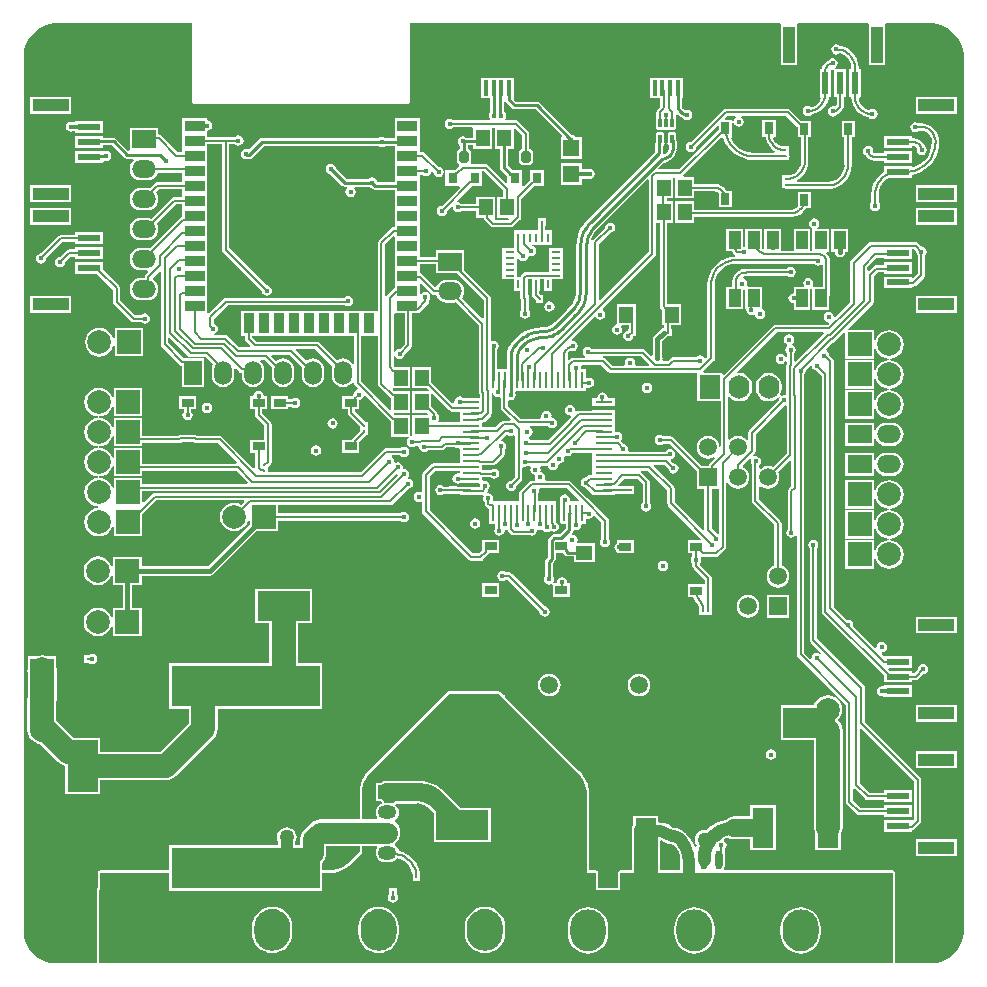
<source format=gtl>
G04*
G04 #@! TF.GenerationSoftware,Altium Limited,Altium Designer,20.1.8 (145)*
G04*
G04 Layer_Physical_Order=1*
G04 Layer_Color=255*
%FSLAX25Y25*%
%MOIN*%
G70*
G04*
G04 #@! TF.SameCoordinates,80DC2721-EA0D-41AB-A6B1-568E3CCDEEEF*
G04*
G04*
G04 #@! TF.FilePolarity,Positive*
G04*
G01*
G75*
%ADD18C,0.00800*%
%ADD73C,0.00984*%
%ADD74C,0.00799*%
%ADD75C,0.05906*%
%ADD76C,0.03937*%
%ADD77C,0.04331*%
%ADD78C,0.07874*%
%ADD79R,0.01100X0.05800*%
%ADD80R,0.04724X0.05512*%
%ADD81R,0.00984X0.00984*%
%ADD82R,0.00984X0.00984*%
%ADD83R,0.03937X0.02756*%
%ADD84R,0.09843X0.17323*%
%ADD85R,0.05512X0.04724*%
G04:AMPARAMS|DCode=86|XSize=38.27mil|YSize=31.58mil|CornerRadius=7.89mil|HoleSize=0mil|Usage=FLASHONLY|Rotation=90.000|XOffset=0mil|YOffset=0mil|HoleType=Round|Shape=RoundedRectangle|*
%AMROUNDEDRECTD86*
21,1,0.03827,0.01579,0,0,90.0*
21,1,0.02248,0.03158,0,0,90.0*
1,1,0.01579,0.00789,0.01124*
1,1,0.01579,0.00789,-0.01124*
1,1,0.01579,-0.00789,-0.01124*
1,1,0.01579,-0.00789,0.01124*
%
%ADD86ROUNDEDRECTD86*%
%ADD87R,0.03158X0.03827*%
%ADD88R,0.05512X0.05512*%
%ADD89R,0.05800X0.01100*%
%ADD90R,0.17323X0.09843*%
%ADD91R,0.03937X0.05906*%
%ADD92R,0.02756X0.03937*%
%ADD93R,0.03937X0.12205*%
%ADD94R,0.02362X0.07480*%
G04:AMPARAMS|DCode=95|XSize=29.53mil|YSize=13.78mil|CornerRadius=0.55mil|HoleSize=0mil|Usage=FLASHONLY|Rotation=90.000|XOffset=0mil|YOffset=0mil|HoleType=Round|Shape=RoundedRectangle|*
%AMROUNDEDRECTD95*
21,1,0.02953,0.01268,0,0,90.0*
21,1,0.02843,0.01378,0,0,90.0*
1,1,0.00110,0.00634,0.01421*
1,1,0.00110,0.00634,-0.01421*
1,1,0.00110,-0.00634,-0.01421*
1,1,0.00110,-0.00634,0.01421*
%
%ADD95ROUNDEDRECTD95*%
%ADD96R,0.02402X0.06299*%
%ADD97O,0.02402X0.06299*%
%ADD98R,0.06500X0.08500*%
%ADD99R,0.49213X0.13780*%
%ADD100R,0.03110X0.01024*%
%ADD101R,0.01024X0.03110*%
%ADD102R,0.06693X0.03543*%
%ADD103R,0.03543X0.06693*%
%ADD104R,0.15748X0.15748*%
%ADD105R,0.07087X0.13386*%
%ADD106R,0.07480X0.07480*%
%ADD107R,0.06299X0.05512*%
%ADD108R,0.01575X0.05315*%
%ADD109R,0.12205X0.03937*%
%ADD110R,0.07480X0.02362*%
%ADD111C,0.01575*%
%ADD112C,0.01378*%
%ADD113C,0.00803*%
%ADD114C,0.07087*%
%ADD115C,0.07874*%
%ADD116R,0.07874X0.07874*%
%ADD117O,0.06890X0.07874*%
%ADD118R,0.06890X0.07874*%
%ADD119C,0.05906*%
%ADD120O,0.07874X0.05906*%
%ADD121R,0.07874X0.05906*%
%ADD122O,0.06142X0.04528*%
%ADD123R,0.06142X0.04528*%
%ADD124R,0.07874X0.07874*%
%ADD125O,0.05906X0.07874*%
%ADD126R,0.05906X0.07874*%
%ADD127C,0.13780*%
%ADD128O,0.11811X0.13780*%
%ADD129O,0.03543X0.07087*%
%ADD130R,0.05906X0.05906*%
%ADD131O,0.07874X0.06000*%
%ADD132R,0.07874X0.06000*%
%ADD133R,0.05906X0.05906*%
%ADD134C,0.01772*%
%ADD135C,0.05000*%
%ADD136C,0.01087*%
G36*
X403727Y412395D02*
X405121Y412021D01*
X406454Y411469D01*
X407704Y410747D01*
X408849Y409869D01*
X409869Y408849D01*
X410747Y407704D01*
X411469Y406454D01*
X412021Y405121D01*
X412395Y403727D01*
X412583Y402296D01*
X412583Y401575D01*
X412583Y110236D01*
Y109515D01*
X412395Y108084D01*
X412021Y106690D01*
X411469Y105357D01*
X410747Y104107D01*
X409869Y102962D01*
X408849Y101942D01*
X407704Y101064D01*
X406454Y100342D01*
X405121Y99790D01*
X403727Y99416D01*
X402296Y99228D01*
X389792D01*
X389792Y129429D01*
X389730Y129741D01*
X389553Y130006D01*
X389288Y130183D01*
X388976Y130245D01*
X332932D01*
X332665Y130745D01*
X332790Y130932D01*
X332945Y131713D01*
Y133767D01*
X332963Y133793D01*
X333133Y134646D01*
X333113D01*
Y137379D01*
X333478Y137925D01*
X333609Y138583D01*
X333478Y139241D01*
X333105Y139798D01*
X332651Y140102D01*
X332605Y140479D01*
X332639Y140662D01*
X333220Y140972D01*
X334010Y141212D01*
X334013Y141210D01*
X334926Y140832D01*
X335906Y140703D01*
X341523D01*
Y136995D01*
X350209D01*
Y151981D01*
X341523D01*
Y148273D01*
X335906D01*
X334926Y148144D01*
X334013Y147766D01*
X333257Y147186D01*
X331887Y146857D01*
X330001Y146076D01*
X328261Y145010D01*
X326863Y143816D01*
X326378Y143880D01*
X325517Y143766D01*
X324714Y143434D01*
X324024Y142905D01*
X323495Y142215D01*
X323163Y141413D01*
X323049Y140551D01*
X323163Y139690D01*
X323495Y138887D01*
X323624Y138719D01*
X323537Y138507D01*
X323424Y138040D01*
X322900Y137999D01*
X322355Y139315D01*
X321334Y140981D01*
X320201Y142308D01*
X320065Y142467D01*
X319892Y142615D01*
X319891Y142616D01*
X319845Y142656D01*
X319845D01*
X319845Y142656D01*
X318937Y143401D01*
X317772Y144023D01*
X317434Y144126D01*
Y144501D01*
X315696D01*
X315684Y144528D01*
X315653Y144541D01*
X315267Y144803D01*
X315061Y144972D01*
X313896Y145595D01*
X312632Y145978D01*
X311746Y146066D01*
X311367Y146103D01*
X311367Y146106D01*
X311260Y146114D01*
X310853Y146338D01*
X310645Y146506D01*
Y148357D01*
X302544D01*
Y145670D01*
X302078Y144544D01*
X301915Y143307D01*
Y130245D01*
X298145D01*
X297832Y130183D01*
X297568Y130006D01*
X297391Y129741D01*
X297329Y129429D01*
Y124506D01*
X290860D01*
Y129429D01*
X290798Y129741D01*
X290621Y130006D01*
X290357Y130183D01*
X290044Y130245D01*
X287725D01*
Y155700D01*
X287725Y155701D01*
X287725Y156685D01*
X287709Y156764D01*
Y156844D01*
X287325Y158776D01*
X287294Y158851D01*
X287279Y158929D01*
X286525Y160749D01*
X286480Y160816D01*
X286450Y160890D01*
X285355Y162528D01*
X285298Y162585D01*
X285254Y162652D01*
X284557Y163348D01*
X284557Y163348D01*
X259828Y188078D01*
Y188595D01*
X259310D01*
X258155Y189750D01*
X257891Y189927D01*
X257579Y189989D01*
X257579Y189989D01*
X241043D01*
X240731Y189927D01*
X240466Y189750D01*
X240466Y189750D01*
X214458Y163742D01*
X214458Y163742D01*
X213762Y163046D01*
X213717Y162979D01*
X213661Y162922D01*
X212566Y161284D01*
X212536Y161210D01*
X212491Y161143D01*
X211737Y159323D01*
X211721Y159244D01*
X211691Y159170D01*
X211306Y157238D01*
Y157158D01*
X211291Y157079D01*
X211291Y156094D01*
Y147255D01*
X198141D01*
X197008Y147106D01*
X195951Y146668D01*
X195044Y145972D01*
X192737Y143666D01*
X192041Y142758D01*
X191604Y141702D01*
X191454Y140568D01*
Y138891D01*
X189800D01*
Y139557D01*
X189890Y139674D01*
X190223Y140477D01*
X190336Y141339D01*
X190223Y142200D01*
X189890Y143003D01*
X189362Y143692D01*
X188672Y144221D01*
X187869Y144554D01*
X187008Y144667D01*
X186146Y144554D01*
X185344Y144221D01*
X184654Y143692D01*
X184125Y143003D01*
X183793Y142200D01*
X183679Y141339D01*
X183793Y140477D01*
X184125Y139674D01*
X184215Y139557D01*
Y138891D01*
X147822D01*
Y130245D01*
X124619D01*
X124307Y130183D01*
X124042Y130006D01*
X123865Y129741D01*
X123803Y129429D01*
Y124103D01*
X123656Y123882D01*
X123594Y123570D01*
X123594Y99228D01*
X109515D01*
X108084Y99416D01*
X106690Y99790D01*
X105357Y100342D01*
X104107Y101064D01*
X102962Y101942D01*
X101942Y102962D01*
X101064Y104107D01*
X100342Y105357D01*
X99790Y106690D01*
X99416Y108084D01*
X99228Y109515D01*
Y110236D01*
X99228Y401575D01*
X99228Y402296D01*
X99416Y403727D01*
X99790Y405121D01*
X100342Y406454D01*
X101064Y407704D01*
X101942Y408849D01*
X102962Y409869D01*
X104107Y410747D01*
X105357Y411469D01*
X106690Y412021D01*
X108084Y412395D01*
X109515Y412583D01*
X155382D01*
Y386539D01*
X155444Y386227D01*
X155621Y385962D01*
X155624Y385960D01*
X155626Y385957D01*
X155656Y385937D01*
X155676Y385907D01*
X155941Y385730D01*
X156253Y385668D01*
X227165D01*
X227478Y385730D01*
X227742Y385907D01*
X227919Y386171D01*
X227981Y386483D01*
Y412583D01*
X351132D01*
X351562Y412414D01*
X351562Y412083D01*
Y398609D01*
X357099D01*
Y412083D01*
X357099Y412414D01*
X357529Y412583D01*
X380532D01*
X380962Y412414D01*
X380962Y412083D01*
Y398609D01*
X386499D01*
Y412083D01*
X386499Y412414D01*
X386929Y412583D01*
X402296D01*
X403727Y412395D01*
D02*
G37*
G36*
X232455Y159156D02*
X234435Y158680D01*
X236316Y157901D01*
X238053Y156837D01*
X239580Y155533D01*
X239596Y155509D01*
X239596Y155509D01*
X244586Y150519D01*
X244851Y150342D01*
X245163Y150280D01*
X245163Y150280D01*
X254177D01*
Y140468D01*
X236886D01*
Y149482D01*
X236886Y149482D01*
X236824Y149795D01*
X236647Y150059D01*
X235434Y151272D01*
X235434Y151273D01*
X235433Y151274D01*
X235396Y151310D01*
X235375Y151324D01*
X235363Y151334D01*
X235304Y151407D01*
X234402Y152147D01*
X234331Y152185D01*
X234269Y152236D01*
X233192Y152811D01*
X233116Y152834D01*
X233045Y152872D01*
X231876Y153227D01*
X231797Y153235D01*
X231720Y153258D01*
X230558Y153372D01*
X230465Y153363D01*
X230450Y153364D01*
X230425Y153369D01*
X230373D01*
X230372Y153369D01*
X230371Y153369D01*
X223293D01*
X223266Y153364D01*
X223239Y153367D01*
X223111Y153333D01*
X222981Y153307D01*
X222958Y153292D01*
X222932Y153285D01*
X222827Y153204D01*
X222716Y153130D01*
X222701Y153108D01*
X222680Y153091D01*
X222613Y152976D01*
X222539Y152866D01*
X222252Y152669D01*
X222079Y152591D01*
X221280Y152697D01*
X219779D01*
X219452Y153037D01*
X219390Y153349D01*
X219321Y153452D01*
X219213Y153614D01*
X219082Y153702D01*
X219076Y153708D01*
X218797Y153922D01*
X218702Y153969D01*
X218613Y154028D01*
X218560Y154039D01*
X218512Y154063D01*
X218405Y154070D01*
X218301Y154090D01*
X217417D01*
Y158587D01*
X218301D01*
X218405Y158607D01*
X218512Y158615D01*
X218560Y158638D01*
X218613Y158649D01*
X218702Y158708D01*
X218797Y158755D01*
X218991Y158904D01*
X219706Y159200D01*
X220526Y159308D01*
X230425D01*
X230452Y159313D01*
X232455Y159156D01*
D02*
G37*
G36*
X283980Y162771D02*
X284677Y162075D01*
X285771Y160437D01*
X286525Y158617D01*
X286909Y156685D01*
X286909Y155700D01*
X286909D01*
X286910Y155700D01*
Y129429D01*
X290044D01*
Y123690D01*
X298145D01*
Y129429D01*
X388976D01*
X388976Y99228D01*
X124409D01*
X124409Y123570D01*
X124619D01*
Y129429D01*
X147822D01*
Y123511D01*
X198635D01*
Y129429D01*
X201271D01*
X202251Y129477D01*
X204174Y129860D01*
X205985Y130610D01*
X207615Y131699D01*
X208342Y132358D01*
X212106Y136122D01*
Y138493D01*
X216978D01*
X217224Y137993D01*
X216989Y137687D01*
X216680Y136942D01*
X216575Y136142D01*
X216680Y135342D01*
X216989Y134597D01*
X217480Y133957D01*
X218120Y133466D01*
X218865Y133157D01*
X219665Y133052D01*
X221280D01*
X222079Y133157D01*
X222825Y133466D01*
X223465Y133957D01*
X223824Y134425D01*
X224890Y134102D01*
X226040Y133487D01*
X227049Y132659D01*
X227877Y131651D01*
X228492Y130500D01*
X228871Y129251D01*
X228924Y128706D01*
Y126661D01*
X231509D01*
Y129245D01*
X231333D01*
X231285Y129732D01*
X230766Y131442D01*
X229924Y133018D01*
X228790Y134400D01*
X227408Y135534D01*
X225832Y136377D01*
X224277Y136848D01*
X224264Y136942D01*
X223956Y137687D01*
X223465Y138327D01*
X222984Y138696D01*
X222924Y139187D01*
X222956Y139305D01*
X223570Y139776D01*
X224266Y140684D01*
X224704Y141740D01*
X224853Y142874D01*
X224704Y144008D01*
X224266Y145064D01*
X223570Y145972D01*
X222956Y146443D01*
X222924Y146562D01*
X222984Y147052D01*
X223465Y147421D01*
X223956Y148061D01*
X224264Y148807D01*
X224370Y149606D01*
X224264Y150406D01*
X223956Y151151D01*
X223465Y151791D01*
X223123Y152053D01*
X223293Y152553D01*
X230425D01*
X230479Y152560D01*
X231640Y152446D01*
X232808Y152092D01*
X233885Y151516D01*
X234786Y150776D01*
X234819Y150733D01*
X236070Y149482D01*
Y139653D01*
X254993D01*
Y151095D01*
X245163D01*
X240172Y156086D01*
X240179Y156093D01*
X238533Y157499D01*
X236688Y158630D01*
X234688Y159459D01*
X232583Y159964D01*
X230425Y160134D01*
Y160124D01*
X220472D01*
X219493Y159995D01*
X218580Y159617D01*
X218301Y159402D01*
X216602D01*
Y153275D01*
X218301D01*
X218580Y153061D01*
X218636Y153037D01*
Y152496D01*
X218120Y152283D01*
X217480Y151791D01*
X216989Y151151D01*
X216680Y150406D01*
X216575Y149606D01*
X216680Y148807D01*
X216989Y148061D01*
X217224Y147755D01*
X216978Y147255D01*
X212106D01*
Y156094D01*
X212106Y157079D01*
X212491Y159011D01*
X213244Y160831D01*
X214339Y162469D01*
X215035Y163165D01*
X241043Y189173D01*
X257579D01*
X283980Y162771D01*
D02*
G37*
G36*
X312045Y140229D02*
X312068Y140257D01*
X312857Y139652D01*
X314204Y139094D01*
X315272Y138953D01*
X315270Y138923D01*
X315463Y138885D01*
X315463Y138885D01*
X315466Y138884D01*
X315655Y138818D01*
X315970Y138625D01*
X315979Y138619D01*
X316316Y138262D01*
X316964Y137473D01*
X317598Y136287D01*
X317988Y135000D01*
X318117Y133692D01*
X318113Y133661D01*
Y130245D01*
X311471D01*
Y140016D01*
X311971Y140279D01*
X312045Y140229D01*
D02*
G37*
G36*
X211291Y136460D02*
X207780Y132949D01*
X207112Y132344D01*
X205599Y131333D01*
X203936Y130644D01*
X202151Y130289D01*
X201251Y130245D01*
X198635D01*
Y132726D01*
X198933Y133024D01*
X199629Y133932D01*
X200067Y134988D01*
X200216Y136122D01*
Y138493D01*
X211291D01*
Y136460D01*
D02*
G37*
%LPC*%
G36*
X368898Y401030D02*
X368240Y400899D01*
X367682Y400526D01*
X367473Y400213D01*
X367109Y400063D01*
X366369Y399494D01*
X365800Y398753D01*
X365443Y397891D01*
X365359Y397252D01*
X364571D01*
Y388172D01*
X364716D01*
X365050Y387672D01*
X364723Y386883D01*
X363990Y385928D01*
X363035Y385195D01*
X361922Y384734D01*
X361873Y384727D01*
X361386Y385053D01*
X360728Y385183D01*
X360071Y385053D01*
X359513Y384680D01*
X359140Y384122D01*
X359010Y383465D01*
X359140Y382807D01*
X359513Y382249D01*
X360071Y381877D01*
X360728Y381746D01*
X361386Y381877D01*
X361944Y382249D01*
X361946Y382252D01*
X362105Y382268D01*
X363429Y382669D01*
X364649Y383322D01*
X365719Y384199D01*
X366597Y385269D01*
X367249Y386489D01*
X367650Y387813D01*
X367686Y388172D01*
X368533D01*
Y397155D01*
X368837Y397526D01*
X369129Y397530D01*
X369492Y397089D01*
X369492Y396811D01*
Y388172D01*
X370250D01*
Y385745D01*
X370247D01*
X370152Y385266D01*
X369881Y384860D01*
X369764Y384782D01*
X369654Y384856D01*
X368996Y384987D01*
X368338Y384856D01*
X367781Y384483D01*
X367408Y383926D01*
X367277Y383268D01*
X367408Y382610D01*
X367781Y382052D01*
X368338Y381680D01*
X368996Y381549D01*
X369654Y381680D01*
X370212Y382052D01*
X370411Y382351D01*
X370850Y382533D01*
X371619Y383122D01*
X372208Y383890D01*
X372579Y384785D01*
X372705Y385745D01*
X372697D01*
Y388172D01*
X373454D01*
Y397252D01*
X369971D01*
X369921Y397252D01*
X369864Y397334D01*
X369837Y397473D01*
X369990Y398013D01*
X370113Y398096D01*
X370486Y398653D01*
X370617Y399311D01*
X370486Y399969D01*
X370113Y400526D01*
X369555Y400899D01*
X368898Y401030D01*
D02*
G37*
G36*
X115169Y388057D02*
X101365D01*
Y382521D01*
X115169D01*
Y388057D01*
D02*
G37*
G36*
X410447Y388021D02*
X396642D01*
Y382484D01*
X410447D01*
Y388021D01*
D02*
G37*
G36*
X370177Y405656D02*
X369519Y405525D01*
X368962Y405152D01*
X368589Y404595D01*
X368458Y403937D01*
X368589Y403279D01*
X368962Y402722D01*
X369519Y402349D01*
X370177Y402218D01*
X370835Y402349D01*
X371203Y402595D01*
X371474Y402559D01*
X372682Y402059D01*
X373720Y401262D01*
X374516Y400225D01*
X375017Y399016D01*
X375181Y397769D01*
X375171Y397720D01*
Y397252D01*
X374413D01*
Y388172D01*
X375161D01*
X375296Y386802D01*
X375695Y385484D01*
X376344Y384270D01*
X377218Y383206D01*
X378282Y382332D01*
X379497Y381683D01*
X380815Y381283D01*
X380897Y381275D01*
X380970Y381167D01*
X381527Y380794D01*
X382185Y380663D01*
X382843Y380794D01*
X383401Y381167D01*
X383773Y381724D01*
X383904Y382382D01*
X383773Y383040D01*
X383401Y383597D01*
X382843Y383970D01*
X382185Y384101D01*
X381527Y383970D01*
X381164Y383727D01*
X381000Y383749D01*
X379895Y384206D01*
X378947Y384934D01*
X378219Y385883D01*
X377761Y386987D01*
X377671Y387672D01*
X378110Y388172D01*
X378376D01*
Y397252D01*
X377708D01*
X377630Y397720D01*
X377630D01*
X377487Y399174D01*
X377063Y400572D01*
X376374Y401861D01*
X375447Y402990D01*
X374318Y403917D01*
X373029Y404606D01*
X371631Y405030D01*
X371463Y405046D01*
X371393Y405152D01*
X370835Y405525D01*
X370177Y405656D01*
D02*
G37*
G36*
X318910Y394501D02*
X308058D01*
Y387586D01*
X311362D01*
X311362Y384781D01*
X311349Y384763D01*
X311043Y384528D01*
X310516Y383842D01*
X310439Y383655D01*
X310384Y383573D01*
X310365Y383476D01*
X310185Y383043D01*
X310072Y382185D01*
X310160Y381516D01*
X309978Y381243D01*
X309912Y380909D01*
Y378067D01*
X309978Y377733D01*
X310167Y377450D01*
X310450Y377261D01*
X310784Y377195D01*
X312051D01*
X312385Y377261D01*
X312402Y377273D01*
X312418Y377261D01*
X312752Y377195D01*
X314020D01*
X314353Y377261D01*
X314370Y377273D01*
X314387Y377261D01*
X314721Y377195D01*
X315988D01*
X316322Y377261D01*
X316605Y377450D01*
X316794Y377733D01*
X316860Y378067D01*
Y380909D01*
X316794Y381243D01*
X316611Y381516D01*
X316683Y382058D01*
X317040Y382210D01*
X317187Y382221D01*
X317305Y382068D01*
X318232Y381356D01*
X319201Y380955D01*
X319257Y380871D01*
X319815Y380499D01*
X320472Y380368D01*
X321130Y380499D01*
X321688Y380871D01*
X322060Y381429D01*
X322191Y382087D01*
X322060Y382744D01*
X321688Y383302D01*
X321130Y383675D01*
X320472Y383805D01*
X319815Y383675D01*
X319685Y383588D01*
X319169Y383933D01*
X318770Y384531D01*
X318635Y385209D01*
X318640Y385236D01*
Y387586D01*
X318910D01*
Y394501D01*
D02*
G37*
G36*
X125607Y379934D02*
X116527D01*
Y379668D01*
X115821D01*
X115717Y379738D01*
X115059Y379869D01*
X114401Y379738D01*
X113844Y379365D01*
X113471Y378807D01*
X113340Y378150D01*
X113471Y377492D01*
X113844Y376934D01*
X114401Y376562D01*
X115059Y376431D01*
X115717Y376562D01*
X115821Y376631D01*
X116527D01*
Y375972D01*
X125607D01*
Y379934D01*
D02*
G37*
G36*
X126772Y370124D02*
X126114Y369993D01*
X126107Y369989D01*
X125607Y370091D01*
Y370091D01*
X116527D01*
Y366129D01*
X125607D01*
Y366555D01*
X126107Y366822D01*
X126114Y366817D01*
X126772Y366687D01*
X127429Y366817D01*
X127987Y367190D01*
X128360Y367748D01*
X128490Y368406D01*
X128360Y369063D01*
X127987Y369621D01*
X127429Y369993D01*
X126772Y370124D01*
D02*
G37*
G36*
X395284Y375013D02*
X386204D01*
Y371050D01*
X395284D01*
Y371808D01*
X395965D01*
X395967Y371809D01*
X396514Y371700D01*
X396801Y371508D01*
X397034Y371032D01*
X396903Y370374D01*
X397034Y369716D01*
X397407Y369159D01*
X397964Y368786D01*
X398622Y368655D01*
X399280Y368786D01*
X399837Y369159D01*
X400210Y369716D01*
X400341Y370374D01*
X400210Y371032D01*
X399837Y371589D01*
X399559Y371775D01*
X399334Y372319D01*
X398716Y373125D01*
X397910Y373744D01*
X396972Y374132D01*
X395965Y374265D01*
Y374255D01*
X395284D01*
Y375013D01*
D02*
G37*
G36*
X262611Y394501D02*
X251759D01*
Y387586D01*
X254875D01*
Y383166D01*
X254784Y383105D01*
X254411Y382547D01*
X254280Y381890D01*
X254411Y381232D01*
X254661Y380857D01*
X254427Y380357D01*
X242542D01*
X241996Y380722D01*
X241339Y380853D01*
X240681Y380722D01*
X240123Y380349D01*
X239751Y379792D01*
X239620Y379134D01*
X239751Y378476D01*
X240123Y377918D01*
X240681Y377546D01*
X241339Y377415D01*
X241996Y377546D01*
X242542Y377910D01*
X248718D01*
X249200Y377867D01*
X249200Y377410D01*
Y374546D01*
X246732D01*
X246327Y374816D01*
X245669Y374947D01*
X245011Y374816D01*
X244454Y374444D01*
X244081Y373886D01*
X243950Y373228D01*
X244081Y372571D01*
X244454Y372013D01*
X244746Y371818D01*
Y370750D01*
X244654Y370731D01*
X244128Y370380D01*
X243776Y369854D01*
X243653Y369234D01*
Y366986D01*
X243776Y366366D01*
X244128Y365840D01*
X244384Y365669D01*
X244476Y365054D01*
X244475Y365053D01*
X243246Y363824D01*
X239884D01*
Y358397D01*
X244153D01*
X244333Y358397D01*
X244711Y357967D01*
X244705Y357853D01*
X238667Y351814D01*
X238023Y351686D01*
X237466Y351314D01*
X237093Y350756D01*
X236962Y350098D01*
X237093Y349441D01*
X237466Y348883D01*
X238023Y348510D01*
X238681Y348380D01*
X239339Y348510D01*
X239896Y348883D01*
X240269Y349441D01*
X240397Y350084D01*
X241811Y351498D01*
X242200Y351316D01*
X242281Y351261D01*
X242408Y350622D01*
X242781Y350064D01*
X243338Y349692D01*
X243996Y349561D01*
X244654Y349692D01*
X245199Y350056D01*
X250086D01*
Y347724D01*
X252573D01*
X252652Y347324D01*
X252917Y346927D01*
X254906Y344939D01*
X255303Y344673D01*
X255771Y344580D01*
X261674D01*
X262142Y344673D01*
X262539Y344939D01*
X264762Y347161D01*
X265027Y347558D01*
X265120Y348027D01*
Y354088D01*
X269429Y358397D01*
X272791D01*
Y363824D01*
X268034D01*
Y360462D01*
X265936Y358364D01*
X265776Y358362D01*
X265311Y358815D01*
X265311Y358876D01*
Y363824D01*
X262082D01*
X260668Y365238D01*
Y370755D01*
X262611D01*
Y377373D01*
X263111Y377580D01*
X265410Y375281D01*
Y370749D01*
X265323Y370731D01*
X264797Y370380D01*
X264446Y369854D01*
X264322Y369234D01*
Y366986D01*
X264446Y366366D01*
X264797Y365840D01*
X265323Y365489D01*
X265943Y365366D01*
X267522D01*
X268142Y365489D01*
X268668Y365840D01*
X269019Y366366D01*
X269142Y366986D01*
Y369234D01*
X269019Y369854D01*
X268668Y370380D01*
X268142Y370731D01*
X267857Y370788D01*
Y375787D01*
X267764Y376256D01*
X267499Y376653D01*
X264153Y379999D01*
X263756Y380264D01*
X263287Y380357D01*
X259993D01*
X259731Y380857D01*
X259959Y381199D01*
X260089Y381857D01*
X259959Y382514D01*
X259586Y383072D01*
X259495Y383133D01*
Y386400D01*
X259995Y386449D01*
X260003Y386405D01*
X260289Y385978D01*
X261962Y384305D01*
X262389Y384019D01*
X262894Y383919D01*
X269927D01*
X278765Y375081D01*
X278573Y374619D01*
X278334D01*
Y367507D01*
X285446D01*
Y374619D01*
X283383D01*
X283105Y375034D01*
X282547Y375407D01*
X282070Y375502D01*
X271404Y386168D01*
X270977Y386453D01*
X270472Y386554D01*
X263439D01*
X262821Y387173D01*
X262611Y387586D01*
Y394501D01*
D02*
G37*
G36*
X380807Y371798D02*
X380149Y371667D01*
X379592Y371294D01*
X379219Y370737D01*
X379088Y370079D01*
X379219Y369421D01*
X379592Y368863D01*
X379948Y368625D01*
X380008Y368481D01*
X380516Y367819D01*
X381178Y367311D01*
X381948Y366992D01*
X382776Y366883D01*
Y366887D01*
X386204D01*
Y366129D01*
X395284D01*
Y370091D01*
X386204D01*
Y369334D01*
X382873D01*
X382699Y369484D01*
X382485Y369871D01*
X382526Y370079D01*
X382395Y370737D01*
X382023Y371294D01*
X381465Y371667D01*
X380807Y371798D01*
D02*
G37*
G36*
X396505Y379685D02*
X395847Y379554D01*
X395289Y379182D01*
X394917Y378624D01*
X394786Y377966D01*
X394917Y377309D01*
X395289Y376751D01*
X395847Y376378D01*
X396505Y376248D01*
X397162Y376378D01*
X397720Y376751D01*
X397771Y376828D01*
X398425D01*
X398438Y376830D01*
X399358Y376709D01*
X400227Y376349D01*
X400973Y375777D01*
X401546Y375030D01*
X401906Y374161D01*
X402027Y373241D01*
X402025Y373228D01*
Y373091D01*
X402035Y373037D01*
X401871Y371375D01*
X401371Y369726D01*
X400559Y368206D01*
X399465Y366873D01*
X398133Y365780D01*
X396613Y364967D01*
X395686Y364686D01*
X395284Y364984D01*
Y365170D01*
X386204D01*
Y363150D01*
X385790Y362929D01*
X384439Y361820D01*
X383331Y360469D01*
X382507Y358928D01*
X381999Y357255D01*
X381828Y355516D01*
X381847D01*
Y352975D01*
X381483Y352429D01*
X381352Y351772D01*
X381483Y351114D01*
X381856Y350556D01*
X382413Y350184D01*
X383071Y350053D01*
X383729Y350184D01*
X384286Y350556D01*
X384659Y351114D01*
X384790Y351772D01*
X384659Y352429D01*
X384294Y352975D01*
Y355516D01*
X384291Y355531D01*
X384414Y356775D01*
X384781Y357986D01*
X385378Y359102D01*
X386180Y360080D01*
X387158Y360882D01*
X387767Y361208D01*
X395284D01*
Y362061D01*
X396720Y362406D01*
X398348Y363080D01*
X399852Y364001D01*
X401192Y365146D01*
X402337Y366487D01*
X403258Y367990D01*
X403933Y369619D01*
X404344Y371333D01*
X404455Y372732D01*
X404455Y372738D01*
X404455Y372738D01*
X404483Y373091D01*
X404477Y373228D01*
X404477D01*
X404443Y373574D01*
X404361Y374409D01*
X404016Y375544D01*
X403457Y376591D01*
X402705Y377508D01*
X401788Y378260D01*
X400741Y378820D01*
X399606Y379164D01*
X398425Y379280D01*
Y379275D01*
X397581D01*
X397162Y379554D01*
X396505Y379685D01*
D02*
G37*
G36*
X285446Y365957D02*
X278334D01*
Y358846D01*
X285446D01*
Y360883D01*
X287131D01*
X287236Y360814D01*
X287894Y360683D01*
X288551Y360814D01*
X289109Y361186D01*
X289482Y361744D01*
X289613Y362402D01*
X289482Y363059D01*
X289109Y363617D01*
X288551Y363990D01*
X287894Y364120D01*
X287236Y363990D01*
X287131Y363920D01*
X285446D01*
Y365957D01*
D02*
G37*
G36*
X353937Y384196D02*
X333268D01*
X332800Y384103D01*
X332403Y383838D01*
X321738Y373173D01*
X321094Y373045D01*
X320537Y372672D01*
X320164Y372114D01*
X320033Y371457D01*
X320164Y370799D01*
X320537Y370241D01*
X321094Y369869D01*
X321752Y369738D01*
X322410Y369869D01*
X322967Y370241D01*
X323340Y370799D01*
X323468Y371442D01*
X330529Y378504D01*
X330991Y378312D01*
Y377125D01*
X330736Y376954D01*
X317702Y363920D01*
X311074D01*
X310882Y364382D01*
X312663Y366163D01*
X313751Y366493D01*
X314767Y367036D01*
X315656Y367766D01*
X315881Y368039D01*
X316044Y368238D01*
X316084Y368265D01*
X316193Y368421D01*
X316438Y368749D01*
X316788Y369593D01*
X316907Y370499D01*
X316890Y370631D01*
X316896Y370664D01*
Y373514D01*
X316911D01*
X316860Y373770D01*
Y375476D01*
X316794Y375810D01*
X316605Y376093D01*
X316322Y376282D01*
X315988Y376348D01*
X314721D01*
X314387Y376282D01*
X314104Y376093D01*
X313915Y375810D01*
X313849Y375476D01*
Y372634D01*
X313915Y372300D01*
X314104Y372017D01*
X314261Y371912D01*
Y371140D01*
X314261Y371044D01*
X314247Y370573D01*
X314172Y370297D01*
X314117Y370102D01*
X314123Y370117D01*
X314172Y370297D01*
X314244Y370555D01*
X314123Y370117D01*
X314077Y369999D01*
X314077Y369999D01*
X313793Y369629D01*
X313123Y369115D01*
X312884Y369016D01*
X312627Y369164D01*
X312427Y369368D01*
Y371856D01*
X312668Y372017D01*
X312857Y372300D01*
X312923Y372634D01*
Y375476D01*
X312857Y375810D01*
X312668Y376093D01*
X312385Y376282D01*
X312051Y376348D01*
X310784D01*
X310450Y376282D01*
X310167Y376093D01*
X309978Y375810D01*
X309912Y375476D01*
Y374000D01*
X309903Y373957D01*
Y373014D01*
X309892Y372998D01*
X309792Y372494D01*
Y369824D01*
X287304Y347336D01*
X287293Y347347D01*
X285936Y345760D01*
X284845Y343979D01*
X284047Y342050D01*
X283559Y340020D01*
X283395Y337938D01*
X283411D01*
X283411Y337938D01*
Y323713D01*
X283422Y323655D01*
X283261Y322016D01*
X282766Y320384D01*
X281962Y318880D01*
X281191Y317940D01*
X280868Y317573D01*
X280514Y317220D01*
X276284Y312989D01*
X276244Y312930D01*
X275141Y312083D01*
X273791Y311524D01*
X272827Y311397D01*
X272338Y311371D01*
Y311371D01*
X270328Y311213D01*
X268368Y310742D01*
X266505Y309971D01*
X264786Y308917D01*
X263627Y307927D01*
X263253Y307608D01*
X263253Y307608D01*
X262914Y307248D01*
X262716Y307051D01*
X262716Y307051D01*
X262705Y307061D01*
X261662Y305790D01*
X260887Y304339D01*
X260409Y302765D01*
X260248Y301128D01*
X260263D01*
X260263Y301128D01*
Y297453D01*
X256990D01*
Y303773D01*
X257121Y303861D01*
X257493Y304419D01*
X257624Y305077D01*
X257493Y305734D01*
X257121Y306292D01*
X256563Y306664D01*
X255906Y306795D01*
X255543Y306723D01*
X255043Y307083D01*
Y320984D01*
X254950Y321452D01*
X254685Y321849D01*
X246099Y330434D01*
Y330616D01*
X246076Y330735D01*
Y336922D01*
X236602D01*
Y334727D01*
X231312D01*
Y340932D01*
Y345932D01*
Y350932D01*
Y355932D01*
Y362064D01*
X232163D01*
X232708Y361699D01*
X233366Y361569D01*
X234024Y361699D01*
X234582Y362072D01*
X234954Y362630D01*
X235065Y363187D01*
X235356Y363340D01*
X235575Y363384D01*
X235882Y363076D01*
X236010Y362433D01*
X236383Y361875D01*
X236941Y361503D01*
X237598Y361372D01*
X238256Y361503D01*
X238814Y361875D01*
X239186Y362433D01*
X239317Y363090D01*
X239186Y363748D01*
X238814Y364306D01*
X238256Y364679D01*
X237613Y364807D01*
X233050Y369369D01*
X232653Y369634D01*
X232185Y369727D01*
X231312D01*
Y375932D01*
Y381076D01*
X223019D01*
Y375932D01*
Y374349D01*
X219665D01*
X219260Y374620D01*
X218602Y374750D01*
X217945Y374620D01*
X217540Y374349D01*
X178740D01*
X178236Y374249D01*
X177809Y373963D01*
X174259Y370413D01*
X173985Y370597D01*
X173327Y370727D01*
X172669Y370597D01*
X172111Y370224D01*
X171739Y369666D01*
X171608Y369009D01*
X171739Y368351D01*
X172111Y367793D01*
X172669Y367421D01*
X173327Y367290D01*
X173985Y367421D01*
X174067Y367476D01*
X174430Y367404D01*
X174934Y367504D01*
X175361Y367790D01*
X179286Y371714D01*
X217540D01*
X217945Y371444D01*
X218602Y371313D01*
X219260Y371444D01*
X219665Y371714D01*
X223019D01*
Y365932D01*
Y359821D01*
X217019D01*
X216942Y360205D01*
X216570Y360763D01*
X216012Y361135D01*
X215354Y361266D01*
X214697Y361135D01*
X214144Y360766D01*
X206845D01*
X203356Y364255D01*
X203261Y364733D01*
X202889Y365290D01*
X202331Y365663D01*
X201673Y365794D01*
X201015Y365663D01*
X200458Y365290D01*
X200085Y364733D01*
X199954Y364075D01*
X200085Y363417D01*
X200458Y362859D01*
X201015Y362487D01*
X201493Y362392D01*
X205368Y358517D01*
X205795Y358232D01*
X206299Y358131D01*
X206928D01*
X207080Y357631D01*
X207052Y357613D01*
X206680Y357055D01*
X206549Y356398D01*
X206680Y355740D01*
X207052Y355182D01*
X207610Y354810D01*
X208268Y354679D01*
X208926Y354810D01*
X209483Y355182D01*
X209856Y355740D01*
X209987Y356398D01*
X209856Y357055D01*
X209483Y357613D01*
X209456Y357631D01*
X209607Y358131D01*
X214439D01*
X214697Y357959D01*
X215051Y357889D01*
X215368Y357572D01*
X215795Y357287D01*
X216299Y357187D01*
X223019D01*
Y355932D01*
Y350932D01*
Y344727D01*
X222736D01*
X222268Y344634D01*
X221871Y344369D01*
X217639Y340137D01*
X217374Y339740D01*
X217280Y339272D01*
Y316802D01*
X216804Y316745D01*
Y316745D01*
X171661D01*
Y308452D01*
X173009D01*
Y307461D01*
X173102Y306992D01*
X173367Y306595D01*
X174832Y305130D01*
X174641Y304668D01*
X171077D01*
X167422Y308323D01*
X167025Y308588D01*
X166557Y308681D01*
X162728D01*
X162678Y309181D01*
X162969Y309239D01*
X163526Y309611D01*
X163899Y310169D01*
X164030Y310827D01*
X163899Y311485D01*
X163526Y312042D01*
X162969Y312415D01*
X162641Y312480D01*
Y314060D01*
X167239Y318658D01*
X206326D01*
X206724Y318392D01*
X207382Y318262D01*
X208040Y318392D01*
X208597Y318765D01*
X208970Y319322D01*
X209101Y319980D01*
X208970Y320638D01*
X208597Y321196D01*
X208040Y321568D01*
X207382Y321699D01*
X206724Y321568D01*
X206167Y321196D01*
X206106Y321105D01*
X166732D01*
X166264Y321012D01*
X165867Y320747D01*
X160988Y315868D01*
X160875Y315863D01*
X160446Y316239D01*
X160446Y316391D01*
Y320932D01*
Y325932D01*
Y330932D01*
Y335932D01*
Y340932D01*
Y345932D01*
Y350932D01*
Y355932D01*
Y360932D01*
Y365932D01*
Y370932D01*
Y372300D01*
X165410D01*
Y337205D01*
X165504Y336736D01*
X165769Y336340D01*
X178599Y323509D01*
X178727Y322866D01*
X179100Y322308D01*
X179657Y321936D01*
X180315Y321805D01*
X180973Y321936D01*
X181530Y322308D01*
X181903Y322866D01*
X182034Y323524D01*
X181903Y324181D01*
X181530Y324739D01*
X180973Y325112D01*
X180329Y325240D01*
X167857Y337712D01*
Y372300D01*
X169663D01*
X170208Y371936D01*
X170866Y371805D01*
X171524Y371936D01*
X172081Y372308D01*
X172454Y372866D01*
X172585Y373524D01*
X172454Y374181D01*
X172081Y374739D01*
X171524Y375112D01*
X170866Y375242D01*
X170208Y375112D01*
X169663Y374747D01*
X160446D01*
Y376827D01*
X161091Y376955D01*
X161648Y377328D01*
X162021Y377886D01*
X162152Y378543D01*
X162021Y379201D01*
X161648Y379759D01*
X161091Y380131D01*
X160446Y380260D01*
Y381076D01*
X152153D01*
Y375932D01*
Y369727D01*
X150704D01*
X145157Y375275D01*
X144760Y375540D01*
X144291Y375633D01*
X144107D01*
Y377808D01*
X134633D01*
Y370302D01*
X134210Y370117D01*
X134207D01*
X130164Y374160D01*
X129736Y374446D01*
X129232Y374546D01*
X125607D01*
Y375013D01*
X116527D01*
Y371050D01*
X125607D01*
Y371911D01*
X128687D01*
X132730Y367868D01*
X133157Y367582D01*
X133661Y367482D01*
X135866D01*
X136035Y366982D01*
X135709Y366732D01*
X135108Y365948D01*
X134730Y365035D01*
X134601Y364055D01*
X134730Y363075D01*
X135108Y362163D01*
X135709Y361379D01*
X136493Y360777D01*
X137406Y360399D01*
X138386Y360270D01*
X140354D01*
X141334Y360399D01*
X142247Y360777D01*
X143031Y361379D01*
X143632Y362163D01*
X143910Y362832D01*
X152153D01*
Y359727D01*
X143819D01*
X143351Y359634D01*
X142954Y359369D01*
X141300Y357716D01*
X140354Y357840D01*
X138386D01*
X137406Y357711D01*
X136493Y357333D01*
X135709Y356732D01*
X135108Y355948D01*
X134730Y355035D01*
X134601Y354055D01*
X134730Y353076D01*
X135108Y352163D01*
X135709Y351379D01*
X136493Y350777D01*
X137406Y350399D01*
X138386Y350270D01*
X140354D01*
X141334Y350399D01*
X142247Y350777D01*
X143031Y351379D01*
X143632Y352163D01*
X144010Y353076D01*
X144140Y354055D01*
X144010Y355035D01*
X143632Y355948D01*
X143355Y356310D01*
X144326Y357280D01*
X152153D01*
Y354727D01*
X149469D01*
X149000Y354634D01*
X148603Y354369D01*
X141766Y347532D01*
X141334Y347711D01*
X140354Y347840D01*
X138386D01*
X137406Y347711D01*
X136493Y347333D01*
X135709Y346732D01*
X135108Y345948D01*
X134730Y345035D01*
X134601Y344055D01*
X134730Y343075D01*
X135108Y342163D01*
X135709Y341379D01*
X136493Y340777D01*
X137406Y340399D01*
X138386Y340270D01*
X140354D01*
X141334Y340399D01*
X142247Y340777D01*
X143031Y341379D01*
X143632Y342163D01*
X144010Y343075D01*
X144140Y344055D01*
X144010Y345035D01*
X143635Y345940D01*
X149975Y352280D01*
X152153D01*
Y348278D01*
X152077Y348263D01*
X151681Y347997D01*
X141377Y337694D01*
X141334Y337711D01*
X140354Y337840D01*
X138386D01*
X137406Y337711D01*
X136493Y337333D01*
X135709Y336732D01*
X135108Y335948D01*
X134730Y335035D01*
X134601Y334055D01*
X134730Y333075D01*
X135108Y332163D01*
X135709Y331379D01*
X136493Y330777D01*
X137406Y330399D01*
X138386Y330270D01*
X140354D01*
X140556Y330296D01*
X140789Y329823D01*
X139965Y328998D01*
X139699Y328601D01*
X139606Y328133D01*
Y327840D01*
X138386D01*
X137406Y327711D01*
X136493Y327333D01*
X135709Y326732D01*
X135108Y325948D01*
X134730Y325035D01*
X134601Y324055D01*
X134730Y323076D01*
X135108Y322163D01*
X135709Y321379D01*
X136493Y320777D01*
X137406Y320399D01*
X138386Y320270D01*
X140354D01*
X141334Y320399D01*
X142247Y320777D01*
X143031Y321379D01*
X143632Y322163D01*
X144010Y323076D01*
X144140Y324055D01*
X144010Y325035D01*
X143632Y325948D01*
X143031Y326732D01*
X142354Y327251D01*
X142271Y327661D01*
X142286Y327858D01*
X144600Y330172D01*
X145062Y329981D01*
Y305585D01*
X145155Y305117D01*
X145420Y304720D01*
X151350Y298790D01*
X151747Y298524D01*
X151956Y298483D01*
Y291424D01*
X159461D01*
Y300898D01*
X152702D01*
X147509Y306092D01*
Y307687D01*
X147970Y307878D01*
X154056Y301792D01*
X154453Y301527D01*
X154921Y301434D01*
X159926D01*
X162399Y298961D01*
X162053Y298125D01*
X161924Y297146D01*
Y295177D01*
X162053Y294198D01*
X162431Y293285D01*
X163032Y292501D01*
X163816Y291899D01*
X164729Y291521D01*
X165709Y291392D01*
X166688Y291521D01*
X167601Y291899D01*
X168385Y292501D01*
X168987Y293285D01*
X169365Y294198D01*
X169494Y295177D01*
Y297146D01*
X169461Y297393D01*
X169935Y297626D01*
X171159Y296402D01*
X171556Y296136D01*
X171923Y296063D01*
Y295177D01*
X172053Y294198D01*
X172431Y293285D01*
X173032Y292501D01*
X173816Y291899D01*
X174729Y291521D01*
X175709Y291392D01*
X176688Y291521D01*
X177601Y291899D01*
X178385Y292501D01*
X178987Y293285D01*
X179365Y294198D01*
X179494Y295177D01*
Y297146D01*
X179365Y298125D01*
X178987Y299038D01*
X178385Y299822D01*
X178219Y299950D01*
X178389Y300450D01*
X179690D01*
X182048Y298092D01*
X181923Y297146D01*
Y295177D01*
X182053Y294198D01*
X182431Y293285D01*
X183032Y292501D01*
X183816Y291899D01*
X184729Y291521D01*
X185709Y291392D01*
X186688Y291521D01*
X187601Y291899D01*
X188385Y292501D01*
X188987Y293285D01*
X189365Y294198D01*
X189494Y295177D01*
Y297146D01*
X189365Y298125D01*
X188987Y299038D01*
X188385Y299822D01*
X187601Y300424D01*
X186688Y300802D01*
X185709Y300931D01*
X184729Y300802D01*
X183816Y300424D01*
X183454Y300146D01*
X181841Y301759D01*
X182032Y302221D01*
X187918D01*
X192048Y298092D01*
X191923Y297146D01*
Y295177D01*
X192052Y294198D01*
X192431Y293285D01*
X193032Y292501D01*
X193816Y291899D01*
X194729Y291521D01*
X195709Y291392D01*
X196688Y291521D01*
X197601Y291899D01*
X198385Y292501D01*
X198987Y293285D01*
X199365Y294198D01*
X199494Y295177D01*
Y297146D01*
X199365Y298125D01*
X198987Y299038D01*
X198385Y299822D01*
X197601Y300424D01*
X196688Y300802D01*
X195709Y300931D01*
X194729Y300802D01*
X193816Y300424D01*
X193454Y300146D01*
X189971Y303629D01*
X190162Y304091D01*
X196540D01*
X202186Y298446D01*
X202052Y298125D01*
X201923Y297146D01*
Y295177D01*
X202052Y294198D01*
X202431Y293285D01*
X203032Y292501D01*
X203816Y291899D01*
X204729Y291521D01*
X205709Y291392D01*
X206688Y291521D01*
X207601Y291899D01*
X208385Y292501D01*
X208906Y293180D01*
X209360Y293077D01*
X209406Y293051D01*
Y292717D01*
X209500Y292248D01*
X209765Y291851D01*
X210661Y290955D01*
X210496Y290413D01*
X210267Y290368D01*
X209710Y289995D01*
X209337Y289437D01*
X209209Y288794D01*
X208814Y288398D01*
X205499D01*
Y284043D01*
X207247D01*
Y282769D01*
X207341Y282301D01*
X207606Y281904D01*
X211503Y278007D01*
Y276816D01*
X208971Y274284D01*
X208706Y273887D01*
X208695Y273832D01*
X205499D01*
Y269476D01*
X211036D01*
Y272513D01*
X211060Y272632D01*
Y272912D01*
X213529Y275381D01*
X214087D01*
Y279737D01*
X213233D01*
X209694Y283276D01*
Y284043D01*
X211036D01*
Y287083D01*
X211583Y287192D01*
X212141Y287564D01*
X212513Y288122D01*
X212559Y288350D01*
X213101Y288515D01*
X221680Y279936D01*
X221739Y279896D01*
Y274889D01*
X227586D01*
X227737Y274389D01*
X227525Y274247D01*
X227152Y273689D01*
X227021Y273031D01*
X227152Y272374D01*
X227525Y271816D01*
X228082Y271444D01*
X228740Y271313D01*
X229398Y271444D01*
X229943Y271808D01*
X230768D01*
X231057Y271457D01*
X231188Y270799D01*
X231560Y270241D01*
X232118Y269869D01*
X232776Y269738D01*
X233433Y269869D01*
X233979Y270233D01*
X238583D01*
X239051Y270326D01*
X239448Y270591D01*
X240136Y271280D01*
X243191D01*
X243535Y271050D01*
X244193Y270919D01*
X244286Y270937D01*
X244672Y270620D01*
Y265977D01*
X236013D01*
X235545Y265884D01*
X235148Y265619D01*
X232501Y262971D01*
X232236Y262575D01*
X232143Y262106D01*
Y259057D01*
X232117Y258930D01*
Y256530D01*
X231743Y256330D01*
X231617Y256313D01*
X231004Y256435D01*
X230346Y256305D01*
X229788Y255932D01*
X229416Y255374D01*
X229285Y254716D01*
X229416Y254059D01*
X229788Y253501D01*
X230346Y253129D01*
X231004Y252998D01*
X231617Y253120D01*
X231743Y253103D01*
X232117Y252903D01*
Y249903D01*
X232211Y249435D01*
X232476Y249038D01*
X247654Y233860D01*
X248050Y233595D01*
X248216Y233562D01*
Y233353D01*
X250800D01*
Y233422D01*
X251476D01*
X251945Y233515D01*
X252342Y233781D01*
X254218Y235657D01*
X254483Y236054D01*
X254494Y236109D01*
X257690D01*
Y240465D01*
X252153D01*
Y237428D01*
X252129Y237309D01*
Y237029D01*
X251223Y236123D01*
X250800Y235938D01*
X250800Y235938D01*
Y235938D01*
X250800Y235938D01*
X249483D01*
X249428Y235949D01*
X249026D01*
X234564Y250410D01*
Y258829D01*
X234590Y258956D01*
Y261599D01*
X236520Y263530D01*
X244672D01*
Y262911D01*
X244172Y262510D01*
X243898Y262564D01*
X243240Y262434D01*
X242682Y262061D01*
X242310Y261504D01*
X242179Y260846D01*
X242310Y260188D01*
X242682Y259630D01*
X243240Y259258D01*
X243898Y259127D01*
X244555Y259258D01*
X244923Y259504D01*
X251069D01*
X251347Y259003D01*
X251239Y258465D01*
X251025Y258204D01*
X248279D01*
X248238Y258212D01*
X243713D01*
Y258280D01*
X241129D01*
Y258212D01*
X239411D01*
X238866Y258576D01*
X238208Y258707D01*
X237550Y258576D01*
X236993Y258204D01*
X236620Y257646D01*
X236489Y256988D01*
X236620Y256330D01*
X236993Y255773D01*
X237550Y255400D01*
X238208Y255269D01*
X238866Y255400D01*
X239411Y255765D01*
X241129D01*
Y255696D01*
X243713D01*
Y255765D01*
X244672D01*
Y255504D01*
X248404D01*
X248522Y255480D01*
X252232D01*
X252355Y255504D01*
X252656Y255054D01*
X252546Y254890D01*
X252415Y254232D01*
X252546Y253574D01*
X252910Y253029D01*
Y252499D01*
X253004Y252031D01*
X253269Y251634D01*
X253737Y251166D01*
X254134Y250900D01*
X254322Y250863D01*
Y245853D01*
X256336D01*
Y244218D01*
X256286Y244143D01*
X256155Y243485D01*
X256286Y242827D01*
X256659Y242270D01*
X257216Y241897D01*
X257874Y241766D01*
X258532Y241897D01*
X259089Y242270D01*
X259462Y242827D01*
X259593Y243485D01*
X259590Y243499D01*
X259621Y243696D01*
X260114Y243883D01*
X260584Y243632D01*
X260601Y243610D01*
X260866Y243213D01*
X261755Y242325D01*
X262152Y242059D01*
X262620Y241966D01*
X267869D01*
X267945Y241916D01*
X268602Y241785D01*
X269260Y241916D01*
X269818Y242288D01*
X270190Y242846D01*
X270321Y243504D01*
X270272Y243753D01*
X270722Y244053D01*
X270799Y244002D01*
X271457Y243871D01*
X272114Y244002D01*
X272179Y244045D01*
X272492Y243576D01*
X273049Y243203D01*
X273707Y243073D01*
X274365Y243203D01*
X274890Y243554D01*
X275320Y243267D01*
X275978Y243136D01*
X276636Y243267D01*
X277193Y243639D01*
X277566Y244197D01*
X277697Y244854D01*
X277566Y245512D01*
X277193Y246070D01*
X276770Y246353D01*
X276746Y246389D01*
Y249404D01*
X276722Y249522D01*
Y253254D01*
X270810D01*
Y255834D01*
X271076Y256232D01*
X271207Y256890D01*
X271135Y257252D01*
X271495Y257752D01*
X280478D01*
X284515Y253715D01*
X284324Y253254D01*
X281627D01*
X281310Y253640D01*
X281359Y253888D01*
X281228Y254545D01*
X280856Y255103D01*
X280298Y255476D01*
X279640Y255607D01*
X278982Y255476D01*
X278425Y255103D01*
X278052Y254545D01*
X277921Y253888D01*
X278043Y253278D01*
X278022Y253254D01*
X278022D01*
Y245853D01*
X279897D01*
Y244527D01*
X279833Y244205D01*
Y244165D01*
X277943Y242275D01*
X276040D01*
X275535Y242175D01*
X275108Y241889D01*
X274351Y241132D01*
X274065Y240705D01*
X273965Y240201D01*
Y234613D01*
X273478Y234126D01*
X273192Y233698D01*
X273092Y233194D01*
Y228327D01*
X272821Y227922D01*
X272691Y227264D01*
X272821Y226606D01*
X273194Y226048D01*
X273752Y225676D01*
X274410Y225545D01*
X275067Y225676D01*
X275275Y225815D01*
X275775Y225547D01*
Y221543D01*
X281312D01*
Y225898D01*
X280772D01*
X280459Y226279D01*
X280328Y226937D01*
X279956Y227495D01*
X279398Y227868D01*
X278740Y227998D01*
X278082Y227868D01*
X277525Y227495D01*
X277152Y226937D01*
X277021Y226279D01*
X276709Y225898D01*
X276126D01*
X275859Y226398D01*
X275997Y226606D01*
X276128Y227264D01*
X275997Y227922D01*
X275727Y228327D01*
Y232648D01*
X276214Y233136D01*
X276500Y233563D01*
X276600Y234067D01*
Y236109D01*
X278935D01*
X279088Y235879D01*
X279679Y235289D01*
X280106Y235003D01*
X280610Y234903D01*
X282566D01*
Y232960D01*
X289678D01*
Y239284D01*
X284053D01*
X283790Y239784D01*
X283904Y240354D01*
X283773Y241012D01*
X283401Y241570D01*
X282843Y241942D01*
X282185Y242073D01*
X282172Y242071D01*
X281925Y242531D01*
X282082Y242688D01*
X282368Y243115D01*
X282449Y243522D01*
X282562Y243637D01*
X282672Y243715D01*
X282968Y243852D01*
X283465Y243754D01*
X284122Y243884D01*
X284680Y244257D01*
X285053Y244815D01*
X285183Y245472D01*
X285496Y245853D01*
X286622D01*
Y247451D01*
X287063Y247687D01*
X287145Y247632D01*
X287803Y247501D01*
X288461Y247632D01*
X289018Y248005D01*
X289224Y248312D01*
X289832Y248411D01*
X291887Y246356D01*
Y240869D01*
X291522Y240323D01*
X291391Y239665D01*
X291522Y239008D01*
X291895Y238450D01*
X292453Y238077D01*
X293110Y237947D01*
X293768Y238077D01*
X294326Y238450D01*
X294698Y239008D01*
X294829Y239665D01*
X294698Y240323D01*
X294334Y240869D01*
Y246863D01*
X294241Y247331D01*
X293975Y247728D01*
X287185Y254519D01*
X287147Y254544D01*
X281850Y259841D01*
X281453Y260106D01*
X280985Y260199D01*
X273266D01*
X273061Y260583D01*
X273052Y260699D01*
X273176Y261319D01*
X273045Y261977D01*
X272672Y262534D01*
X272114Y262907D01*
X271888Y262952D01*
X271483Y263212D01*
X271525Y263495D01*
X271601Y263878D01*
X271470Y264536D01*
X271417Y264615D01*
X271684Y265115D01*
X273622D01*
X274041Y265198D01*
X274117Y264814D01*
X274489Y264256D01*
X275047Y263884D01*
X275705Y263753D01*
X276363Y263884D01*
X276920Y264256D01*
X277293Y264814D01*
X277406Y265383D01*
X277571Y265618D01*
X277625Y265673D01*
X277861Y265837D01*
X278430Y265951D01*
X278987Y266323D01*
X279360Y266881D01*
X279491Y267539D01*
X279362Y268185D01*
X279388Y268222D01*
X279732Y268540D01*
X279953Y268392D01*
X280610Y268262D01*
X281268Y268392D01*
X281826Y268765D01*
X282198Y269322D01*
X282220Y269430D01*
X288872D01*
Y265404D01*
Y262077D01*
X288019D01*
X287551Y261984D01*
X287154Y261719D01*
X286698Y261263D01*
X286055Y261135D01*
X285497Y260763D01*
X285125Y260205D01*
X284994Y259547D01*
X285125Y258890D01*
X285497Y258332D01*
X286055Y257959D01*
X286698Y257831D01*
X288702Y255828D01*
X288872Y255714D01*
Y255504D01*
X289395D01*
X289567Y255469D01*
X292224D01*
X292396Y255504D01*
X296272D01*
Y255765D01*
X297428D01*
Y255696D01*
X299783D01*
X300013Y255696D01*
X300013Y255696D01*
X300283D01*
Y255696D01*
X300513Y255696D01*
X302867D01*
Y258280D01*
X300513D01*
X300283Y258280D01*
X300283Y258280D01*
X300013D01*
Y258280D01*
X299783Y258280D01*
X297627D01*
X297414Y258774D01*
X299326Y260686D01*
X304021D01*
X305568Y259139D01*
Y252778D01*
X305203Y252233D01*
X305072Y251575D01*
X305203Y250917D01*
X305576Y250359D01*
X306134Y249987D01*
X306791Y249856D01*
X307449Y249987D01*
X308007Y250359D01*
X308379Y250917D01*
X308510Y251575D01*
X308379Y252233D01*
X308015Y252778D01*
Y259646D01*
X307922Y260114D01*
X307657Y260511D01*
X305393Y262775D01*
X305010Y263030D01*
X305002Y263069D01*
X305094Y263530D01*
X307378D01*
X313836Y257072D01*
Y252559D01*
X313929Y252091D01*
X314194Y251694D01*
X325157Y240731D01*
X324966Y240268D01*
X320657D01*
Y235913D01*
X322202D01*
Y234963D01*
X321837Y234418D01*
X321706Y233760D01*
X321837Y233102D01*
X322202Y232557D01*
Y231693D01*
X322295Y231225D01*
X322560Y230828D01*
X326237Y227151D01*
Y226184D01*
X326194Y225702D01*
X320657D01*
Y221346D01*
X322434D01*
X322632Y220867D01*
X323148Y220195D01*
X323148Y220195D01*
X323454Y219822D01*
X323874Y219274D01*
X324324Y218189D01*
X324397Y217636D01*
Y215440D01*
X328753D01*
Y218024D01*
X328684D01*
Y227658D01*
X328591Y228126D01*
X328326Y228523D01*
X324649Y232200D01*
Y232557D01*
X325013Y233102D01*
X325144Y233760D01*
X325024Y234363D01*
X325037Y234390D01*
X325170Y234563D01*
X325384Y234762D01*
X325689Y234702D01*
X330020D01*
X330488Y234795D01*
X330885Y235060D01*
X333168Y237343D01*
X333433Y237740D01*
X333526Y238208D01*
Y259504D01*
X334026Y259603D01*
X334123Y259367D01*
X334725Y258583D01*
X335509Y257982D01*
X336422Y257604D01*
X337402Y257475D01*
X338381Y257604D01*
X339294Y257982D01*
X340078Y258583D01*
X340680Y259367D01*
X341058Y260280D01*
X341187Y261260D01*
X341058Y262240D01*
X340680Y263152D01*
X340078Y263936D01*
X339294Y264538D01*
X339079Y264627D01*
X338962Y265217D01*
X341215Y267470D01*
X341691Y267292D01*
X341713Y267261D01*
X341588Y266634D01*
X341719Y265976D01*
X341985Y265578D01*
Y253445D01*
X342078Y252977D01*
X342343Y252580D01*
X349465Y245458D01*
Y231862D01*
X348796Y231585D01*
X348012Y230984D01*
X347411Y230200D01*
X347033Y229287D01*
X346904Y228307D01*
X347033Y227327D01*
X347411Y226414D01*
X348012Y225631D01*
X348796Y225029D01*
X349709Y224651D01*
X350689Y224522D01*
X351669Y224651D01*
X352582Y225029D01*
X353365Y225631D01*
X353967Y226414D01*
X354345Y227327D01*
X354474Y228307D01*
X354345Y229287D01*
X353967Y230200D01*
X353365Y230984D01*
X352582Y231585D01*
X351912Y231862D01*
Y245965D01*
X351819Y246433D01*
X351554Y246830D01*
X344432Y253952D01*
Y258178D01*
X344932Y258424D01*
X345509Y257982D01*
X346422Y257604D01*
X347402Y257475D01*
X348381Y257604D01*
X349294Y257982D01*
X350078Y258583D01*
X350680Y259367D01*
X351058Y260280D01*
X351187Y261260D01*
X351058Y262240D01*
X350775Y262923D01*
X354737Y266885D01*
X355199Y266694D01*
Y258308D01*
X354351Y257460D01*
X354086Y257063D01*
X353993Y256594D01*
Y244018D01*
X353628Y243473D01*
X353498Y242815D01*
X353628Y242157D01*
X354001Y241599D01*
X354559Y241227D01*
X355217Y241096D01*
X355874Y241227D01*
X356432Y241599D01*
X356544Y241768D01*
X357044Y241616D01*
Y202264D01*
X357137Y201796D01*
X357403Y201399D01*
X373284Y185517D01*
Y153150D01*
X373377Y152681D01*
X373643Y152285D01*
X376891Y149036D01*
X377288Y148771D01*
X377756Y148678D01*
X386203D01*
Y148072D01*
X395284D01*
Y152034D01*
X386203D01*
Y151125D01*
X378263D01*
X375731Y153656D01*
Y157461D01*
X376231Y157668D01*
X379791Y154109D01*
X380188Y153844D01*
X380656Y153751D01*
X386203D01*
Y152993D01*
X395284D01*
Y156955D01*
X386203D01*
Y156198D01*
X381163D01*
X377995Y159365D01*
Y177397D01*
X378457Y177588D01*
X396021Y160025D01*
Y147357D01*
X395632Y146968D01*
X395283Y147113D01*
Y147113D01*
X386203D01*
Y143150D01*
X395284D01*
Y143660D01*
X395744Y143752D01*
X396141Y144017D01*
X398109Y145985D01*
X398375Y146382D01*
X398468Y146850D01*
Y160531D01*
X398375Y161000D01*
X398109Y161397D01*
X379767Y179739D01*
Y191043D01*
X379674Y191511D01*
X379409Y191908D01*
X363723Y207593D01*
Y237478D01*
X364088Y238023D01*
X364219Y238681D01*
X364088Y239339D01*
X363715Y239896D01*
X363158Y240269D01*
X362500Y240400D01*
X361842Y240269D01*
X361285Y239896D01*
X360912Y239339D01*
X360781Y238681D01*
X360912Y238023D01*
X361277Y237478D01*
Y207087D01*
X361370Y206618D01*
X361635Y206222D01*
X365021Y202835D01*
X365029Y202811D01*
X364723Y202414D01*
X364632Y202475D01*
X364339Y202671D01*
X363681Y202801D01*
X363023Y202671D01*
X362466Y202298D01*
X362093Y201741D01*
X361962Y201083D01*
X361981Y200988D01*
X361520Y200742D01*
X359491Y202771D01*
Y295625D01*
X359856Y296171D01*
X359987Y296829D01*
X359953Y296999D01*
X361374Y298421D01*
X361917Y298256D01*
X361995Y297866D01*
X362367Y297308D01*
X362925Y296936D01*
X363583Y296805D01*
X363655Y296819D01*
X365312Y295163D01*
Y216531D01*
X365405Y216063D01*
X365670Y215666D01*
X386204Y195133D01*
Y192901D01*
X395284D01*
Y193658D01*
X396654D01*
X397122Y193752D01*
X397519Y194017D01*
X399129Y195626D01*
X399772Y195755D01*
X400330Y196127D01*
X400702Y196685D01*
X400833Y197343D01*
X400702Y198000D01*
X400330Y198558D01*
X399772Y198931D01*
X399114Y199061D01*
X398456Y198931D01*
X397899Y198558D01*
X397526Y198000D01*
X397398Y197357D01*
X396147Y196105D01*
X395284D01*
Y196863D01*
X387934D01*
X387437Y197360D01*
X387629Y197822D01*
X395284D01*
Y201784D01*
X386204D01*
X386204Y201784D01*
Y201784D01*
X385741Y201914D01*
X385120Y202535D01*
X385266Y202883D01*
X385351Y203012D01*
X385976Y203136D01*
X386533Y203509D01*
X386906Y204067D01*
X387037Y204724D01*
X386906Y205382D01*
X386533Y205940D01*
X385976Y206312D01*
X385318Y206443D01*
X384660Y206312D01*
X384103Y205940D01*
X383730Y205382D01*
X383606Y204757D01*
X383476Y204673D01*
X383129Y204527D01*
X375786Y211870D01*
X375833Y212106D01*
X375702Y212764D01*
X375330Y213322D01*
X374772Y213694D01*
X374114Y213825D01*
X373877Y213778D01*
X369432Y218223D01*
Y299902D01*
X369339Y300370D01*
X369074Y300767D01*
X367710Y302130D01*
X367631Y302528D01*
X367259Y303085D01*
X366952Y303291D01*
X366853Y303899D01*
X369077Y306123D01*
X369182Y306144D01*
X369579Y306409D01*
X372754Y309584D01*
X373216Y309393D01*
Y300853D01*
X382690D01*
Y304279D01*
X383180Y304354D01*
X383658Y303202D01*
X384417Y302212D01*
X385406Y301453D01*
X386559Y300975D01*
X387526Y300848D01*
X387567Y300843D01*
Y300338D01*
X387526Y300333D01*
X386559Y300206D01*
X385406Y299728D01*
X384417Y298969D01*
X383658Y297979D01*
X383180Y296827D01*
X382690Y296902D01*
Y300328D01*
X373216D01*
Y290854D01*
X382690D01*
Y294280D01*
X383180Y294354D01*
X383658Y293202D01*
X384417Y292212D01*
X385406Y291453D01*
X386559Y290975D01*
X387526Y290848D01*
X387567Y290843D01*
Y290338D01*
X387526Y290333D01*
X386559Y290206D01*
X385406Y289728D01*
X384417Y288969D01*
X383658Y287980D01*
X383180Y286827D01*
X382690Y286902D01*
Y290328D01*
X373216D01*
Y280854D01*
X382690D01*
Y284279D01*
X383180Y284354D01*
X383658Y283202D01*
X384417Y282212D01*
X385406Y281453D01*
X386559Y280976D01*
X387795Y280813D01*
X389032Y280976D01*
X390184Y281453D01*
X391174Y282212D01*
X391933Y283202D01*
X392410Y284354D01*
X392573Y285591D01*
X392410Y286827D01*
X391933Y287980D01*
X391174Y288969D01*
X390184Y289728D01*
X389032Y290206D01*
X388065Y290333D01*
X388023Y290338D01*
Y290843D01*
X388065Y290848D01*
X389032Y290975D01*
X390184Y291453D01*
X391174Y292212D01*
X391933Y293202D01*
X392410Y294354D01*
X392573Y295590D01*
X392410Y296827D01*
X391933Y297979D01*
X391174Y298969D01*
X390184Y299728D01*
X389032Y300206D01*
X388065Y300333D01*
X388023Y300338D01*
Y300843D01*
X388065Y300848D01*
X389032Y300975D01*
X390184Y301453D01*
X391174Y302212D01*
X391933Y303202D01*
X392410Y304354D01*
X392573Y305591D01*
X392410Y306827D01*
X391933Y307979D01*
X391174Y308969D01*
X390184Y309728D01*
X389032Y310206D01*
X387795Y310368D01*
X386559Y310206D01*
X385406Y309728D01*
X384417Y308969D01*
X383658Y307979D01*
X383180Y306827D01*
X382690Y306902D01*
Y310328D01*
X374150D01*
X373959Y310789D01*
X382361Y319192D01*
X382626Y319589D01*
X382720Y320057D01*
Y328332D01*
X383971Y329584D01*
X386204D01*
Y329174D01*
X395284D01*
Y333136D01*
X386204D01*
Y332031D01*
X383465D01*
X382996Y331938D01*
X382599Y331672D01*
X380956Y330029D01*
X380456Y330236D01*
Y331284D01*
X383676Y334505D01*
X386204D01*
Y334095D01*
X395284D01*
Y337234D01*
X396075D01*
X396808Y336502D01*
X396936Y335858D01*
X397300Y335313D01*
Y329247D01*
X395784Y327731D01*
X395284Y327938D01*
Y328215D01*
X386204D01*
Y324253D01*
X395284D01*
Y324859D01*
X395866D01*
X396334Y324952D01*
X396731Y325218D01*
X399389Y327875D01*
X399654Y328272D01*
X399747Y328740D01*
Y335313D01*
X400112Y335858D01*
X400243Y336516D01*
X400112Y337174D01*
X399739Y337731D01*
X399181Y338104D01*
X398538Y338232D01*
X397447Y339323D01*
X397050Y339588D01*
X396582Y339681D01*
X381568D01*
X381100Y339588D01*
X380703Y339323D01*
X375119Y333739D01*
X374854Y333342D01*
X374761Y332874D01*
Y319577D01*
X372908Y317725D01*
X372836Y317677D01*
X369827Y314668D01*
X369608Y314711D01*
X369317Y314865D01*
X369206Y315422D01*
X368833Y315979D01*
X368276Y316352D01*
X367618Y316483D01*
X366960Y316352D01*
X366403Y315979D01*
X366030Y315422D01*
X365899Y314764D01*
X366030Y314106D01*
X366403Y313548D01*
X366960Y313176D01*
X367517Y313065D01*
X367671Y312774D01*
X367714Y312555D01*
X367308Y312149D01*
X349803D01*
X349335Y312056D01*
X348938Y311790D01*
X332660Y295512D01*
X332198Y295703D01*
Y296076D01*
X325971D01*
X325764Y296576D01*
X329310Y300122D01*
X329575Y300519D01*
X329668Y300987D01*
Y307244D01*
Y325492D01*
X329664Y325516D01*
X329795Y326849D01*
X330191Y328153D01*
X330833Y329355D01*
X331698Y330409D01*
X332751Y331273D01*
X333953Y331916D01*
X335258Y332311D01*
X336111Y332395D01*
X336245Y332390D01*
X336614Y332374D01*
X337114Y332437D01*
X362709Y332385D01*
X362747Y332329D01*
X363305Y331956D01*
X363963Y331825D01*
X364620Y331956D01*
X365107Y332281D01*
X365391Y332201D01*
X365607Y332071D01*
Y324717D01*
X362609D01*
X362342Y325217D01*
X362415Y325326D01*
X362546Y325984D01*
X362415Y326642D01*
X362042Y327200D01*
X361485Y327572D01*
X360827Y327703D01*
X360169Y327572D01*
X359611Y327200D01*
X359239Y326642D01*
X359108Y325984D01*
X359239Y325326D01*
X359312Y325217D01*
X359044Y324717D01*
X355893D01*
Y322681D01*
X355248Y322553D01*
X354690Y322180D01*
X354317Y321622D01*
X354187Y320965D01*
X354317Y320307D01*
X354690Y319749D01*
X355248Y319377D01*
X355893Y319248D01*
Y317212D01*
X361430D01*
Y324126D01*
X361699Y324285D01*
X362192Y324010D01*
Y317212D01*
X367729D01*
Y321496D01*
X367952Y322033D01*
X368057Y322835D01*
X368054D01*
Y333268D01*
X368061D01*
X367939Y334198D01*
X367580Y335064D01*
X367009Y335808D01*
X366755Y336003D01*
X366925Y336503D01*
X367729D01*
Y344009D01*
X363950D01*
X363798Y344509D01*
X364011Y344651D01*
X364383Y345208D01*
X364514Y345866D01*
X364383Y346524D01*
X364011Y347082D01*
X363453Y347454D01*
X362795Y347585D01*
X362138Y347454D01*
X361580Y347082D01*
X361207Y346524D01*
X361076Y345866D01*
X361207Y345208D01*
X361580Y344651D01*
X361945Y344407D01*
X362163Y344056D01*
X362192Y343796D01*
Y336853D01*
X361430D01*
Y344009D01*
X355893D01*
Y336853D01*
X351686D01*
Y344107D01*
X346149D01*
Y337653D01*
X345713Y337383D01*
X345387Y337573D01*
Y344107D01*
X339850D01*
Y338492D01*
X339440Y338201D01*
X339087Y338379D01*
Y344107D01*
X333550D01*
Y336602D01*
X335475D01*
X335642Y336200D01*
X336038Y335684D01*
X336055Y335661D01*
X336223Y335533D01*
X336243Y335503D01*
X336410Y335388D01*
X336414Y335350D01*
X336283Y334874D01*
X334777Y334726D01*
X333011Y334190D01*
X331384Y333320D01*
X329957Y332149D01*
X328786Y330723D01*
X327916Y329095D01*
X327380Y327329D01*
X327200Y325492D01*
X327221D01*
Y307244D01*
Y301494D01*
X326734Y301006D01*
X326125Y301105D01*
X325920Y301412D01*
X325362Y301785D01*
X324705Y301916D01*
X324047Y301785D01*
X323501Y301420D01*
X315846D01*
X315378Y301327D01*
X314981Y301062D01*
X313987Y300068D01*
X312538D01*
X312178Y300568D01*
X312250Y300930D01*
X312150Y301434D01*
Y306613D01*
X313792Y308255D01*
X315268D01*
Y310839D01*
X315200D01*
Y311897D01*
X318418D01*
Y319009D01*
X313822D01*
Y346149D01*
X315761D01*
Y353261D01*
X313723D01*
Y354318D01*
X315761D01*
Y361124D01*
X316142Y361354D01*
X316523Y361124D01*
Y354318D01*
X322847D01*
Y356650D01*
X329331D01*
Y356646D01*
X330006Y356557D01*
X330636Y356297D01*
X330991Y356024D01*
Y351267D01*
X335347D01*
Y356804D01*
X333557D01*
X332924Y357629D01*
X331872Y358437D01*
X330646Y358944D01*
X329331Y359118D01*
Y359098D01*
X322847D01*
Y361430D01*
X319361D01*
X319279Y361544D01*
X319172Y361930D01*
X331880Y374638D01*
X332432Y374482D01*
X332455Y374387D01*
X333090Y372853D01*
X333958Y371437D01*
X335036Y370174D01*
X336299Y369096D01*
X337715Y368228D01*
X339249Y367592D01*
X340864Y367205D01*
X342520Y367074D01*
Y367084D01*
X353346D01*
X353815Y367177D01*
X353867Y367212D01*
X354343D01*
Y367639D01*
X354477Y367839D01*
X354570Y368307D01*
X354574D01*
X354465Y368852D01*
X354343Y369035D01*
Y371568D01*
X352465D01*
X351990Y371630D01*
X351001Y372040D01*
X350152Y372691D01*
X349500Y373540D01*
X349149Y374389D01*
X349359Y374835D01*
X349406Y374889D01*
X349914D01*
Y380426D01*
X345558D01*
Y374889D01*
X346574D01*
X346631Y374313D01*
X347003Y373085D01*
X347608Y371954D01*
X348422Y370961D01*
X349414Y370147D01*
X349633Y370031D01*
X349507Y369531D01*
X342520D01*
X342477Y369522D01*
X340932Y369674D01*
X339405Y370138D01*
X337998Y370890D01*
X336764Y371902D01*
X335752Y373135D01*
X335082Y374389D01*
X335306Y374889D01*
X335347D01*
Y380426D01*
X333105D01*
X332913Y380888D01*
X333774Y381749D01*
X336547D01*
X336698Y381249D01*
X336383Y381038D01*
X336010Y380481D01*
X335880Y379823D01*
X336010Y379165D01*
X336383Y378607D01*
X336941Y378235D01*
X337598Y378104D01*
X338256Y378235D01*
X338814Y378607D01*
X339186Y379165D01*
X339317Y379823D01*
X339186Y380481D01*
X338814Y381038D01*
X338498Y381249D01*
X338650Y381749D01*
X353430D01*
X357114Y378066D01*
X357369Y377895D01*
Y374594D01*
X358422D01*
Y366831D01*
X358432Y366782D01*
X358268Y365538D01*
X357769Y364334D01*
X356976Y363300D01*
X355942Y362506D01*
X354737Y362007D01*
X354089Y361922D01*
X352153D01*
Y357566D01*
X352982D01*
X353157Y357450D01*
X353740Y357334D01*
Y357340D01*
X367224D01*
Y357324D01*
X368810Y357480D01*
X370335Y357943D01*
X371741Y358694D01*
X372972Y359705D01*
X373983Y360937D01*
X374734Y362342D01*
X375197Y363867D01*
X375353Y365453D01*
X375338D01*
Y374594D01*
X376292D01*
Y380131D01*
X371936D01*
Y374594D01*
X372891D01*
Y365453D01*
X372904Y365386D01*
X372719Y363981D01*
X372151Y362609D01*
X371247Y361430D01*
X370069Y360526D01*
X368697Y359958D01*
X367291Y359773D01*
X367224Y359787D01*
X357027D01*
X356901Y360286D01*
X357576Y360647D01*
X358703Y361572D01*
X359628Y362699D01*
X360315Y363985D01*
X360739Y365380D01*
X360881Y366831D01*
X360869D01*
Y374594D01*
X361725D01*
Y380131D01*
X358687D01*
X358569Y380154D01*
X358486D01*
X354802Y383838D01*
X354405Y384103D01*
X353937Y384196D01*
D02*
G37*
G36*
X115169Y358658D02*
X101365D01*
Y353120D01*
X115169D01*
Y358658D01*
D02*
G37*
G36*
X410447Y358621D02*
X396642D01*
Y353084D01*
X410447D01*
Y358621D01*
D02*
G37*
G36*
X361725Y356509D02*
X357369D01*
Y351460D01*
X356721Y350963D01*
X355948Y350643D01*
X355121Y350534D01*
X355118Y350535D01*
X322847D01*
Y353261D01*
X316523D01*
Y346149D01*
X322847D01*
Y348088D01*
X355118D01*
Y348062D01*
X356588Y348256D01*
X357957Y348823D01*
X359133Y349725D01*
X360035Y350901D01*
X360064Y350972D01*
X361725D01*
Y356509D01*
D02*
G37*
G36*
X410447Y351066D02*
X396642D01*
Y345529D01*
X410447D01*
Y351066D01*
D02*
G37*
G36*
X115169D02*
X101365D01*
Y345529D01*
X115169D01*
Y351066D01*
D02*
G37*
G36*
X125607Y342943D02*
X116527D01*
Y342185D01*
X111828D01*
X111359Y342092D01*
X110962Y341827D01*
X105104Y335968D01*
X104460Y335840D01*
X103903Y335467D01*
X103530Y334910D01*
X103399Y334252D01*
X103530Y333594D01*
X103903Y333037D01*
X104460Y332664D01*
X105118Y332533D01*
X105776Y332664D01*
X106333Y333037D01*
X106706Y333594D01*
X106834Y334238D01*
X112334Y339738D01*
X116527D01*
Y338980D01*
X125607D01*
Y342943D01*
D02*
G37*
G36*
X374028Y344009D02*
X368491D01*
Y336503D01*
X369667D01*
X369738Y336417D01*
X369869Y335759D01*
X370241Y335202D01*
X370799Y334829D01*
X371457Y334699D01*
X372114Y334829D01*
X372672Y335202D01*
X373045Y335759D01*
X373176Y336417D01*
X373246Y336503D01*
X374028D01*
Y344009D01*
D02*
G37*
G36*
X125607Y338021D02*
X116527D01*
Y337264D01*
X114485D01*
X114017Y337171D01*
X113620Y336905D01*
X111403Y334688D01*
X110759Y334560D01*
X110202Y334188D01*
X109829Y333630D01*
X109698Y332972D01*
X109829Y332315D01*
X110202Y331757D01*
X110759Y331384D01*
X111417Y331254D01*
X112075Y331384D01*
X112633Y331757D01*
X113005Y332315D01*
X113133Y332958D01*
X114992Y334817D01*
X116527D01*
Y334059D01*
X125607D01*
Y338021D01*
D02*
G37*
G36*
X354921Y331443D02*
X354263Y331312D01*
X353706Y330940D01*
X353645Y330850D01*
X340059D01*
X340009Y330839D01*
X340002Y330838D01*
X339961Y330873D01*
X339960Y330872D01*
X339591Y330756D01*
X339507Y330718D01*
X339075Y330661D01*
X338727Y330616D01*
X337669Y330177D01*
X336760Y329480D01*
X336063Y328572D01*
X335625Y327513D01*
X335475Y326378D01*
X335489D01*
Y324816D01*
X333550D01*
Y317310D01*
X339087D01*
Y323767D01*
X339354Y323918D01*
X339850Y323635D01*
Y317310D01*
X339961D01*
X340112Y317126D01*
X340243Y316468D01*
X340615Y315911D01*
X341173Y315538D01*
X341831Y315407D01*
X342489Y315538D01*
X342584Y315602D01*
X343140Y315372D01*
X343195Y315090D01*
X343568Y314533D01*
X344126Y314160D01*
X344783Y314029D01*
X345441Y314160D01*
X345999Y314533D01*
X346372Y315090D01*
X346502Y315748D01*
X346372Y316406D01*
X345999Y316963D01*
X345441Y317336D01*
X345387Y317347D01*
Y324816D01*
X340733D01*
X340424Y325316D01*
X340517Y325787D01*
X340386Y326445D01*
X340014Y327002D01*
X339456Y327375D01*
X339273Y327411D01*
X339085Y327959D01*
X339270Y328197D01*
X339486Y328240D01*
X339961Y328302D01*
Y328302D01*
X340465Y328402D01*
X353865D01*
X354263Y328136D01*
X354921Y328006D01*
X355579Y328136D01*
X356137Y328509D01*
X356509Y329067D01*
X356640Y329724D01*
X356509Y330382D01*
X356137Y330940D01*
X355579Y331312D01*
X354921Y331443D01*
D02*
G37*
G36*
X273339Y347650D02*
X270755D01*
Y346410D01*
X270725Y346260D01*
Y343576D01*
X262763D01*
Y338865D01*
X262851D01*
Y337729D01*
X258885D01*
Y335105D01*
Y331169D01*
Y327232D01*
X262763D01*
Y323354D01*
X264820D01*
Y321063D01*
X264913Y320595D01*
X265145Y320248D01*
Y319509D01*
X265145Y319377D01*
X265145Y319377D01*
Y319009D01*
X265145D01*
X265145Y318877D01*
Y316947D01*
X264849Y316504D01*
X264718Y315846D01*
X264849Y315189D01*
X265222Y314631D01*
X265779Y314258D01*
X266437Y314128D01*
X267095Y314258D01*
X267652Y314631D01*
X268025Y315189D01*
X268156Y315846D01*
X268025Y316504D01*
X267729Y316947D01*
Y318877D01*
X267729Y319009D01*
X267729Y319009D01*
Y319377D01*
X267729D01*
X267729Y319509D01*
Y321961D01*
X267267D01*
Y323354D01*
X267355D01*
Y327320D01*
X268669D01*
Y323354D01*
X268757D01*
Y322047D01*
X268850Y321579D01*
X269115Y321182D01*
X269968Y320329D01*
Y319476D01*
X272552D01*
Y322060D01*
X271698D01*
X271204Y322554D01*
Y323354D01*
X271292D01*
Y327320D01*
X272605D01*
Y323354D01*
X275229D01*
Y327232D01*
X279107D01*
Y329200D01*
Y333137D01*
Y337729D01*
X274397D01*
Y333137D01*
Y329767D01*
X266732D01*
X266264Y329674D01*
X265867Y329408D01*
X265178Y328719D01*
X264913Y328323D01*
X264861Y328064D01*
X263595D01*
Y331169D01*
Y334658D01*
X264095Y334707D01*
X264160Y334382D01*
X264533Y333824D01*
X265090Y333451D01*
X265748Y333320D01*
X266406Y333451D01*
X266963Y333824D01*
X267336Y334382D01*
X267421Y334807D01*
X267790Y335082D01*
X267951Y335104D01*
X268504Y334994D01*
X269162Y335125D01*
X269719Y335497D01*
X270092Y336055D01*
X270223Y336713D01*
X270092Y337370D01*
X269719Y337928D01*
X269162Y338301D01*
X268836Y338365D01*
X268885Y338865D01*
X275229D01*
Y343576D01*
X273172D01*
Y345066D01*
X273339D01*
Y347650D01*
D02*
G37*
G36*
X274508Y319928D02*
X273850Y319797D01*
X273292Y319424D01*
X272920Y318866D01*
X272789Y318209D01*
X272920Y317551D01*
X273292Y316993D01*
X273850Y316621D01*
X274508Y316490D01*
X275166Y316621D01*
X275723Y316993D01*
X276096Y317551D01*
X276227Y318209D01*
X276096Y318866D01*
X275723Y319424D01*
X275166Y319797D01*
X274508Y319928D01*
D02*
G37*
G36*
X410447Y321666D02*
X396642D01*
Y316129D01*
X410447D01*
Y321666D01*
D02*
G37*
G36*
X115169D02*
X101365D01*
Y316129D01*
X115169D01*
Y321666D01*
D02*
G37*
G36*
X125607Y333100D02*
X116527D01*
Y329138D01*
X123758D01*
X129092Y323804D01*
Y319783D01*
X129185Y319315D01*
X129450Y318918D01*
X135060Y313308D01*
X135457Y313043D01*
X135925Y312950D01*
X138462D01*
X139008Y312585D01*
X139665Y312454D01*
X140323Y312585D01*
X140881Y312958D01*
X141253Y313515D01*
X141384Y314173D01*
X141253Y314831D01*
X140881Y315389D01*
X140323Y315761D01*
X139665Y315892D01*
X139008Y315761D01*
X138462Y315397D01*
X136432D01*
X131538Y320290D01*
Y324311D01*
X131445Y324779D01*
X131180Y325176D01*
X125607Y330749D01*
Y333100D01*
D02*
G37*
G36*
X124508Y311077D02*
X123271Y310914D01*
X122119Y310437D01*
X121129Y309678D01*
X120370Y308688D01*
X119893Y307536D01*
X119730Y306299D01*
X119893Y305063D01*
X120370Y303910D01*
X121129Y302921D01*
X122119Y302161D01*
X123271Y301684D01*
X124508Y301521D01*
X125744Y301684D01*
X126897Y302161D01*
X127886Y302921D01*
X128646Y303910D01*
X129123Y305063D01*
X129613Y304988D01*
Y301562D01*
X139087D01*
Y311036D01*
X129613D01*
Y307610D01*
X129123Y307536D01*
X128646Y308688D01*
X127886Y309678D01*
X126897Y310437D01*
X125744Y310914D01*
X124508Y311077D01*
D02*
G37*
G36*
X187414Y288398D02*
X181877D01*
Y284043D01*
X187414D01*
Y284800D01*
X188560D01*
X189106Y284436D01*
X189764Y284305D01*
X190422Y284436D01*
X190979Y284808D01*
X191352Y285366D01*
X191483Y286024D01*
X191352Y286681D01*
X190979Y287239D01*
X190422Y287612D01*
X189764Y287742D01*
X189106Y287612D01*
X188560Y287247D01*
X187414D01*
Y288398D01*
D02*
G37*
G36*
X160433Y286069D02*
X159775Y285938D01*
X159218Y285566D01*
X158845Y285008D01*
X158714Y284350D01*
X158845Y283693D01*
X159218Y283135D01*
X159775Y282762D01*
X160433Y282631D01*
X161091Y282762D01*
X161648Y283135D01*
X162021Y283693D01*
X162152Y284350D01*
X162021Y285008D01*
X161648Y285566D01*
X161091Y285938D01*
X160433Y286069D01*
D02*
G37*
G36*
X156705Y288398D02*
X151169D01*
Y284043D01*
X152714D01*
Y283173D01*
X152349Y282627D01*
X152218Y281969D01*
X152349Y281311D01*
X152722Y280754D01*
X153279Y280381D01*
X153937Y280250D01*
X154595Y280381D01*
X155152Y280754D01*
X155525Y281311D01*
X155656Y281969D01*
X155525Y282627D01*
X155160Y283173D01*
Y284043D01*
X156705D01*
Y288398D01*
D02*
G37*
G36*
X202264Y280951D02*
X201606Y280820D01*
X201048Y280448D01*
X200676Y279890D01*
X200545Y279232D01*
X200676Y278574D01*
X201048Y278017D01*
X201606Y277644D01*
X202264Y277513D01*
X202922Y277644D01*
X203479Y278017D01*
X203852Y278574D01*
X203983Y279232D01*
X203852Y279890D01*
X203479Y280448D01*
X202922Y280820D01*
X202264Y280951D01*
D02*
G37*
G36*
X388732Y279423D02*
X386858D01*
X385866Y279293D01*
X384942Y278910D01*
X384148Y278301D01*
X383539Y277507D01*
X383156Y276583D01*
X382690Y276699D01*
Y279391D01*
X373216D01*
Y271791D01*
X382690D01*
Y274482D01*
X383156Y274599D01*
X383539Y273674D01*
X384148Y272880D01*
X384942Y272271D01*
X385866Y271888D01*
X386858Y271758D01*
X388732D01*
X389724Y271888D01*
X390649Y272271D01*
X391442Y272880D01*
X392052Y273674D01*
X392435Y274599D01*
X392565Y275590D01*
X392435Y276583D01*
X392052Y277507D01*
X391442Y278301D01*
X390649Y278910D01*
X389724Y279293D01*
X388732Y279423D01*
D02*
G37*
G36*
X196752Y271896D02*
X196094Y271765D01*
X195537Y271393D01*
X195164Y270835D01*
X195033Y270177D01*
X195164Y269519D01*
X195537Y268962D01*
X196094Y268589D01*
X196752Y268458D01*
X197410Y268589D01*
X197967Y268962D01*
X198340Y269519D01*
X198471Y270177D01*
X198340Y270835D01*
X197967Y271393D01*
X197410Y271765D01*
X196752Y271896D01*
D02*
G37*
G36*
X124311Y291116D02*
X123074Y290954D01*
X121922Y290476D01*
X120932Y289717D01*
X120173Y288727D01*
X119696Y287575D01*
X119533Y286339D01*
X119696Y285102D01*
X120173Y283950D01*
X120932Y282960D01*
X121922Y282201D01*
X123074Y281723D01*
X124041Y281596D01*
X124083Y281591D01*
Y281086D01*
X124041Y281081D01*
X123074Y280954D01*
X121922Y280476D01*
X120932Y279717D01*
X120173Y278728D01*
X119696Y277575D01*
X119533Y276339D01*
X119696Y275102D01*
X120173Y273950D01*
X120932Y272960D01*
X121922Y272201D01*
X123074Y271724D01*
X124041Y271596D01*
X124083Y271591D01*
Y271087D01*
X124041Y271081D01*
X123074Y270954D01*
X121922Y270476D01*
X120932Y269717D01*
X120173Y268727D01*
X119696Y267575D01*
X119533Y266339D01*
X119696Y265102D01*
X120173Y263950D01*
X120932Y262960D01*
X121922Y262201D01*
X123074Y261723D01*
X124041Y261596D01*
X124083Y261591D01*
Y261087D01*
X124041Y261081D01*
X123074Y260954D01*
X121922Y260476D01*
X120932Y259717D01*
X120173Y258728D01*
X119696Y257575D01*
X119533Y256339D01*
X119696Y255102D01*
X120173Y253950D01*
X120932Y252960D01*
X121922Y252201D01*
X123074Y251724D01*
X124041Y251596D01*
X124083Y251591D01*
Y251086D01*
X124041Y251081D01*
X123074Y250954D01*
X121922Y250476D01*
X120932Y249717D01*
X120173Y248727D01*
X119696Y247575D01*
X119533Y246339D01*
X119696Y245102D01*
X120173Y243950D01*
X120932Y242960D01*
X121922Y242201D01*
X123074Y241723D01*
X124311Y241561D01*
X125548Y241723D01*
X126700Y242201D01*
X127690Y242960D01*
X128449Y243950D01*
X128926Y245102D01*
X129417Y245027D01*
Y241602D01*
X138891D01*
Y248984D01*
X138930Y249010D01*
X143544Y253625D01*
X172698D01*
X172889Y253163D01*
X171888Y252161D01*
X171877Y252169D01*
X170725Y252647D01*
X169488Y252809D01*
X168252Y252647D01*
X167099Y252169D01*
X166110Y251410D01*
X165350Y250420D01*
X164873Y249268D01*
X164710Y248031D01*
X164873Y246795D01*
X165350Y245642D01*
X166110Y244653D01*
X167099Y243894D01*
X168252Y243416D01*
X169488Y243254D01*
X170725Y243416D01*
X171877Y243894D01*
X172867Y244653D01*
X173626Y245642D01*
X174103Y246795D01*
X174594Y246720D01*
Y245583D01*
X160747Y231737D01*
X138595D01*
Y234855D01*
X129121D01*
Y231429D01*
X128631Y231355D01*
X128154Y232507D01*
X127394Y233497D01*
X126405Y234256D01*
X125252Y234733D01*
X124016Y234896D01*
X122779Y234733D01*
X121627Y234256D01*
X120637Y233497D01*
X119878Y232507D01*
X119401Y231355D01*
X119238Y230118D01*
X119401Y228882D01*
X119878Y227729D01*
X120637Y226740D01*
X121627Y225980D01*
X122779Y225503D01*
X124016Y225340D01*
X125252Y225503D01*
X126405Y225980D01*
X127394Y226740D01*
X128154Y227729D01*
X128631Y228882D01*
X129121Y228807D01*
Y225381D01*
X132240D01*
Y217828D01*
X129121D01*
Y214402D01*
X128631Y214327D01*
X128154Y215479D01*
X127394Y216469D01*
X126405Y217228D01*
X125252Y217706D01*
X124016Y217868D01*
X122779Y217706D01*
X121627Y217228D01*
X120637Y216469D01*
X119878Y215479D01*
X119401Y214327D01*
X119238Y213090D01*
X119401Y211854D01*
X119878Y210702D01*
X120637Y209712D01*
X121627Y208953D01*
X122779Y208475D01*
X124016Y208313D01*
X125252Y208475D01*
X126405Y208953D01*
X127394Y209712D01*
X128154Y210702D01*
X128631Y211854D01*
X129121Y211779D01*
Y208353D01*
X138595D01*
Y217828D01*
X135477D01*
Y225381D01*
X138595D01*
Y228500D01*
X161417D01*
X162037Y228623D01*
X162562Y228974D01*
X176883Y243295D01*
X184068D01*
Y246808D01*
X224781D01*
X225326Y246444D01*
X225984Y246313D01*
X226642Y246444D01*
X227200Y246816D01*
X227572Y247374D01*
X227703Y248031D01*
X227572Y248689D01*
X227200Y249247D01*
X226642Y249620D01*
X225984Y249750D01*
X225326Y249620D01*
X224781Y249255D01*
X184068D01*
Y252025D01*
X221555D01*
X222023Y252118D01*
X222420Y252383D01*
X227475Y257437D01*
X228118Y257565D01*
X228676Y257938D01*
X229049Y258496D01*
X229180Y259154D01*
X229049Y259811D01*
X228676Y260369D01*
X228118Y260742D01*
X227538Y260857D01*
X227378Y261138D01*
X227311Y261352D01*
X227572Y261744D01*
X227703Y262402D01*
X227572Y263059D01*
X227200Y263617D01*
X226642Y263990D01*
X225984Y264120D01*
X225971Y264118D01*
X225617Y264471D01*
X225636Y264567D01*
X225505Y265225D01*
X225133Y265782D01*
X224575Y266155D01*
X223917Y266286D01*
X223317Y266166D01*
X223090Y266306D01*
X222873Y266498D01*
X222880Y266535D01*
X222749Y267193D01*
X222377Y267751D01*
X221914Y268060D01*
X221989Y268541D01*
X221997Y268560D01*
X224879D01*
X225425Y268195D01*
X226083Y268065D01*
X226741Y268195D01*
X227298Y268568D01*
X227671Y269126D01*
X227801Y269783D01*
X227671Y270441D01*
X227298Y270999D01*
X226741Y271372D01*
X226083Y271502D01*
X225425Y271372D01*
X224879Y271007D01*
X220177D01*
X219709Y270914D01*
X219312Y270649D01*
X211679Y263016D01*
X180721D01*
Y264818D01*
X181593Y265689D01*
X181858Y266086D01*
X181951Y266554D01*
Y279016D01*
X181858Y279485D01*
X181593Y279882D01*
X178783Y282692D01*
Y284043D01*
X180328D01*
Y288398D01*
X179275D01*
X179147Y289044D01*
X178774Y289601D01*
X178217Y289974D01*
X177559Y290105D01*
X176901Y289974D01*
X176344Y289601D01*
X175971Y289044D01*
X175843Y288398D01*
X174791D01*
Y284043D01*
X176336D01*
Y282185D01*
X176429Y281717D01*
X176694Y281320D01*
X179504Y278510D01*
Y273832D01*
X174791D01*
Y269476D01*
X176336D01*
Y264586D01*
X175979Y264387D01*
X175849Y264366D01*
X165432Y274782D01*
X165035Y275048D01*
X164567Y275141D01*
X157202D01*
X156871Y275362D01*
X156403Y275455D01*
X151471D01*
X151003Y275362D01*
X150672Y275141D01*
X138891D01*
Y281076D01*
X129417D01*
Y277650D01*
X128926Y277575D01*
X128449Y278728D01*
X127690Y279717D01*
X126700Y280476D01*
X125548Y280954D01*
X124581Y281081D01*
X124539Y281086D01*
Y281591D01*
X124581Y281596D01*
X125548Y281723D01*
X126700Y282201D01*
X127690Y282960D01*
X128449Y283950D01*
X128926Y285102D01*
X129417Y285028D01*
Y281602D01*
X138891D01*
Y291076D01*
X129417D01*
Y287650D01*
X128926Y287575D01*
X128449Y288727D01*
X127690Y289717D01*
X126700Y290476D01*
X125548Y290954D01*
X124311Y291116D01*
D02*
G37*
G36*
X388732Y269423D02*
X386858D01*
X385866Y269293D01*
X384942Y268910D01*
X384148Y268301D01*
X383539Y267507D01*
X383156Y266583D01*
X382690Y266699D01*
Y269391D01*
X373216D01*
Y261790D01*
X382690D01*
Y264482D01*
X383156Y264598D01*
X383539Y263674D01*
X384148Y262880D01*
X384942Y262271D01*
X385866Y261888D01*
X386858Y261758D01*
X388732D01*
X389724Y261888D01*
X390649Y262271D01*
X391442Y262880D01*
X392052Y263674D01*
X392435Y264598D01*
X392565Y265591D01*
X392435Y266582D01*
X392052Y267507D01*
X391442Y268301D01*
X390649Y268910D01*
X389724Y269293D01*
X388732Y269423D01*
D02*
G37*
G36*
X387795Y260368D02*
X386559Y260206D01*
X385406Y259728D01*
X384417Y258969D01*
X383658Y257979D01*
X383180Y256827D01*
X382690Y256902D01*
Y260328D01*
X373216D01*
Y250853D01*
X382690D01*
Y254279D01*
X383180Y254354D01*
X383658Y253202D01*
X384417Y252212D01*
X385406Y251453D01*
X386559Y250975D01*
X387526Y250848D01*
X387567Y250843D01*
Y250338D01*
X387526Y250333D01*
X386559Y250206D01*
X385406Y249728D01*
X384417Y248969D01*
X383658Y247979D01*
X383180Y246827D01*
X382690Y246902D01*
Y250328D01*
X373216D01*
Y240854D01*
X382690D01*
Y244280D01*
X383180Y244354D01*
X383658Y243202D01*
X384417Y242212D01*
X385406Y241453D01*
X386559Y240975D01*
X387526Y240848D01*
X387567Y240843D01*
Y240338D01*
X387526Y240333D01*
X386559Y240206D01*
X385406Y239728D01*
X384417Y238969D01*
X383658Y237980D01*
X383180Y236827D01*
X382690Y236902D01*
Y240328D01*
X373216D01*
Y230854D01*
X382690D01*
Y234279D01*
X383180Y234354D01*
X383658Y233202D01*
X384417Y232212D01*
X385406Y231453D01*
X386559Y230976D01*
X387795Y230813D01*
X389032Y230976D01*
X390184Y231453D01*
X391174Y232212D01*
X391933Y233202D01*
X392410Y234354D01*
X392573Y235591D01*
X392410Y236827D01*
X391933Y237980D01*
X391174Y238969D01*
X390184Y239728D01*
X389032Y240206D01*
X388065Y240333D01*
X388023Y240338D01*
Y240843D01*
X388065Y240848D01*
X389032Y240975D01*
X390184Y241453D01*
X391174Y242212D01*
X391933Y243202D01*
X392410Y244354D01*
X392573Y245590D01*
X392410Y246827D01*
X391933Y247979D01*
X391174Y248969D01*
X390184Y249728D01*
X389032Y250206D01*
X388065Y250333D01*
X388023Y250338D01*
Y250843D01*
X388065Y250848D01*
X389032Y250975D01*
X390184Y251453D01*
X391174Y252212D01*
X391933Y253202D01*
X392410Y254354D01*
X392573Y255591D01*
X392410Y256827D01*
X391933Y257979D01*
X391174Y258969D01*
X390184Y259728D01*
X389032Y260206D01*
X387795Y260368D01*
D02*
G37*
G36*
X249803Y247585D02*
X249145Y247454D01*
X248588Y247082D01*
X248215Y246524D01*
X248084Y245866D01*
X248215Y245208D01*
X248588Y244651D01*
X249145Y244278D01*
X249803Y244147D01*
X250461Y244278D01*
X251019Y244651D01*
X251391Y245208D01*
X251522Y245866D01*
X251391Y246524D01*
X251019Y247082D01*
X250461Y247454D01*
X249803Y247585D01*
D02*
G37*
G36*
X302572Y240268D02*
X297035D01*
Y239387D01*
X296619Y239109D01*
X296247Y238551D01*
X296116Y237894D01*
X296247Y237236D01*
X296619Y236678D01*
X297035Y236401D01*
Y235913D01*
X302572D01*
Y240268D01*
D02*
G37*
G36*
X312402Y233510D02*
X311744Y233379D01*
X311186Y233007D01*
X310814Y232449D01*
X310683Y231791D01*
X310814Y231134D01*
X311186Y230576D01*
X311744Y230203D01*
X312402Y230072D01*
X313059Y230203D01*
X313617Y230576D01*
X313990Y231134D01*
X314120Y231791D01*
X313990Y232449D01*
X313617Y233007D01*
X313059Y233379D01*
X312402Y233510D01*
D02*
G37*
G36*
X257690Y225898D02*
X252153D01*
Y221543D01*
X257690D01*
Y225898D01*
D02*
G37*
G36*
X258858Y230065D02*
X258201Y229935D01*
X257643Y229562D01*
X257270Y229004D01*
X257139Y228346D01*
X257270Y227689D01*
X257643Y227131D01*
X258201Y226758D01*
X258858Y226628D01*
X259516Y226758D01*
X260062Y227123D01*
X260615D01*
X271217Y216521D01*
X271345Y215878D01*
X271718Y215320D01*
X272275Y214947D01*
X272933Y214817D01*
X273591Y214947D01*
X274149Y215320D01*
X274521Y215878D01*
X274652Y216535D01*
X274521Y217193D01*
X274149Y217751D01*
X273591Y218123D01*
X272947Y218251D01*
X261987Y229212D01*
X261590Y229477D01*
X261122Y229570D01*
X260062D01*
X259516Y229935D01*
X258858Y230065D01*
D02*
G37*
G36*
X354442Y222060D02*
X346936D01*
Y214554D01*
X354442D01*
Y222060D01*
D02*
G37*
G36*
X340689Y222092D02*
X339709Y221963D01*
X338796Y221585D01*
X338013Y220984D01*
X337411Y220200D01*
X337033Y219287D01*
X336904Y218307D01*
X337033Y217327D01*
X337411Y216414D01*
X338013Y215631D01*
X338796Y215029D01*
X339709Y214651D01*
X340689Y214522D01*
X341669Y214651D01*
X342582Y215029D01*
X343366Y215631D01*
X343967Y216414D01*
X344345Y217327D01*
X344474Y218307D01*
X344345Y219287D01*
X343967Y220200D01*
X343366Y220984D01*
X342582Y221585D01*
X341669Y221963D01*
X340689Y222092D01*
D02*
G37*
G36*
X410447Y214793D02*
X396642D01*
Y209256D01*
X410447D01*
Y214793D01*
D02*
G37*
G36*
X122047Y202506D02*
X121389Y202375D01*
X120947Y202080D01*
X119476D01*
Y199495D01*
X120947D01*
X121389Y199199D01*
X122047Y199069D01*
X122705Y199199D01*
X123263Y199572D01*
X123635Y200130D01*
X123766Y200787D01*
X123635Y201445D01*
X123263Y202003D01*
X122705Y202375D01*
X122047Y202506D01*
D02*
G37*
G36*
X386204Y191942D02*
X385704Y191603D01*
X385318Y191680D01*
X384660Y191549D01*
X384103Y191176D01*
X383730Y190618D01*
X383599Y189961D01*
X383730Y189303D01*
X384103Y188745D01*
X384660Y188373D01*
X385318Y188242D01*
X385704Y188319D01*
X386204Y187979D01*
Y187979D01*
X395284D01*
Y191942D01*
X386204D01*
Y191942D01*
D02*
G37*
G36*
X304429Y195813D02*
X303450Y195684D01*
X302537Y195306D01*
X301753Y194704D01*
X301151Y193920D01*
X300773Y193007D01*
X300644Y192028D01*
X300773Y191048D01*
X301151Y190135D01*
X301753Y189351D01*
X302537Y188750D01*
X303450Y188371D01*
X304429Y188242D01*
X305409Y188371D01*
X306322Y188750D01*
X307106Y189351D01*
X307707Y190135D01*
X308085Y191048D01*
X308214Y192028D01*
X308085Y193007D01*
X307707Y193920D01*
X307106Y194704D01*
X306322Y195306D01*
X305409Y195684D01*
X304429Y195813D01*
D02*
G37*
G36*
X274508D02*
X273528Y195684D01*
X272615Y195306D01*
X271831Y194704D01*
X271230Y193920D01*
X270852Y193007D01*
X270723Y192028D01*
X270852Y191048D01*
X271230Y190135D01*
X271831Y189351D01*
X272615Y188750D01*
X273528Y188371D01*
X274508Y188242D01*
X275487Y188371D01*
X276400Y188750D01*
X277184Y189351D01*
X277786Y190135D01*
X278164Y191048D01*
X278293Y192028D01*
X278164Y193007D01*
X277786Y193920D01*
X277184Y194704D01*
X276400Y195306D01*
X275487Y195684D01*
X274508Y195813D01*
D02*
G37*
G36*
X410447Y185393D02*
X396642D01*
Y179856D01*
X410447D01*
Y185393D01*
D02*
G37*
G36*
X195457Y224127D02*
X176535D01*
Y212684D01*
X181218D01*
Y199324D01*
X147822D01*
Y183944D01*
X154362D01*
Y179525D01*
X144647Y169809D01*
X124619D01*
Y174493D01*
X118224D01*
X117913Y174534D01*
X116152D01*
X110142Y180544D01*
X110093Y180582D01*
Y185886D01*
X110127Y185968D01*
X110290Y187205D01*
Y197244D01*
X110127Y198481D01*
X110052Y198662D01*
Y201587D01*
X107404D01*
X106748Y201859D01*
X105512Y202022D01*
X104275Y201859D01*
X103619Y201587D01*
X100578D01*
Y197358D01*
X100537Y197047D01*
Y196850D01*
X100578Y196540D01*
Y192113D01*
X100734D01*
Y188327D01*
X100700Y188244D01*
X100537Y187008D01*
Y177165D01*
X100700Y175929D01*
X101177Y174776D01*
X101936Y173787D01*
X102926Y173028D01*
X104078Y172550D01*
X104704Y172468D01*
X110795Y166377D01*
X111784Y165618D01*
X112937Y165141D01*
X113176Y165109D01*
Y155570D01*
X124619D01*
Y160254D01*
X146626D01*
X147863Y160416D01*
X149015Y160894D01*
X150004Y161653D01*
X162519Y174167D01*
X163278Y175157D01*
X163755Y176309D01*
X163918Y177546D01*
Y183944D01*
X198635D01*
Y199324D01*
X190774D01*
Y212684D01*
X195457D01*
Y224127D01*
D02*
G37*
G36*
X348377Y170569D02*
X347720Y170438D01*
X347162Y170065D01*
X346789Y169508D01*
X346659Y168850D01*
X346789Y168192D01*
X347162Y167634D01*
X347720Y167262D01*
X348377Y167131D01*
X349035Y167262D01*
X349593Y167634D01*
X349966Y168192D01*
X350096Y168850D01*
X349966Y169508D01*
X349593Y170065D01*
X349035Y170438D01*
X348377Y170569D01*
D02*
G37*
G36*
X410446Y169964D02*
X396641D01*
Y164427D01*
X410446D01*
Y169964D01*
D02*
G37*
G36*
X367323Y188636D02*
X366086Y188473D01*
X364934Y187996D01*
X363944Y187237D01*
X363185Y186247D01*
X362772Y185249D01*
X351633D01*
Y173806D01*
X362742D01*
Y144488D01*
X362905Y143252D01*
X363176Y142595D01*
Y136995D01*
X371863D01*
Y142595D01*
X372135Y143252D01*
X372298Y144488D01*
Y176842D01*
X372135Y178079D01*
X371657Y179232D01*
X371005Y180082D01*
X370701Y180480D01*
X371461Y181469D01*
X371938Y182622D01*
X372101Y183858D01*
X371938Y185095D01*
X371461Y186247D01*
X370701Y187237D01*
X369712Y187996D01*
X368559Y188473D01*
X367323Y188636D01*
D02*
G37*
G36*
X410446Y140564D02*
X396641D01*
Y135027D01*
X410446D01*
Y140564D01*
D02*
G37*
%LPD*%
G36*
X256287Y377561D02*
Y370755D01*
X258033D01*
Y364692D01*
X258133Y364188D01*
X258419Y363761D01*
X260554Y361626D01*
Y359547D01*
X260092Y359355D01*
X254113Y365334D01*
X253716Y365599D01*
X253248Y365692D01*
X248500D01*
X248233Y366192D01*
X248349Y366366D01*
X248473Y366986D01*
Y369234D01*
X248349Y369854D01*
X247998Y370380D01*
X247473Y370731D01*
X247380Y370750D01*
Y371911D01*
X249200D01*
Y370755D01*
X255524D01*
X255524Y377561D01*
X255906Y377791D01*
X256287Y377561D01*
D02*
G37*
G36*
X259111Y356875D02*
Y354835D01*
X257172D01*
Y347724D01*
X260886D01*
X261133Y347224D01*
X260983Y347027D01*
X256462D01*
X256312Y347224D01*
X256410Y347724D01*
X256410D01*
Y354835D01*
X250086D01*
Y352503D01*
X245199D01*
X244654Y352868D01*
X244015Y352995D01*
X243960Y353076D01*
X243778Y353465D01*
X248710Y358397D01*
X252122D01*
Y363245D01*
X252741D01*
X259111Y356875D01*
D02*
G37*
G36*
X223019Y341403D02*
Y335932D01*
Y330932D01*
Y325932D01*
Y324492D01*
X222836Y324369D01*
X220493Y322027D01*
X220228Y321630D01*
X220227Y321627D01*
X219727Y321677D01*
Y338765D01*
X222557Y341594D01*
X223019Y341403D01*
D02*
G37*
G36*
X307635Y360482D02*
Y336334D01*
X291548Y320247D01*
X291086Y320438D01*
Y339060D01*
X294798Y342772D01*
X295441Y342900D01*
X295999Y343273D01*
X296372Y343830D01*
X296502Y344488D01*
X296372Y345146D01*
X295999Y345704D01*
X295441Y346076D01*
X294783Y346207D01*
X294126Y346076D01*
X293568Y345704D01*
X293195Y345146D01*
X293068Y344502D01*
X288997Y340432D01*
X288903Y340291D01*
X288446Y340507D01*
X288675Y341263D01*
X289479Y342767D01*
X290524Y344040D01*
X290573Y344073D01*
X306173Y359673D01*
X306173Y359673D01*
X307173Y360673D01*
X307635Y360482D01*
D02*
G37*
G36*
X236602Y329416D02*
X243774D01*
X244010Y329062D01*
X252596Y320477D01*
Y314453D01*
X252134Y314261D01*
X245323Y321072D01*
X245601Y321434D01*
X245979Y322347D01*
X246108Y323327D01*
X245979Y324306D01*
X245601Y325219D01*
X244999Y326003D01*
X244215Y326605D01*
X243302Y326983D01*
X242323Y327112D01*
X240354D01*
X239375Y326983D01*
X238462Y326605D01*
X237678Y326003D01*
X237076Y325219D01*
X236956Y324930D01*
X236367Y324813D01*
X232108Y329071D01*
X231711Y329336D01*
X231312Y329415D01*
Y332280D01*
X236602D01*
Y329416D01*
D02*
G37*
G36*
X311375Y318277D02*
X311468Y317809D01*
X311733Y317412D01*
X312094Y317052D01*
Y311897D01*
X312753D01*
Y311157D01*
X312176Y311042D01*
X311651Y310692D01*
X309387Y308428D01*
X309036Y307903D01*
X308913Y307283D01*
Y302036D01*
X308413Y301829D01*
X306522Y303719D01*
X306125Y303985D01*
X305657Y304078D01*
X288650D01*
X288519Y304275D01*
X287961Y304647D01*
X287303Y304778D01*
X286645Y304647D01*
X286088Y304275D01*
X285715Y303717D01*
X285584Y303059D01*
X285715Y302401D01*
X286088Y301844D01*
X286386Y301644D01*
X286235Y301144D01*
X282404D01*
X281936Y301051D01*
X281539Y300786D01*
X281213Y300460D01*
X280751Y300651D01*
Y302264D01*
X280750Y302271D01*
X280865Y302851D01*
X281119Y303232D01*
X281626Y303432D01*
X282283Y303301D01*
X282941Y303432D01*
X283499Y303804D01*
X283872Y304362D01*
X284002Y305020D01*
X283872Y305678D01*
X283499Y306235D01*
X282941Y306608D01*
X282283Y306738D01*
X282189Y306720D01*
X281942Y307181D01*
X289456Y314694D01*
X290064Y314595D01*
X290269Y314288D01*
X290827Y313915D01*
X291485Y313785D01*
X292143Y313915D01*
X292700Y314288D01*
X293073Y314846D01*
X293204Y315503D01*
X293073Y316161D01*
X292700Y316719D01*
X292393Y316924D01*
X292294Y317532D01*
X309723Y334962D01*
X309989Y335359D01*
X310082Y335827D01*
Y346149D01*
X311375D01*
Y318277D01*
D02*
G37*
G36*
X226286Y305871D02*
X224592Y304177D01*
X223949Y304049D01*
X223391Y303676D01*
X223082Y303213D01*
X222601Y303289D01*
X222582Y303297D01*
Y315780D01*
X223019Y315932D01*
Y315932D01*
X226286D01*
Y305871D01*
D02*
G37*
G36*
X235257Y322462D02*
X235654Y322196D01*
X236122Y322103D01*
X236799D01*
X237076Y321434D01*
X237678Y320650D01*
X238462Y320049D01*
X239375Y319671D01*
X240354Y319542D01*
X242323D01*
X243269Y319666D01*
X250996Y311939D01*
Y289796D01*
X251089Y289328D01*
X251249Y289089D01*
Y287804D01*
X245694D01*
X245244Y288104D01*
X244587Y288235D01*
X243929Y288104D01*
X243371Y287731D01*
X242999Y287174D01*
X242868Y286516D01*
X242475Y286018D01*
X242210Y285996D01*
X235209Y292997D01*
X235150Y293037D01*
Y298044D01*
X228826D01*
Y290932D01*
X233814D01*
X234311Y290435D01*
X234120Y289973D01*
X228826D01*
Y282861D01*
X233814D01*
X234212Y282463D01*
X234021Y282001D01*
X228826D01*
Y275238D01*
X228800Y275092D01*
X228509Y274994D01*
X228064Y275346D01*
Y282001D01*
X223076D01*
X222677Y282400D01*
X222869Y282861D01*
X228064D01*
Y289973D01*
X223058D01*
X222939Y289997D01*
X222757D01*
X222284Y290470D01*
X222475Y290932D01*
X228064D01*
Y298044D01*
X223076D01*
X222582Y298538D01*
Y301625D01*
X222601Y301632D01*
X223082Y301708D01*
X223391Y301245D01*
X223949Y300873D01*
X224606Y300742D01*
X225264Y300873D01*
X225822Y301245D01*
X226194Y301803D01*
X226322Y302446D01*
X228375Y304499D01*
X228640Y304896D01*
X228733Y305364D01*
Y315932D01*
X231312D01*
Y316447D01*
X231475Y316556D01*
X234034Y319115D01*
X234300Y319512D01*
X234393Y319980D01*
Y320155D01*
X234757Y320701D01*
X234888Y321358D01*
X234757Y322016D01*
X234385Y322574D01*
X233827Y322946D01*
X233169Y323077D01*
X232511Y322946D01*
X231954Y322574D01*
X231812Y322361D01*
X231312Y322513D01*
Y325700D01*
X231812Y325907D01*
X235257Y322462D01*
D02*
G37*
G36*
X365999Y309240D02*
X356607Y299848D01*
X356145Y300039D01*
Y302537D01*
X356509Y303082D01*
X356640Y303740D01*
X356509Y304398D01*
X356137Y304956D01*
X355579Y305328D01*
X355478Y305858D01*
X355644Y305970D01*
X356017Y306527D01*
X356148Y307185D01*
X356017Y307843D01*
X355644Y308401D01*
X355087Y308773D01*
X354429Y308904D01*
X353771Y308773D01*
X353214Y308401D01*
X352841Y307843D01*
X352710Y307185D01*
X352841Y306527D01*
X353214Y305970D01*
X353771Y305597D01*
X353873Y305067D01*
X353706Y304956D01*
X353333Y304398D01*
X353202Y303740D01*
X353333Y303082D01*
X353698Y302537D01*
Y301525D01*
X353678Y301517D01*
X353198Y301442D01*
X352889Y301904D01*
X352331Y302277D01*
X351673Y302408D01*
X351015Y302277D01*
X350458Y301904D01*
X350085Y301347D01*
X349954Y300689D01*
X350085Y300031D01*
X350458Y299474D01*
X351015Y299101D01*
X351673Y298970D01*
X352331Y299101D01*
X352889Y299474D01*
X353198Y299936D01*
X353678Y299861D01*
X353698Y299853D01*
Y299192D01*
X353451Y298824D01*
X353358Y298355D01*
Y288899D01*
X352972Y288582D01*
X352737Y288628D01*
X352079Y288497D01*
X351893Y288373D01*
X351352Y288613D01*
X351341Y288691D01*
X351346Y288706D01*
X351356Y288730D01*
X351773Y289738D01*
X351919Y290846D01*
Y291831D01*
X351773Y292939D01*
X351346Y293971D01*
X350665Y294858D01*
X349779Y295539D01*
X348746Y295966D01*
X347638Y296112D01*
X346530Y295966D01*
X345497Y295539D01*
X344610Y294858D01*
X343930Y293971D01*
X343502Y292939D01*
X343356Y291831D01*
Y290846D01*
X343502Y289738D01*
X343930Y288706D01*
X344610Y287819D01*
X345497Y287139D01*
X346530Y286711D01*
X347638Y286565D01*
X348746Y286711D01*
X349779Y287139D01*
X350665Y287819D01*
X350929Y288162D01*
X351251Y288190D01*
X351380Y288097D01*
X351278Y287761D01*
X351149Y287567D01*
X351021Y286924D01*
X341162Y277065D01*
X340897Y276668D01*
X340804Y276200D01*
Y273812D01*
X340304Y273642D01*
X340078Y273936D01*
X339294Y274538D01*
X338381Y274916D01*
X337402Y275045D01*
X336422Y274916D01*
X335509Y274538D01*
X334725Y273936D01*
X334597Y273770D01*
X334098Y273940D01*
Y287915D01*
X334571Y288075D01*
X334768Y287819D01*
X335654Y287139D01*
X336687Y286711D01*
X337795Y286565D01*
X338903Y286711D01*
X339936Y287139D01*
X340823Y287819D01*
X341503Y288706D01*
X341931Y289738D01*
X342077Y290846D01*
Y291831D01*
X341931Y292939D01*
X341503Y293971D01*
X340823Y294858D01*
X339936Y295539D01*
X338903Y295966D01*
X337795Y296112D01*
X337372Y296057D01*
X337138Y296530D01*
X350310Y309702D01*
X365807D01*
X365999Y309240D01*
D02*
G37*
G36*
X209406Y299272D02*
X209360Y299246D01*
X208906Y299143D01*
X208385Y299822D01*
X207601Y300424D01*
X206688Y300802D01*
X205709Y300931D01*
X204729Y300802D01*
X203816Y300424D01*
X203733Y300360D01*
X197912Y306180D01*
X197515Y306445D01*
X197047Y306539D01*
X176885D01*
X175471Y307952D01*
X175493Y308452D01*
X209406D01*
Y299272D01*
D02*
G37*
G36*
X307852Y298930D02*
X307660Y298468D01*
X303332D01*
X303009Y298968D01*
X303097Y299410D01*
X302966Y300067D01*
X302593Y300625D01*
X302036Y300997D01*
X301378Y301128D01*
X300720Y300997D01*
X300163Y300625D01*
X299790Y300067D01*
X299659Y299410D01*
X299747Y298968D01*
X299424Y298468D01*
X295581D01*
X293263Y300786D01*
X292866Y301051D01*
X292464Y301131D01*
X292514Y301631D01*
X305151D01*
X307852Y298930D01*
D02*
G37*
G36*
X294210Y296379D02*
X294606Y296114D01*
X295075Y296021D01*
X323708D01*
Y286602D01*
X331650D01*
Y271568D01*
X331151Y271535D01*
X331058Y272239D01*
X330680Y273152D01*
X330078Y273936D01*
X329294Y274538D01*
X328381Y274916D01*
X327402Y275045D01*
X326422Y274916D01*
X325509Y274538D01*
X324725Y273936D01*
X324124Y273152D01*
X323745Y272239D01*
X323616Y271260D01*
X323745Y270280D01*
X324124Y269367D01*
X324725Y268583D01*
X325509Y267982D01*
X326422Y267604D01*
X327402Y267475D01*
X328381Y267604D01*
X329294Y267982D01*
X329422Y268080D01*
X329753Y267703D01*
X327858Y265809D01*
X327593Y265412D01*
X327514Y265013D01*
X325379D01*
X315806Y274586D01*
X315409Y274851D01*
X314941Y274944D01*
X312522D01*
X311977Y275308D01*
X311319Y275439D01*
X310661Y275308D01*
X310104Y274936D01*
X309731Y274378D01*
X309600Y273721D01*
X309731Y273063D01*
X310104Y272505D01*
X310661Y272132D01*
X311319Y272002D01*
X311977Y272132D01*
X312522Y272497D01*
X314434D01*
X323649Y263282D01*
Y257507D01*
X326178D01*
Y243878D01*
X326135Y243838D01*
X325712Y243636D01*
X316283Y253066D01*
Y257579D01*
X316189Y258047D01*
X315924Y258444D01*
X309321Y265047D01*
X309513Y265509D01*
X312879D01*
X314130Y264257D01*
X314258Y263614D01*
X314631Y263056D01*
X315189Y262684D01*
X315846Y262553D01*
X316504Y262684D01*
X317062Y263056D01*
X317435Y263614D01*
X317565Y264272D01*
X317435Y264929D01*
X317062Y265487D01*
X316504Y265860D01*
X315861Y265988D01*
X315028Y266820D01*
X315193Y267363D01*
X315422Y267408D01*
X315979Y267781D01*
X316352Y268338D01*
X316483Y268996D01*
X316352Y269654D01*
X315979Y270212D01*
X315422Y270584D01*
X314764Y270715D01*
X314106Y270584D01*
X313548Y270212D01*
X313278Y269807D01*
X301023D01*
X300662Y270307D01*
X300735Y270669D01*
X300604Y271327D01*
X300231Y271885D01*
X299674Y272257D01*
X299276Y272336D01*
X298338Y273274D01*
X298361Y273508D01*
X298734Y274066D01*
X298865Y274724D01*
X298734Y275381D01*
X298361Y275939D01*
X297803Y276312D01*
X297146Y276443D01*
X296772Y276368D01*
X296272Y276723D01*
Y279204D01*
Y283804D01*
X288872D01*
Y283527D01*
X284272D01*
X283804Y283434D01*
X283547Y283262D01*
X283117Y283509D01*
X283092Y283538D01*
X283117Y283661D01*
X282986Y284319D01*
X282613Y284877D01*
X282055Y285249D01*
X281398Y285380D01*
X280740Y285249D01*
X280182Y284877D01*
X279810Y284319D01*
X279679Y283661D01*
X279810Y283004D01*
X280182Y282446D01*
X280740Y282073D01*
X281398Y281943D01*
X281492Y281961D01*
X281739Y281501D01*
X280729Y280491D01*
X280531Y280194D01*
X274099Y273763D01*
X268162D01*
X267987Y274025D01*
X267619Y274270D01*
X267725Y274801D01*
X267882Y274833D01*
X268440Y275205D01*
X268812Y275763D01*
X268943Y276420D01*
X268812Y277078D01*
X268440Y277636D01*
X268041Y277903D01*
X268193Y278402D01*
X273988D01*
X274110Y278220D01*
X274668Y277848D01*
X275325Y277717D01*
X275983Y277848D01*
X276541Y278220D01*
X276913Y278778D01*
X277044Y279436D01*
X276913Y280094D01*
X276541Y280651D01*
X275983Y281024D01*
X275578Y281104D01*
X275221Y281605D01*
X275242Y281712D01*
X275112Y282370D01*
X274739Y282927D01*
X274181Y283300D01*
X273524Y283431D01*
X272866Y283300D01*
X272308Y282927D01*
X271936Y282370D01*
X271805Y281712D01*
X271877Y281349D01*
X271517Y280850D01*
X264975D01*
X260771Y285054D01*
Y286674D01*
X261271Y287034D01*
X261633Y286962D01*
X262291Y287093D01*
X262848Y287466D01*
X263221Y288023D01*
X263352Y288681D01*
X263221Y289339D01*
X263078Y289553D01*
X263345Y290054D01*
X286622D01*
Y290954D01*
X287122Y291210D01*
X287697Y291096D01*
X288355Y291227D01*
X288912Y291599D01*
X289285Y292157D01*
X289416Y292815D01*
X289285Y293473D01*
X288912Y294030D01*
X288355Y294403D01*
X287697Y294534D01*
X287122Y294420D01*
X286622Y294676D01*
Y297453D01*
X285299D01*
X284987Y297835D01*
X284914Y298197D01*
X285275Y298697D01*
X291891D01*
X294210Y296379D01*
D02*
G37*
G36*
X216804Y308452D02*
X217280Y308395D01*
Y292520D01*
X217374Y292052D01*
X217639Y291654D01*
X221385Y287908D01*
X221739Y287671D01*
Y283991D01*
X221277Y283799D01*
X211853Y293223D01*
Y308452D01*
X216804D01*
Y308452D01*
D02*
G37*
G36*
X241181Y283565D02*
X241578Y283299D01*
X242046Y283206D01*
X244672D01*
Y279668D01*
X237793D01*
X237526Y280168D01*
X237710Y280445D01*
X237841Y281102D01*
X237710Y281760D01*
X237337Y282318D01*
X237247Y282378D01*
Y282382D01*
X237154Y282850D01*
X236889Y283247D01*
X235209Y284927D01*
X235150Y284966D01*
Y288942D01*
X235612Y289134D01*
X241181Y283565D01*
D02*
G37*
G36*
X255873Y289053D02*
X256246Y288495D01*
X256804Y288122D01*
X257461Y287991D01*
X257824Y288064D01*
X258324Y287703D01*
Y284547D01*
X258417Y284079D01*
X258682Y283682D01*
X261742Y280623D01*
X261550Y280160D01*
X259252D01*
X258784Y280067D01*
X258387Y279802D01*
X256481Y277897D01*
X252072D01*
Y279488D01*
X252501Y279573D01*
X252897Y279838D01*
X254938Y281879D01*
X255203Y282276D01*
X255296Y282744D01*
Y289393D01*
X255796Y289442D01*
X255873Y289053D01*
D02*
G37*
G36*
X353599Y284903D02*
Y269208D01*
X349036Y264645D01*
X348381Y264916D01*
X347402Y265045D01*
X346422Y264916D01*
X345509Y264538D01*
X344932Y264095D01*
X344432Y264342D01*
Y265358D01*
X344523Y265418D01*
X344895Y265976D01*
X345026Y266634D01*
X344895Y267292D01*
X344523Y267849D01*
X343965Y268222D01*
X343307Y268353D01*
X342680Y268228D01*
X342649Y268250D01*
X342471Y268726D01*
X342893Y269148D01*
X343158Y269545D01*
X343251Y270013D01*
Y275693D01*
X352751Y285193D01*
X353099Y285263D01*
X353599Y284903D01*
D02*
G37*
G36*
X261055Y275184D02*
X261713Y275053D01*
X262370Y275184D01*
X262529Y275290D01*
X263029Y275023D01*
Y261413D01*
X261797Y260181D01*
X261153Y260053D01*
X260596Y259680D01*
X260223Y259122D01*
X260092Y258465D01*
X260223Y257807D01*
X260596Y257249D01*
X261153Y256877D01*
X261811Y256746D01*
X262469Y256877D01*
X263026Y257249D01*
X263399Y257807D01*
X263527Y258450D01*
X265118Y260041D01*
X265383Y260438D01*
X265476Y260906D01*
Y264528D01*
X265976Y264889D01*
X266339Y264817D01*
X266996Y264947D01*
X267247Y265115D01*
X268080D01*
X268347Y264615D01*
X268294Y264536D01*
X268163Y263878D01*
X268294Y263220D01*
X268667Y262663D01*
X269224Y262290D01*
X269451Y262245D01*
X269856Y261985D01*
X269814Y261702D01*
X269738Y261319D01*
X269861Y260699D01*
X269852Y260583D01*
X269647Y260199D01*
X268624D01*
X268156Y260106D01*
X267759Y259841D01*
X264707Y256789D01*
X264442Y256392D01*
X264349Y255924D01*
Y253254D01*
X256109D01*
X256016Y253330D01*
X255757Y253753D01*
X255853Y254232D01*
X255722Y254890D01*
X255349Y255448D01*
X254792Y255820D01*
X254134Y255951D01*
X253864Y255897D01*
X253617Y256358D01*
X253666Y256407D01*
X253931Y256804D01*
X253996Y257131D01*
X254174Y257249D01*
X254546Y257807D01*
X254677Y258465D01*
X254546Y259122D01*
X254174Y259680D01*
X253616Y260053D01*
X252958Y260183D01*
X252572Y260107D01*
X252072Y260456D01*
Y261277D01*
X254899Y261277D01*
X255445Y260912D01*
X256102Y260781D01*
X256760Y260912D01*
X257318Y261285D01*
X257690Y261842D01*
X257821Y262500D01*
X257690Y263158D01*
X257318Y263715D01*
X256760Y264088D01*
X256102Y264219D01*
X255445Y264088D01*
X254899Y263723D01*
X252072Y263723D01*
Y265312D01*
X255709D01*
X256177Y265405D01*
X256574Y265670D01*
X259231Y268328D01*
X259496Y268725D01*
X259590Y269193D01*
Y270450D01*
X259954Y270996D01*
X260085Y271654D01*
X259954Y272311D01*
X259582Y272869D01*
X259024Y273242D01*
X258624Y273321D01*
X258458Y273862D01*
X260144Y275548D01*
X260509D01*
X261055Y275184D01*
D02*
G37*
G36*
X331079Y242736D02*
X330696Y242426D01*
X330579Y242411D01*
X328625Y244365D01*
Y257507D01*
X331079D01*
Y242736D01*
D02*
G37*
%LPC*%
G36*
X303359Y319107D02*
X297035D01*
Y312228D01*
X296488Y312120D01*
X295930Y311747D01*
X295558Y311189D01*
X295427Y310531D01*
X295558Y309874D01*
X295930Y309316D01*
X296488Y308944D01*
X297146Y308813D01*
X297803Y308944D01*
X298361Y309316D01*
X298734Y309874D01*
X298865Y310531D01*
X298734Y311189D01*
X298529Y311495D01*
X298797Y311995D01*
X300942D01*
Y310839D01*
X300873D01*
Y310317D01*
X300705Y310148D01*
X300130Y310034D01*
X299572Y309661D01*
X299199Y309103D01*
X299069Y308446D01*
X299199Y307788D01*
X299572Y307230D01*
X300130Y306858D01*
X300787Y306727D01*
X301445Y306858D01*
X302003Y307230D01*
X302375Y307788D01*
X302468Y308255D01*
X303457D01*
Y310839D01*
X303389D01*
Y312727D01*
X303383Y312758D01*
Y313786D01*
X303359Y313904D01*
Y319107D01*
D02*
G37*
G36*
X307087Y292762D02*
X306429Y292631D01*
X305871Y292259D01*
X305499Y291701D01*
X305368Y291043D01*
X305499Y290386D01*
X305871Y289828D01*
X306429Y289455D01*
X307087Y289324D01*
X307744Y289455D01*
X308302Y289828D01*
X308675Y290386D01*
X308805Y291043D01*
X308675Y291701D01*
X308302Y292259D01*
X307744Y292631D01*
X307087Y292762D01*
D02*
G37*
G36*
X292224Y289613D02*
X291567Y289482D01*
X291009Y289109D01*
X290636Y288551D01*
X290506Y287894D01*
X290432Y287804D01*
X288872D01*
Y285104D01*
X296272D01*
Y287804D01*
X294017D01*
X293943Y287894D01*
X293812Y288551D01*
X293440Y289109D01*
X292882Y289482D01*
X292224Y289613D01*
D02*
G37*
%LPD*%
G36*
X129417Y275027D02*
Y271602D01*
X138891D01*
Y272694D01*
X151157D01*
X151626Y272787D01*
X151956Y273008D01*
X155918D01*
X156248Y272787D01*
X156717Y272694D01*
X164060D01*
X170365Y266389D01*
X170158Y265889D01*
X138891D01*
Y271076D01*
X129417D01*
Y267650D01*
X128926Y267575D01*
X128449Y268727D01*
X127690Y269717D01*
X126700Y270476D01*
X125548Y270954D01*
X124581Y271081D01*
X124539Y271087D01*
Y271591D01*
X124581Y271596D01*
X125548Y271724D01*
X126700Y272201D01*
X127690Y272960D01*
X128449Y273950D01*
X128926Y275102D01*
X129417Y275027D01*
D02*
G37*
G36*
Y265027D02*
Y261602D01*
X138891D01*
Y263442D01*
X170162D01*
X174045Y259559D01*
X173854Y259098D01*
X138891D01*
Y261076D01*
X129417D01*
Y257650D01*
X128926Y257575D01*
X128449Y258728D01*
X127690Y259717D01*
X126700Y260476D01*
X125548Y260954D01*
X124581Y261081D01*
X124539Y261087D01*
Y261591D01*
X124581Y261596D01*
X125548Y261723D01*
X126700Y262201D01*
X127690Y262960D01*
X128449Y263950D01*
X128926Y265102D01*
X129417Y265027D01*
D02*
G37*
G36*
X224000Y262213D02*
X224021Y262070D01*
X218022Y256071D01*
X143037D01*
X142569Y255978D01*
X142172Y255713D01*
X139353Y252894D01*
X138891Y253085D01*
Y256650D01*
X217224D01*
X217693Y256744D01*
X218090Y257009D01*
X223469Y262389D01*
X224000Y262213D01*
D02*
G37*
%LPC*%
G36*
X223635Y124324D02*
X221050D01*
Y123007D01*
X221040Y122952D01*
Y122933D01*
X221050Y122878D01*
Y122262D01*
X220755Y121819D01*
X220624Y121161D01*
X220755Y120504D01*
X221127Y119946D01*
X221685Y119573D01*
X222342Y119443D01*
X223000Y119573D01*
X223558Y119946D01*
X223931Y120504D01*
X224061Y121161D01*
X223931Y121819D01*
X223635Y122262D01*
Y124324D01*
D02*
G37*
G36*
X253016Y118158D02*
X251702Y118029D01*
X250438Y117646D01*
X249273Y117023D01*
X248252Y116185D01*
X247414Y115164D01*
X246792Y113999D01*
X246408Y112735D01*
X246279Y111421D01*
Y109452D01*
X246408Y108138D01*
X246792Y106874D01*
X247414Y105709D01*
X248252Y104688D01*
X249273Y103850D01*
X250438Y103227D01*
X251702Y102843D01*
X253016Y102714D01*
X254331Y102843D01*
X255595Y103227D01*
X256760Y103850D01*
X257781Y104688D01*
X258619Y105709D01*
X259242Y106874D01*
X259625Y108138D01*
X259754Y109452D01*
Y111421D01*
X259625Y112735D01*
X259242Y113999D01*
X258619Y115164D01*
X257781Y116185D01*
X256760Y117023D01*
X255595Y117646D01*
X254331Y118029D01*
X253016Y118158D01*
D02*
G37*
G36*
X217583D02*
X216269Y118029D01*
X215005Y117646D01*
X213840Y117023D01*
X212819Y116185D01*
X211981Y115164D01*
X211358Y113999D01*
X210975Y112735D01*
X210845Y111421D01*
Y109452D01*
X210975Y108138D01*
X211358Y106874D01*
X211981Y105709D01*
X212819Y104688D01*
X213840Y103850D01*
X215005Y103227D01*
X216269Y102843D01*
X217583Y102714D01*
X218898Y102843D01*
X220162Y103227D01*
X221327Y103850D01*
X222348Y104688D01*
X223186Y105709D01*
X223809Y106874D01*
X224192Y108138D01*
X224321Y109452D01*
Y111421D01*
X224192Y112735D01*
X223809Y113999D01*
X223186Y115164D01*
X222348Y116185D01*
X221327Y117023D01*
X220162Y117646D01*
X218898Y118029D01*
X217583Y118158D01*
D02*
G37*
G36*
X182150D02*
X180836Y118029D01*
X179572Y117646D01*
X178407Y117023D01*
X177386Y116185D01*
X176548Y115164D01*
X175925Y113999D01*
X175542Y112735D01*
X175412Y111421D01*
Y109452D01*
X175542Y108138D01*
X175925Y106874D01*
X176548Y105709D01*
X177386Y104688D01*
X178407Y103850D01*
X179572Y103227D01*
X180836Y102843D01*
X182150Y102714D01*
X183465Y102843D01*
X184729Y103227D01*
X185894Y103850D01*
X186915Y104688D01*
X187753Y105709D01*
X188375Y106874D01*
X188759Y108138D01*
X188888Y109452D01*
Y111421D01*
X188759Y112735D01*
X188375Y113999D01*
X187753Y115164D01*
X186915Y116185D01*
X185894Y117023D01*
X184729Y117646D01*
X183465Y118029D01*
X182150Y118158D01*
D02*
G37*
G36*
X358268Y117958D02*
X356953Y117829D01*
X355689Y117446D01*
X354524Y116823D01*
X353503Y115985D01*
X352665Y114964D01*
X352043Y113799D01*
X351659Y112535D01*
X351530Y111221D01*
Y109252D01*
X351659Y107938D01*
X352043Y106674D01*
X352665Y105509D01*
X353503Y104488D01*
X354524Y103650D01*
X355689Y103027D01*
X356953Y102644D01*
X358268Y102514D01*
X359582Y102644D01*
X360846Y103027D01*
X362011Y103650D01*
X363032Y104488D01*
X363870Y105509D01*
X364493Y106674D01*
X364876Y107938D01*
X365006Y109252D01*
Y111221D01*
X364876Y112535D01*
X364493Y113799D01*
X363870Y114964D01*
X363032Y115985D01*
X362011Y116823D01*
X360846Y117446D01*
X359582Y117829D01*
X358268Y117958D01*
D02*
G37*
G36*
X322835D02*
X321520Y117829D01*
X320256Y117446D01*
X319091Y116823D01*
X318070Y115985D01*
X317232Y114964D01*
X316610Y113799D01*
X316226Y112535D01*
X316097Y111221D01*
Y109252D01*
X316226Y107938D01*
X316610Y106674D01*
X317232Y105509D01*
X318070Y104488D01*
X319091Y103650D01*
X320256Y103027D01*
X321520Y102644D01*
X322835Y102514D01*
X324149Y102644D01*
X325413Y103027D01*
X326578Y103650D01*
X327599Y104488D01*
X328437Y105509D01*
X329060Y106674D01*
X329443Y107938D01*
X329573Y109252D01*
Y111221D01*
X329443Y112535D01*
X329060Y113799D01*
X328437Y114964D01*
X327599Y115985D01*
X326578Y116823D01*
X325413Y117446D01*
X324149Y117829D01*
X322835Y117958D01*
D02*
G37*
G36*
X287402D02*
X286087Y117829D01*
X284823Y117446D01*
X283658Y116823D01*
X282637Y115985D01*
X281799Y114964D01*
X281176Y113799D01*
X280793Y112535D01*
X280664Y111221D01*
Y109252D01*
X280793Y107938D01*
X281176Y106674D01*
X281799Y105509D01*
X282637Y104488D01*
X283658Y103650D01*
X284823Y103027D01*
X286087Y102644D01*
X287402Y102514D01*
X288716Y102644D01*
X289980Y103027D01*
X291145Y103650D01*
X292166Y104488D01*
X293004Y105509D01*
X293627Y106674D01*
X294010Y107938D01*
X294140Y109252D01*
Y111221D01*
X294010Y112535D01*
X293627Y113799D01*
X293004Y114964D01*
X292166Y115985D01*
X291145Y116823D01*
X289980Y117446D01*
X288716Y117829D01*
X287402Y117958D01*
D02*
G37*
%LPD*%
G36*
X254171Y117225D02*
X255281Y116888D01*
X256305Y116341D01*
X257201Y115605D01*
X257937Y114708D01*
X258484Y113685D01*
X258821Y112575D01*
X258939Y111380D01*
Y109492D01*
X258821Y108297D01*
X258484Y107187D01*
X257937Y106164D01*
X257202Y105267D01*
X256305Y104531D01*
X255281Y103984D01*
X254171Y103647D01*
X253016Y103534D01*
X251862Y103647D01*
X250752Y103984D01*
X249728Y104531D01*
X248832Y105267D01*
X248096Y106164D01*
X247549Y107187D01*
X247212Y108297D01*
X247094Y109492D01*
Y111380D01*
X247212Y112575D01*
X247549Y113685D01*
X248096Y114708D01*
X248832Y115605D01*
X249728Y116341D01*
X250752Y116888D01*
X251862Y117225D01*
X253016Y117339D01*
X254171Y117225D01*
D02*
G37*
G36*
X218738D02*
X219848Y116888D01*
X220871Y116341D01*
X221768Y115605D01*
X222504Y114708D01*
X223051Y113685D01*
X223388Y112575D01*
X223506Y111380D01*
Y109492D01*
X223388Y108297D01*
X223051Y107187D01*
X222504Y106164D01*
X221768Y105267D01*
X220871Y104531D01*
X219848Y103984D01*
X218738Y103647D01*
X217583Y103534D01*
X216429Y103647D01*
X215319Y103984D01*
X214295Y104531D01*
X213399Y105267D01*
X212663Y106164D01*
X212116Y107187D01*
X211779Y108297D01*
X211661Y109492D01*
Y111380D01*
X211779Y112575D01*
X212116Y113685D01*
X212663Y114708D01*
X213399Y115605D01*
X214295Y116341D01*
X215319Y116888D01*
X216429Y117225D01*
X217583Y117339D01*
X218738Y117225D01*
D02*
G37*
G36*
X183305D02*
X184415Y116888D01*
X185439Y116341D01*
X186335Y115605D01*
X187071Y114708D01*
X187618Y113685D01*
X187955Y112575D01*
X188073Y111380D01*
Y109492D01*
X187955Y108297D01*
X187618Y107187D01*
X187071Y106164D01*
X186335Y105267D01*
X185439Y104531D01*
X184415Y103984D01*
X183305Y103647D01*
X182150Y103534D01*
X180996Y103647D01*
X179885Y103984D01*
X178862Y104531D01*
X177965Y105267D01*
X177229Y106164D01*
X176683Y107187D01*
X176346Y108297D01*
X176228Y109492D01*
Y111380D01*
X176346Y112575D01*
X176683Y113685D01*
X177229Y114708D01*
X177965Y115605D01*
X178862Y116341D01*
X179885Y116888D01*
X180996Y117225D01*
X182150Y117339D01*
X183305Y117225D01*
D02*
G37*
G36*
X359422Y117025D02*
X360533Y116688D01*
X361556Y116141D01*
X362453Y115405D01*
X363189Y114508D01*
X363736Y113485D01*
X364072Y112375D01*
X364190Y111180D01*
Y109292D01*
X364072Y108097D01*
X363736Y106987D01*
X363189Y105964D01*
X362453Y105067D01*
X361556Y104331D01*
X360533Y103784D01*
X359422Y103447D01*
X358268Y103334D01*
X357113Y103447D01*
X356003Y103784D01*
X354980Y104331D01*
X354083Y105067D01*
X353347Y105964D01*
X352800Y106987D01*
X352463Y108097D01*
X352345Y109292D01*
Y111180D01*
X352463Y112375D01*
X352800Y113485D01*
X353347Y114508D01*
X354083Y115405D01*
X354980Y116141D01*
X356003Y116688D01*
X357113Y117025D01*
X358268Y117139D01*
X359422Y117025D01*
D02*
G37*
G36*
X323989D02*
X325099Y116688D01*
X326123Y116141D01*
X327020Y115405D01*
X327756Y114508D01*
X328303Y113485D01*
X328639Y112375D01*
X328757Y111180D01*
Y109292D01*
X328639Y108097D01*
X328303Y106987D01*
X327756Y105964D01*
X327020Y105067D01*
X326123Y104331D01*
X325099Y103784D01*
X323989Y103447D01*
X322835Y103334D01*
X321680Y103447D01*
X320570Y103784D01*
X319547Y104331D01*
X318650Y105067D01*
X317914Y105964D01*
X317367Y106987D01*
X317030Y108097D01*
X316912Y109292D01*
Y111180D01*
X317030Y112375D01*
X317367Y113485D01*
X317914Y114508D01*
X318650Y115405D01*
X319547Y116141D01*
X320570Y116688D01*
X321680Y117025D01*
X322835Y117139D01*
X323989Y117025D01*
D02*
G37*
G36*
X288556D02*
X289666Y116688D01*
X290690Y116141D01*
X291586Y115405D01*
X292322Y114508D01*
X292869Y113485D01*
X293206Y112375D01*
X293324Y111180D01*
Y109292D01*
X293206Y108097D01*
X292869Y106987D01*
X292322Y105964D01*
X291586Y105067D01*
X290690Y104331D01*
X289666Y103784D01*
X288556Y103447D01*
X287402Y103334D01*
X286247Y103447D01*
X285137Y103784D01*
X284114Y104331D01*
X283217Y105067D01*
X282481Y105964D01*
X281934Y106987D01*
X281597Y108097D01*
X281479Y109292D01*
Y111180D01*
X281597Y112375D01*
X281934Y113485D01*
X282481Y114508D01*
X283217Y115405D01*
X284114Y116141D01*
X285137Y116688D01*
X286247Y117025D01*
X287402Y117139D01*
X288556Y117025D01*
D02*
G37*
D18*
X359646Y377264D02*
X359547Y377362D01*
X333169Y377658D02*
X333221Y376680D01*
X333374Y375713D01*
X333627Y374768D01*
X333978Y373854D01*
X334422Y372982D01*
X334955Y372162D01*
X335571Y371401D01*
X336263Y370709D01*
X337024Y370093D01*
X337844Y369560D01*
X338717Y369115D01*
X339630Y368765D01*
X340576Y368511D01*
X341542Y368358D01*
X342520Y368307D01*
X380807Y370079D02*
X381071Y369094D01*
X381791Y368374D01*
X382776Y368110D01*
X282283Y305020D02*
X281229Y304810D01*
X280335Y304212D01*
X279737Y303318D01*
X279528Y302264D01*
X279525Y296739D02*
X279528Y296801D01*
X279525Y296739D02*
X279522Y296654D01*
X279373Y293754D02*
X279522Y294224D01*
X336516Y337500D02*
X337108Y336368D01*
X337108Y336368D02*
X338131Y336461D01*
X342323Y321358D02*
X342618Y321063D01*
X341831Y320276D01*
X339862Y329528D02*
X338889Y329373D01*
X338011Y328926D01*
X337314Y328229D01*
X336867Y327351D01*
X336713Y326378D01*
X339961Y329528D02*
X340059Y329626D01*
X336319Y321063D02*
X336713Y321457D01*
X336516Y340256D02*
X336417Y340354D01*
X354724Y329626D02*
X354823Y329724D01*
X336619Y333661D02*
X336614Y333661D01*
X335630Y333602D01*
X334659Y333424D01*
X333717Y333131D01*
X332818Y332726D01*
X331974Y332215D01*
X331197Y331607D01*
X330499Y330909D01*
X329891Y330133D01*
X329381Y329289D01*
X328976Y328389D01*
X328682Y327447D01*
X328504Y326477D01*
X328445Y325492D01*
X366831Y333268D02*
X366651Y334172D01*
X366139Y334938D01*
X365372Y335450D01*
X364469Y335630D01*
X342618Y340354D02*
X342737Y339303D01*
X343086Y338304D01*
X343649Y337409D01*
X344397Y336661D01*
X345293Y336098D01*
X346291Y335748D01*
X347342Y335630D01*
X364961Y320965D02*
X365896Y321215D01*
X366580Y321900D01*
X366831Y322835D01*
X390744Y363189D02*
X389742Y363123D01*
X388758Y362928D01*
X387808Y362605D01*
X386908Y362161D01*
X386073Y361603D01*
X385318Y360942D01*
X384657Y360187D01*
X384099Y359352D01*
X383655Y358452D01*
X383332Y357502D01*
X383137Y356517D01*
X383071Y355516D01*
X248372Y262754D02*
X248839Y262603D01*
X251654Y262541D02*
X251272Y262603D01*
X251654Y262541D02*
X251908Y262500D01*
X333169Y354035D02*
X333038Y355029D01*
X332655Y355955D01*
X332045Y356750D01*
X331250Y357360D01*
X330324Y357743D01*
X329331Y357874D01*
X353445Y360630D02*
X354415Y360706D01*
X355361Y360933D01*
X356260Y361306D01*
X357090Y361814D01*
X357829Y362446D01*
X358461Y363186D01*
X358970Y364016D01*
X359342Y364915D01*
X359569Y365861D01*
X359646Y366831D01*
X347736Y375590D02*
X347838Y374554D01*
X348141Y373557D01*
X348632Y372638D01*
X349293Y371832D01*
X350098Y371171D01*
X351017Y370680D01*
X352014Y370378D01*
X353051Y370276D01*
X353346Y368307D02*
X353150Y368504D01*
X355118Y349311D02*
X356104Y349422D01*
X357040Y349750D01*
X357880Y350277D01*
X358581Y350979D01*
X359109Y351818D01*
X359436Y352755D01*
X359547Y353740D01*
X353445Y358858D02*
X353740Y358563D01*
X367224D02*
X368205Y358633D01*
X369165Y358842D01*
X370087Y359186D01*
X370949Y359657D01*
X371736Y360246D01*
X372431Y360941D01*
X373020Y361728D01*
X373492Y362591D01*
X373835Y363512D01*
X374044Y364472D01*
X374114Y365453D01*
X396689Y377966D02*
X397008Y378033D01*
X403248Y373228D02*
X403155Y374169D01*
X402881Y375074D01*
X402435Y375908D01*
X401835Y376639D01*
X401105Y377238D01*
X400271Y377684D01*
X399366Y377958D01*
X398425Y378051D01*
X393248Y363090D02*
X394228Y363139D01*
X395199Y363283D01*
X396151Y363521D01*
X397075Y363852D01*
X397962Y364271D01*
X398804Y364776D01*
X399592Y365360D01*
X400319Y366020D01*
X400978Y366747D01*
X401563Y367535D01*
X402067Y368377D01*
X402487Y369264D01*
X402817Y370188D01*
X403056Y371140D01*
X403200Y372110D01*
X403248Y373091D01*
X392618Y363090D02*
X392520Y363189D01*
X398622Y370374D02*
X398420Y371391D01*
X397844Y372253D01*
X396982Y372829D01*
X395965Y373031D01*
X376395Y397720D02*
X376318Y398692D01*
X376090Y399641D01*
X375717Y400542D01*
X375207Y401374D01*
X374573Y402116D01*
X373832Y402750D01*
X373000Y403259D01*
X372098Y403633D01*
X371150Y403861D01*
X370177Y403937D01*
X376395Y388172D02*
X376483Y387167D01*
X376744Y386192D01*
X377170Y385277D01*
X377749Y384450D01*
X378463Y383737D01*
X379290Y383158D01*
X380205Y382731D01*
X381179Y382470D01*
X382185Y382382D01*
X368898Y399311D02*
X368000Y399132D01*
X367239Y398624D01*
X366730Y397863D01*
X366552Y396965D01*
X360728Y383366D02*
X361740Y383455D01*
X362720Y383717D01*
X363640Y384146D01*
X364472Y384729D01*
X365190Y385446D01*
X365772Y386278D01*
X366201Y387198D01*
X366463Y388178D01*
X366552Y389190D01*
X368996Y383268D02*
X369944Y383456D01*
X370748Y383993D01*
X371285Y384797D01*
X371473Y385745D01*
X230217Y127953D02*
X230149Y128981D01*
X229948Y129991D01*
X229617Y130966D01*
X229162Y131890D01*
X228589Y132746D01*
X227910Y133520D01*
X227136Y134200D01*
X226279Y134772D01*
X225356Y135227D01*
X224380Y135558D01*
X223370Y135759D01*
X222342Y135827D01*
X220472Y136142D02*
X220374Y136043D01*
X325689Y217023D02*
X325579Y218138D01*
X325254Y219210D01*
X324726Y220197D01*
X324016Y221063D01*
X323425Y222489D02*
X323579Y221717D01*
X324016Y221063D01*
X330906Y133661D02*
X331602Y133950D01*
X331890Y134646D01*
X275792Y245041D02*
X275978Y244854D01*
X277787Y242650D02*
X279127Y243989D01*
X275339Y242650D02*
X277787D01*
X273590Y240901D02*
X275339Y242650D01*
X271457Y245590D02*
X271465Y245598D01*
X275792Y245041D02*
Y245656D01*
X277522Y246256D02*
Y249404D01*
Y246256D02*
X279127Y244652D01*
Y243989D02*
Y244652D01*
X273542Y244956D02*
X273707Y244791D01*
X275522Y245926D02*
X275792Y245656D01*
X277372Y249553D02*
X277522Y249404D01*
X283368Y245568D02*
X283465Y245472D01*
X283272Y249553D02*
X283368Y249458D01*
Y245568D02*
Y249458D01*
X273590Y240421D02*
Y240901D01*
X272736Y239567D02*
X273590Y240421D01*
X275372Y249553D02*
X275522Y249404D01*
Y245926D02*
Y249404D01*
X273542Y244956D02*
Y249483D01*
X279372Y249553D02*
X279456Y249637D01*
X251654Y262541D02*
X251654Y262541D01*
X251908Y262500D02*
X256102Y262500D01*
X217224Y257874D02*
X223917Y264567D01*
X292588Y272638D02*
X297244D01*
X297111Y274689D02*
X297146Y274724D01*
X292572Y272654D02*
X292588Y272638D01*
X297244D02*
X299016Y270866D01*
X338131Y336461D02*
X339238D01*
X339280Y336419D01*
X161417Y311781D02*
X162311Y310888D01*
X161417Y311781D02*
Y314567D01*
X162311Y310827D02*
Y310888D01*
X279456Y253704D02*
X279640Y253888D01*
X279456Y249637D02*
Y253704D01*
X266831Y269238D02*
X267017Y269424D01*
X267768Y269488D02*
X274016D01*
X267201Y272539D02*
X274606D01*
X267017Y269424D02*
X267704D01*
X266931Y272809D02*
X267201Y272539D01*
X266772Y272809D02*
X266931D01*
X267704Y269424D02*
X267768Y269488D01*
X220177Y269783D02*
X226083D01*
X231912Y273542D02*
X237617D01*
X232776Y271457D02*
X238583D01*
X239630Y272503D02*
X248222D01*
X231401Y273031D02*
X231912Y273542D01*
X237617D02*
X238798Y274724D01*
X248080Y272646D02*
X248222Y272503D01*
X228740Y273031D02*
X231401D01*
X287489Y302873D02*
X288176D01*
X288195Y302854D01*
X305657D01*
X287303Y303059D02*
X287489Y302873D01*
X368209Y217717D02*
X386221Y199705D01*
X238208Y256988D02*
X248238D01*
X236024Y281201D02*
Y282382D01*
Y281201D02*
X236122Y281102D01*
X231988Y286024D02*
Y286417D01*
Y286024D02*
X233950Y284061D01*
X234344D01*
X236024Y282382D01*
X174705Y253248D02*
X221555D01*
X227461Y259154D01*
X225886Y262205D02*
Y262303D01*
X225984Y262402D01*
X143037Y254848D02*
X218529D01*
X225886Y262205D01*
X169488Y248031D02*
X174705Y253248D01*
X138065Y249876D02*
X143037Y254848D01*
X134744Y246555D02*
Y246929D01*
X137691Y249876D01*
X138065D01*
X134153Y246339D02*
X134528D01*
X134744Y246555D01*
X134153Y256339D02*
X135689Y257874D01*
X217224D01*
X175492Y259842D02*
X214469D01*
X170669Y264665D02*
X175492Y259842D01*
X214469D02*
X221161Y266535D01*
X212186Y261792D02*
X220177Y269783D01*
X176692Y261792D02*
X212186D01*
X164567Y273917D02*
X176692Y261792D01*
X136122Y264665D02*
X170669D01*
X134153Y266339D02*
X134449D01*
X136122Y264665D01*
X156717Y273917D02*
X164567D01*
X134291Y276339D02*
X136713Y273917D01*
X151157D01*
X151471Y274232D01*
X156403D01*
X156717Y273917D01*
X134153Y276339D02*
X134291D01*
X292572Y268653D02*
X292642Y268583D01*
X314088D01*
X314501Y268996D01*
X299016Y270669D02*
Y270866D01*
X314501Y268996D02*
X314764D01*
X292607Y274689D02*
X297111D01*
X292572Y274654D02*
X292607Y274689D01*
X314941Y273721D02*
X327402Y261260D01*
X311319Y273721D02*
X314941D01*
X390551Y326083D02*
X395866D01*
X282973Y272739D02*
X286808Y276575D01*
X292520D01*
X292541Y276554D02*
X292572D01*
X292520Y276575D02*
X292541Y276554D01*
X281546Y270654D02*
X292572D01*
X280610Y269980D02*
X280873D01*
X281546Y270654D01*
X273622Y266339D02*
X285837Y278554D01*
X292572D01*
X264253Y260906D02*
Y277283D01*
X266535Y266339D02*
X273622D01*
X261811Y258465D02*
X264253Y260906D01*
X266339Y266535D02*
X266535Y266339D01*
X262598Y278937D02*
X264253Y277283D01*
X274016Y269488D02*
X285081Y280554D01*
X274606Y272539D02*
X281594Y279528D01*
X285081Y280554D02*
X292572D01*
X259252Y278937D02*
X262598D01*
X258366Y269193D02*
Y271654D01*
X281594Y279528D02*
Y279626D01*
X275135D02*
X275325Y279436D01*
X264469Y279626D02*
X275135D01*
X284272Y282304D02*
X292343D01*
X281594Y279626D02*
X284272Y282304D01*
X292493Y282453D02*
X292572D01*
X292343Y282304D02*
X292493Y282453D01*
X330217Y240729D02*
Y241043D01*
X294390Y266732D02*
X313386D01*
X315846Y264272D01*
X315059Y252559D02*
Y257579D01*
X332302Y238208D02*
Y266161D01*
X327402Y243858D02*
X330217Y241043D01*
X332302Y266161D02*
X337402Y271260D01*
X315059Y252559D02*
X328740Y238878D01*
X327402Y243858D02*
Y261260D01*
X330020Y235925D02*
X332302Y238208D01*
X292572Y266754D02*
X294369D01*
X294390Y266732D01*
X343209Y266043D02*
X343799Y266634D01*
X350689Y228307D02*
Y245965D01*
X343209Y253445D02*
X350689Y245965D01*
X343209Y253445D02*
Y266043D01*
X343307Y266634D02*
X343799D01*
X355217Y242815D02*
Y256594D01*
X337402Y261260D02*
X337427Y261285D01*
Y265413D01*
X342028Y270013D01*
Y276200D01*
X267473Y293754D02*
Y297987D01*
X267658Y298173D01*
X267472Y293754D02*
X267473Y293754D01*
X270979Y304443D02*
X272160D01*
X272244Y304528D01*
X265453Y298917D02*
X270979Y304443D01*
X265453Y293873D02*
Y298917D01*
Y293873D02*
X265572Y293754D01*
X269744Y298976D02*
X289862Y319094D01*
X269744Y297394D02*
Y298976D01*
X269622Y297272D02*
X269744Y297394D01*
X269472Y293754D02*
X269622Y293903D01*
Y297272D01*
X302073Y309455D02*
X302165Y309547D01*
X301742Y309455D02*
X302073D01*
X300787Y308501D02*
X301742Y309455D01*
X300787Y308446D02*
Y308501D01*
X368498Y307274D02*
X368713D01*
X367815Y310925D02*
X373702Y316812D01*
X367364Y308874D02*
X368051D01*
X368713Y307274D02*
X381496Y320057D01*
X332874Y293996D02*
X349803Y310925D01*
X356182Y297693D02*
X367364Y308874D01*
X368051D02*
X379232Y320056D01*
X349803Y310925D02*
X367815D01*
X358268Y297044D02*
X368498Y307274D01*
X381496Y320057D02*
Y328839D01*
X379232Y320056D02*
Y331791D01*
X358268Y202264D02*
Y297044D01*
X366240Y301870D02*
X368209Y299902D01*
X366043Y301870D02*
X366240D01*
X368209Y217717D02*
Y299902D01*
X366535Y216531D02*
X387404Y195663D01*
X366535Y216531D02*
Y295669D01*
X363681Y298524D02*
X366535Y295669D01*
X386221Y199705D02*
X390354D01*
X390453Y199803D02*
X390744D01*
X390354Y199705D02*
X390453Y199803D01*
X387404Y195663D02*
Y195663D01*
Y195663D02*
X388185Y194882D01*
X396654D01*
X399114Y197343D01*
X275372Y293754D02*
Y302341D01*
X308858Y335827D01*
Y361828D01*
X289862Y319094D02*
Y339567D01*
X305657Y302854D02*
X309667Y298844D01*
X314494D01*
X315846Y300197D01*
X318445Y297244D02*
X324702D01*
X295075D02*
X295768D01*
X324702D02*
X328445Y300987D01*
X295768Y297244D02*
X318445D01*
X292398Y299921D02*
X295075Y297244D01*
X315846Y300197D02*
X324705D01*
X328445Y300987D02*
Y307244D01*
X354921Y298695D02*
Y303740D01*
X354582Y298355D02*
X354921Y298695D01*
X363583Y298524D02*
X363681D01*
X233341Y258930D02*
X233366Y258956D01*
Y262106D01*
X236013Y264754D01*
X249428Y234725D02*
X249508Y234646D01*
X248519Y234725D02*
X249428D01*
X233341Y249903D02*
X248519Y234725D01*
X233341Y249903D02*
Y258930D01*
X234941Y258268D02*
X235925Y259252D01*
X234941Y250984D02*
X249508Y236417D01*
X234941Y250984D02*
Y258268D01*
X235925Y259252D02*
X241929D01*
X236013Y264754D02*
X248372D01*
X323425Y231693D02*
Y233760D01*
Y238091D01*
X323425Y233760D02*
X323425Y233760D01*
X267468Y245820D02*
Y249358D01*
Y245820D02*
X267522Y245765D01*
Y245714D02*
Y245765D01*
X267468Y249358D02*
X267520Y249410D01*
X267472Y249457D02*
Y249553D01*
Y249457D02*
X267520Y249410D01*
X327461Y216732D02*
Y227658D01*
X323425Y231693D02*
X327461Y227658D01*
X390743Y145132D02*
X390993Y144882D01*
X395276D01*
X397244Y146850D01*
X378543Y179232D02*
X397244Y160531D01*
Y146850D02*
Y160531D01*
X378543Y179232D02*
Y191043D01*
X362500Y207087D02*
X378543Y191043D01*
X376772Y158858D02*
Y187992D01*
Y158858D02*
X380656Y154974D01*
X363681Y201083D02*
X376772Y187992D01*
X362500Y207087D02*
Y238681D01*
X248372Y274654D02*
X248522Y274503D01*
X251247D01*
X251341Y274410D01*
X253839D01*
X259638Y276772D02*
X261713D01*
X244201Y272646D02*
X248080D01*
X244193Y272638D02*
X244201Y272646D01*
X248302Y274724D02*
X248372Y274654D01*
X238798Y274724D02*
X248302D01*
X292224Y286603D02*
Y287894D01*
X292374Y286454D02*
X292572D01*
X292224Y286603D02*
X292374Y286454D01*
X354823Y268701D02*
Y287773D01*
X354582Y288014D02*
Y298355D01*
X347402Y261280D02*
X354823Y268701D01*
X354582Y288014D02*
X354823Y287773D01*
X356423Y257801D02*
Y288436D01*
X356182Y288677D02*
X356423Y288436D01*
X355217Y256594D02*
X356423Y257801D01*
X356182Y288677D02*
Y297693D01*
X248341Y286485D02*
X248372Y286454D01*
X244618Y286485D02*
X248341D01*
X244587Y286516D02*
X244618Y286485D01*
X248349Y284430D02*
X248372Y284454D01*
X242046Y284430D02*
X248349D01*
X234344Y292132D02*
X242046Y284430D01*
X259547Y284547D02*
X264469Y279626D01*
X332874Y269094D02*
Y293996D01*
X259547Y293628D02*
X259672Y293754D01*
X257567Y289816D02*
Y293648D01*
X259547Y284547D02*
Y293628D01*
X257567Y293648D02*
X257672Y293754D01*
X257461Y289710D02*
X257567Y289816D01*
X373725Y316812D02*
X375984Y319071D01*
X373702Y316812D02*
X373725D01*
X375984Y319071D02*
Y332874D01*
X379232Y331791D02*
X383169Y335728D01*
X396582Y338457D02*
X398524Y336516D01*
X381568Y338457D02*
X396582D01*
X375984Y332874D02*
X381568Y338457D01*
X398524Y328740D02*
Y336516D01*
X395866Y326083D02*
X398524Y328740D01*
X390551Y326083D02*
X390702Y326234D01*
X390744D01*
X328724Y264944D02*
X332874Y269094D01*
X327402Y261457D02*
X328724Y262779D01*
Y264944D01*
X327402Y261260D02*
Y261457D01*
X342028Y276200D02*
X352737Y286910D01*
X347402Y261260D02*
Y261280D01*
X325689Y235925D02*
X330020D01*
X323917Y238189D02*
X324994Y237113D01*
Y236620D02*
Y237113D01*
Y236620D02*
X325689Y235925D01*
X292572Y264754D02*
X307884D01*
X315059Y257579D01*
X285272Y249461D02*
Y249553D01*
Y249461D02*
X285422Y249311D01*
X287712D01*
X287803Y249220D01*
X306791Y251575D02*
Y259646D01*
X292572Y258854D02*
X292722Y259003D01*
X295913D01*
X298819Y261910D01*
X304528D01*
X306791Y259646D01*
X377953Y265256D02*
Y265591D01*
X377658Y264961D02*
X377953Y265256D01*
X273472Y249553D02*
X273542Y249483D01*
X377953Y305591D02*
Y305807D01*
X377854Y305906D02*
X377953Y305807D01*
X299803Y237894D02*
X299803Y237894D01*
X297835Y237894D02*
X299803D01*
X299803Y237894D02*
Y238091D01*
Y237894D02*
X299902Y237795D01*
X271465Y249546D02*
X271472Y249553D01*
X271465Y245598D02*
Y249546D01*
X286713Y259547D02*
X288019Y260854D01*
X286713Y259547D02*
X289567Y256693D01*
X265572Y255924D02*
X268624Y258976D01*
X280985D01*
X269488Y256890D02*
X269587Y256791D01*
X280985Y258976D02*
X286307Y253654D01*
X265572Y249553D02*
Y255924D01*
X269587Y250098D02*
Y256791D01*
X269472Y249553D02*
Y249984D01*
X269587Y250098D01*
X248372Y276554D02*
X248492Y276673D01*
X256988D01*
X259252Y278937D01*
X251769Y268903D02*
X259638Y276772D01*
X263572Y249553D02*
X263695Y249431D01*
Y245398D02*
Y249431D01*
Y245398D02*
X263817Y245276D01*
X261122Y228346D02*
X272933Y216535D01*
X258858Y228346D02*
X261122D01*
X293110Y239665D02*
Y246863D01*
X286319Y253654D02*
X293110Y246863D01*
X286307Y253654D02*
X286319D01*
X380656Y154974D02*
X390743D01*
X390592Y149902D02*
X390743Y150053D01*
X377756Y149902D02*
X390592D01*
X374508Y153150D02*
Y186024D01*
Y153150D02*
X377756Y149902D01*
X358268Y202264D02*
X374508Y186024D01*
X179331Y248031D02*
X225984D01*
X271949Y341220D02*
Y346260D01*
X272047Y346358D01*
X269980Y322047D02*
X271260Y320768D01*
X269980Y322047D02*
Y325709D01*
X248372Y266754D02*
X248522Y266603D01*
X251273D01*
X251341Y266535D01*
X255709D01*
X258366Y269193D01*
X265748Y335039D02*
Y335138D01*
X264075Y336811D02*
Y341220D01*
Y336811D02*
X265748Y335138D01*
X266043Y341220D02*
X266102Y341162D01*
Y339115D02*
Y341162D01*
Y339115D02*
X268504Y336713D01*
X250689Y268602D02*
Y268620D01*
X250872Y268804D01*
X250890D01*
X250990Y268903D01*
X251769D01*
X248372Y268653D02*
X250638D01*
X250689Y268602D01*
X227510Y318160D02*
X228248Y317421D01*
X227165Y318504D02*
X227510Y318160D01*
X249743Y360776D02*
Y361110D01*
X248565Y359597D02*
X249743Y360776D01*
X248180Y359597D02*
X248565D01*
X238681Y350098D02*
X248180Y359597D01*
X230610Y317421D02*
X233169Y319980D01*
Y321358D01*
X228248Y317421D02*
X230610D01*
X236122Y323327D02*
X241339D01*
X227165Y328504D02*
X227464Y328206D01*
X231243D01*
X236122Y323327D01*
X241339Y333465D02*
X242028D01*
X241004Y333504D02*
X241339Y333169D01*
Y333465D01*
X227165Y333504D02*
X241004D01*
X283270Y293756D02*
X283272Y293754D01*
X283270Y293756D02*
Y297832D01*
X283268Y297835D02*
X283270Y297832D01*
X282404Y299921D02*
X292398D01*
X363717Y333544D02*
X363963D01*
X281182Y293844D02*
Y298699D01*
X282404Y299921D01*
X363653Y333607D02*
X363654D01*
X281182Y293844D02*
X281272Y293754D01*
X363654Y333607D02*
X363717Y333544D01*
X166732Y319882D02*
X207283D01*
X207382Y319980D01*
X161417Y314567D02*
X166732Y319882D01*
X259659Y249540D02*
X259672Y249553D01*
X259659Y245584D02*
Y249540D01*
X259646Y245571D02*
X259659Y245584D01*
X257560Y244062D02*
Y249441D01*
X261572Y249553D02*
X261722Y249404D01*
X257560Y249441D02*
X257672Y249553D01*
X261722Y246444D02*
Y249404D01*
Y246444D02*
X261732Y246435D01*
Y244078D02*
X262620Y243190D01*
X257560Y244062D02*
X257874Y243748D01*
Y243485D02*
Y243748D01*
X261732Y244078D02*
Y246435D01*
X243898Y260846D02*
X243902Y260850D01*
X248369D01*
X248372Y260854D01*
X224606Y302461D02*
X227510Y305364D01*
Y318160D01*
X209449Y287303D02*
X210925Y288779D01*
X130315Y319783D02*
Y324311D01*
Y319783D02*
X135925Y314173D01*
X139665D01*
X123622Y331004D02*
X123741D01*
X124407Y330338D01*
Y330219D02*
Y330338D01*
Y330219D02*
X130315Y324311D01*
X121067Y331119D02*
X123507D01*
X123622Y331004D01*
X120784Y331119D02*
X121067D01*
Y336040D02*
X121932D01*
X166634Y373524D02*
X170866D01*
X156319D02*
X166634D01*
Y337205D02*
X180315Y323524D01*
X166634Y337205D02*
Y373524D01*
X177559Y286221D02*
Y288386D01*
Y282185D02*
Y286221D01*
X180728Y266554D02*
Y279016D01*
X177559Y282185D02*
X180728Y279016D01*
X179429Y265256D02*
X180728Y266554D01*
X177559Y264445D02*
Y271654D01*
Y264445D02*
X178440Y263564D01*
X179350D01*
X179429Y263484D01*
X186024Y286024D02*
X189764D01*
X184646Y286221D02*
X185827D01*
X186024Y286024D01*
X208465Y272047D02*
X209252D01*
X209836Y272632D01*
Y273419D01*
X212703Y276286D01*
Y276581D01*
X212795Y276673D01*
X208268Y271654D02*
Y271850D01*
X208465Y272047D01*
X208471Y282769D02*
X212795Y278445D01*
X208471Y282769D02*
Y286221D01*
X227510Y318160D02*
X227854Y317815D01*
X208471Y286221D02*
X209449Y287198D01*
Y287303D01*
X221358Y321161D02*
X223701Y323504D01*
X227165D01*
X221358Y298031D02*
Y321161D01*
X224902Y294488D02*
Y294882D01*
X222939Y296844D02*
X224902Y294882D01*
X222546Y296844D02*
X222939D01*
X221358Y298031D02*
X222546Y296844D01*
X222736Y343504D02*
X227165D01*
X218504Y339272D02*
X222736Y343504D01*
X218504Y292520D02*
Y339272D01*
X224213Y286811D02*
Y287500D01*
X222939Y288773D02*
X224213Y287500D01*
X222250Y288773D02*
X222939D01*
X218504Y292520D02*
X222250Y288773D01*
X224606Y286417D02*
X224902D01*
X224213Y286811D02*
X224606Y286417D01*
X209232Y312598D02*
X210604Y311227D01*
Y309209D02*
Y311227D01*
Y309209D02*
X210630Y309183D01*
X224902Y278445D02*
Y278839D01*
X222939Y280801D02*
X224902Y278839D01*
X222546Y280801D02*
X222939D01*
X210630Y292717D02*
X222546Y280801D01*
X210630Y292717D02*
Y309183D01*
X238583Y271457D02*
X239630Y272503D01*
X111828Y340961D02*
X121067D01*
X105118Y334252D02*
X111828Y340961D01*
X114485Y336040D02*
X121067D01*
X111417Y332972D02*
X114485Y336040D01*
X121932D02*
X122146Y335827D01*
X205709Y296161D02*
Y296654D01*
X197047Y305315D02*
X205709Y296654D01*
X174232Y307461D02*
X176378Y305315D01*
X197047D01*
X166557Y307457D02*
X170570Y303445D01*
X188425D02*
X195709Y296161D01*
X170570Y303445D02*
X188425D01*
X174232Y307461D02*
Y312598D01*
X156248Y305857D02*
X165894D01*
X170079Y301673D01*
X180197D01*
X185709Y296161D01*
X156299Y309646D02*
Y318504D01*
Y309646D02*
X158487Y307457D01*
X166557D01*
X155585Y304257D02*
X165034D01*
X174603Y297267D02*
X175709Y296161D01*
X172025Y297267D02*
X174603D01*
X165034Y304257D02*
X172025Y297267D01*
X151305Y310801D02*
X156248Y305857D01*
X155686Y322891D02*
X156299Y323504D01*
X152221Y322891D02*
X155686D01*
X151305Y321974D02*
X152221Y322891D01*
X151305Y310801D02*
Y321974D01*
X165709Y296161D02*
Y297382D01*
X160433Y302658D02*
X165709Y297382D01*
X154921Y302658D02*
X160433D01*
X148031Y309547D02*
X154921Y302658D01*
X149705Y310138D02*
Y327658D01*
Y310138D02*
X155585Y304257D01*
X150551Y328504D02*
X156299D01*
X149705Y327658D02*
X150551Y328504D01*
X148031Y309547D02*
Y330807D01*
X146285Y305585D02*
Y334277D01*
Y305585D02*
X152215Y299655D01*
X150984Y333760D02*
X155807D01*
X148031Y330807D02*
X150984Y333760D01*
X156063Y333504D02*
X156299D01*
X155807Y333760D02*
X156063Y333504D01*
X155709Y296161D02*
Y297102D01*
X153156Y299655D02*
X155709Y297102D01*
X152215Y299655D02*
X153156D01*
X140830Y328133D02*
X144685Y331988D01*
Y335039D01*
X152221Y342576D01*
X150512Y338504D02*
X156299D01*
X146285Y334277D02*
X150512Y338504D01*
X140830Y325515D02*
Y328133D01*
X155371Y342576D02*
X156299Y343504D01*
X152221Y342576D02*
X155371D01*
X139370Y324055D02*
X140830Y325515D01*
X154928Y347132D02*
X156299Y348504D01*
X152546Y347132D02*
X154928D01*
X139469Y334055D02*
X152546Y347132D01*
X139370Y334055D02*
X139469D01*
X143819Y358504D02*
X156299D01*
X139370Y354055D02*
X143819Y358504D01*
X140020Y344055D02*
X149469Y353504D01*
X156299D01*
X139370Y344055D02*
X140020D01*
X139370Y364055D02*
X155748D01*
X156299Y363504D01*
X150197Y368504D02*
X156299D01*
X140157Y374410D02*
X144291D01*
X150197Y368504D01*
X139370Y374055D02*
X139803D01*
X140157Y374410D01*
X227165Y368504D02*
X232185D01*
X237598Y363090D01*
X227165Y363504D02*
X227382Y363287D01*
X233366D01*
X243996Y351279D02*
X253248D01*
X243996Y351279D02*
X243996Y351279D01*
X266634Y368012D02*
Y375787D01*
X156299Y373504D02*
X156319Y373524D01*
X241339Y379134D02*
X263287D01*
X266634Y375787D01*
Y368012D02*
X266732Y368110D01*
X263897Y348027D02*
Y354594D01*
X270413Y360776D02*
Y361110D01*
X269234Y359597D02*
X270413Y360776D01*
X268899Y359597D02*
X269234D01*
X263897Y354594D02*
X268899Y359597D01*
X253783Y347792D02*
X255771Y345804D01*
X261674D02*
X263897Y348027D01*
X255771Y345804D02*
X261674D01*
X253783Y347792D02*
Y351139D01*
X260335Y351279D02*
Y357382D01*
X253248Y364469D02*
X260335Y357382D01*
X245621Y364469D02*
X253248D01*
X242263Y361110D02*
Y361445D01*
X243442Y362624D01*
X243776D01*
X245621Y364469D01*
X266732Y368110D02*
Y368110D01*
X241339Y323327D02*
X252220Y312446D01*
X251670Y282604D02*
X252472Y283406D01*
X252220Y289796D02*
Y312446D01*
X244876Y329928D02*
X253820Y320984D01*
Y290459D02*
Y320984D01*
X248522Y282604D02*
X251670D01*
X242028Y333465D02*
X244876Y330616D01*
X252472Y283406D02*
Y289544D01*
X252220Y289796D02*
X252472Y289544D01*
X244876Y329928D02*
Y330616D01*
X253820Y290459D02*
X254072Y290207D01*
X250492Y280703D02*
X252032D01*
X254072Y282744D01*
Y290207D01*
X248372Y280554D02*
X250342D01*
X250492Y280703D01*
X248372Y282453D02*
X248522Y282604D01*
X231988Y278445D02*
X248264D01*
X248372Y278554D01*
X231988Y294094D02*
Y294488D01*
Y294094D02*
X233950Y292132D01*
X234344D01*
X242421Y258760D02*
X248279D01*
X248372Y258854D01*
X241929Y259252D02*
X242421Y258760D01*
X249508Y234646D02*
X251476D01*
X254331Y238287D02*
X254921D01*
X253353Y237309D02*
X254331Y238287D01*
X253353Y236522D02*
Y237309D01*
X251476Y234646D02*
X253353Y236522D01*
X383465Y330807D02*
X390396D01*
X381496Y328839D02*
X383465Y330807D01*
X390396D02*
X390744Y331155D01*
X268025Y243190D02*
X268339Y243504D01*
X268602D01*
X262620Y243190D02*
X268025D01*
X383169Y335728D02*
X389173D01*
X389521Y336076D02*
X390744D01*
X389173Y335728D02*
X389521Y336076D01*
X309727Y362697D02*
X318209D01*
X331601Y376089D01*
X308858Y361828D02*
X309727Y362697D01*
X359646Y366831D02*
Y377264D01*
X342520Y368307D02*
X353051D01*
X353346D01*
X289862Y339567D02*
X294783Y344488D01*
X333268Y382972D02*
X353937D01*
X321752Y371457D02*
X333268Y382972D01*
X359547Y377362D02*
Y377953D01*
X358569Y378931D02*
X359547Y377953D01*
X357979Y378931D02*
X358569D01*
X353937Y382972D02*
X357979Y378931D01*
X333169Y377067D02*
Y377658D01*
X332191Y376089D02*
X333169Y377067D01*
X331601Y376089D02*
X332191D01*
X279528Y296801D02*
Y302264D01*
X279525Y296739D02*
X279525Y296739D01*
X279522Y294224D02*
Y296654D01*
X279372Y293754D02*
X279373Y293754D01*
X337108Y336368D02*
X337108Y336368D01*
X342323Y321358D02*
Y321555D01*
X341831Y317126D02*
Y320276D01*
X336713Y321457D02*
Y326378D01*
X339862Y329528D02*
X339961D01*
X336319Y340354D02*
X336417D01*
X336516Y337500D02*
Y340256D01*
X355906Y320965D02*
X358661D01*
X340059Y329626D02*
X354724D01*
X354823Y329724D02*
X354921D01*
X336619Y333661D02*
X363653Y333607D01*
X366831Y322835D02*
Y333268D01*
X347342Y335630D02*
X364469D01*
X328445Y307244D02*
Y325492D01*
X390744Y363189D02*
X392520D01*
X383071Y351772D02*
Y355516D01*
X248372Y262754D02*
Y262754D01*
X248839Y262603D02*
X251272Y262603D01*
X320079Y349311D02*
X355118D01*
X319685Y357874D02*
X329331D01*
X347736Y375590D02*
Y377658D01*
X353051Y368504D02*
X353150D01*
X353740Y358563D02*
X367224D01*
X374114Y365453D02*
Y377362D01*
X397047Y378051D02*
X398425D01*
X397008Y378033D02*
X397045Y378049D01*
X396505Y377966D02*
X396689D01*
X403248Y373091D02*
Y373228D01*
X392618Y363090D02*
X393248D01*
X397045Y378049D02*
X397047Y378051D01*
X376395Y388172D02*
Y392712D01*
Y397720D01*
X382776Y368110D02*
X390744D01*
Y373031D02*
X395965D01*
X366552Y392712D02*
Y396965D01*
X360728Y383366D02*
Y383465D01*
X366552Y389190D02*
Y392712D01*
X371473Y385745D02*
Y392712D01*
X292520Y256988D02*
X298721D01*
X292224Y256693D02*
X292520Y256988D01*
X298721D02*
X301575D01*
X278740Y224311D02*
Y226279D01*
X278543Y223721D02*
Y224114D01*
X278740Y224311D01*
X266437Y316634D02*
X266437Y316634D01*
Y315846D02*
Y316634D01*
X266437Y316634D02*
Y317717D01*
X248522Y256703D02*
X252232D01*
X252801Y257272D01*
X248372Y256854D02*
X248522Y256703D01*
X252801Y258307D02*
X252958Y258465D01*
X252801Y257272D02*
Y258307D01*
X255672Y249553D02*
Y251881D01*
X255522Y252031D02*
X255672Y251881D01*
X254603Y252031D02*
X255522D01*
X254134Y252499D02*
X254603Y252031D01*
X254134Y252499D02*
Y254232D01*
X289567Y256693D02*
X292224D01*
X288019Y260854D02*
X292572D01*
X285272Y292965D02*
Y293754D01*
Y292965D02*
X285422Y292815D01*
X287697D01*
X312598Y318277D02*
Y349705D01*
Y318277D02*
X313067Y317809D01*
X313294D01*
X315256Y315846D01*
Y315453D02*
Y315846D01*
X313976Y314665D02*
X314961Y315650D01*
X313976Y309547D02*
Y314665D01*
X315158Y315453D02*
X315256D01*
X314961Y315650D02*
X315158Y315453D01*
X312500Y349803D02*
Y355709D01*
Y349803D02*
X312598Y349705D01*
Y355807D02*
Y357874D01*
X312500Y355709D02*
X312598Y355807D01*
X266043Y325709D02*
Y327854D01*
X266732Y328543D02*
X276752D01*
X266043Y327854D02*
X266732Y328543D01*
X266437Y317717D02*
Y320669D01*
X266043Y321063D02*
Y325709D01*
Y321063D02*
X266437Y320669D01*
X300394Y315551D02*
X302159Y313786D01*
Y312733D02*
Y313786D01*
Y312733D02*
X302165Y312727D01*
Y309547D02*
Y312727D01*
X300197Y315551D02*
X300394D01*
X300394Y315551D01*
X313306Y370787D02*
Y374194D01*
X313287Y370768D02*
X313306Y370787D01*
X313386Y374055D02*
Y374114D01*
X313306Y374194D02*
X313386Y374114D01*
Y379488D02*
Y382185D01*
X120768Y200787D02*
X122047D01*
X222342Y121161D02*
Y122854D01*
X222263Y122933D02*
X222342Y122854D01*
X222342Y123031D02*
Y123031D01*
X222263Y122952D02*
X222342Y123031D01*
X222263Y122933D02*
Y122952D01*
X220374Y135827D02*
X222342D01*
X220374D02*
Y136043D01*
X325689Y216732D02*
Y217023D01*
X323425Y222489D02*
Y223524D01*
X153937Y281969D02*
Y286221D01*
X316142Y141619D02*
Y143209D01*
X331890Y134646D02*
Y138583D01*
D73*
X281799Y316642D02*
X282458Y317369D01*
X283043Y318157D01*
X283548Y318999D01*
X283967Y319886D01*
X284298Y320810D01*
X284536Y321762D01*
X284680Y322733D01*
X284728Y323713D01*
X272342Y310039D02*
X273421Y310124D01*
X274472Y310377D01*
X275471Y310790D01*
X276393Y311355D01*
X277215Y312058D01*
X272338Y310039D02*
X271334Y309996D01*
X270338Y309864D01*
X269357Y309647D01*
X268399Y309345D01*
X267471Y308960D01*
X266580Y308496D01*
X265733Y307957D01*
X264936Y307345D01*
X264195Y306666D01*
X317323Y385236D02*
X317477Y384263D01*
X317924Y383385D01*
X318621Y382688D01*
X319499Y382241D01*
X320472Y382087D01*
X315579Y373514D02*
X315367Y374042D01*
X312035Y367398D02*
X312936Y367598D01*
X313779Y367976D01*
X314528Y368516D01*
X315153Y369197D01*
X315498Y369892D01*
X315579Y370664D01*
X263648Y306119D02*
X263039Y305425D01*
X262526Y304657D01*
X262118Y303829D01*
X261821Y302955D01*
X261641Y302049D01*
X261580Y301128D01*
X265059Y304724D02*
X264424Y303951D01*
X263953Y303069D01*
X263663Y302112D01*
X263565Y301116D01*
X272342Y308055D02*
X271274Y307995D01*
X270219Y307816D01*
X269191Y307520D01*
X268202Y307110D01*
X267265Y306592D01*
X266393Y305973D01*
X265595Y305260D01*
X272350Y308055D02*
X273341Y308111D01*
X274321Y308277D01*
X275275Y308552D01*
X276193Y308932D01*
X277062Y309413D01*
X277873Y309988D01*
X278613Y310650D01*
X283206Y315242D02*
X283911Y316012D01*
X284547Y316841D01*
X285108Y317722D01*
X285591Y318648D01*
X285991Y319613D01*
X286305Y320610D01*
X286531Y321629D01*
X286667Y322665D01*
X286713Y323708D01*
X289641Y345005D02*
X288983Y344278D01*
X288398Y343489D01*
X287893Y342648D01*
X287474Y341760D01*
X287143Y340837D01*
X286905Y339884D01*
X286761Y338914D01*
X286713Y337934D01*
X288235Y346405D02*
X287530Y345634D01*
X286894Y344806D01*
X286333Y343925D01*
X285850Y342998D01*
X285450Y342033D01*
X285136Y341037D01*
X284910Y340017D01*
X284774Y338982D01*
X284728Y337938D01*
X278488Y240957D02*
X281151Y243620D01*
X276040Y240957D02*
X278488D01*
X275283Y240201D02*
X276040Y240957D01*
X275283Y234067D02*
Y240201D01*
X281151Y243620D02*
Y244205D01*
X281215Y244269D01*
Y249496D01*
X281272Y249553D01*
X261603Y288711D02*
Y293723D01*
X261572Y293754D02*
X261603Y293723D01*
Y288711D02*
X261633Y288681D01*
X206299Y359449D02*
X215354D01*
X201673Y364075D02*
X206299Y359449D01*
X174430Y368721D02*
X178740Y373031D01*
X173477Y368858D02*
X174293D01*
X173327Y369009D02*
X173477Y368858D01*
X174293D02*
X174430Y368721D01*
X133661Y368799D02*
X144882D01*
X146850Y366831D01*
X121850Y373228D02*
X129232D01*
X133661Y368799D01*
X121067Y373031D02*
X121653D01*
X121850Y373228D01*
X121067Y368110D02*
X121362Y368406D01*
X126772D01*
X178740Y373031D02*
X218602D01*
X226693D02*
X227165Y373504D01*
X218602Y373031D02*
X226693D01*
X216299Y358504D02*
X227165D01*
X215354Y359449D02*
X216299Y358504D01*
X246063Y368110D02*
Y372622D01*
X245669Y373015D02*
X246063Y372622D01*
X245669Y373015D02*
Y373228D01*
X251279D02*
X252362Y374311D01*
X245669Y373228D02*
X251279D01*
X261024Y391043D02*
X261221Y390846D01*
Y386910D02*
Y390846D01*
Y386910D02*
X262894Y385236D01*
X270472D02*
X281890Y373819D01*
X262894Y385236D02*
X270472D01*
X259350Y364692D02*
Y374213D01*
Y364692D02*
X261511Y362531D01*
X261846D01*
X262932Y361445D01*
Y361110D02*
Y361445D01*
X259350Y374213D02*
X259449Y374311D01*
X256150Y382339D02*
X256193Y382382D01*
Y390756D01*
X258220Y382007D02*
X258371Y381857D01*
X258220Y382007D02*
Y382339D01*
X258177Y382382D02*
X258220Y382339D01*
X256150Y382040D02*
Y382339D01*
X258177Y382382D02*
Y390756D01*
X255999Y381890D02*
X256150Y382040D01*
X255906Y391043D02*
X256193Y390756D01*
X258177Y390756D02*
X258465Y391043D01*
X255672Y293754D02*
Y304630D01*
X255906Y304863D02*
Y305077D01*
X255672Y304630D02*
X255906Y304863D01*
X280610Y236221D02*
X286122D01*
X280020Y236811D02*
X280610Y236221D01*
X280020Y236811D02*
Y237402D01*
X279134Y238287D02*
X280020Y237402D01*
X278543Y238287D02*
X279134D01*
X286122Y236122D02*
Y236221D01*
X286122Y236221D01*
X274410Y233194D02*
X275283Y234067D01*
X274410Y227264D02*
Y233194D01*
X277215Y312058D02*
X281799Y316642D01*
X272338Y310039D02*
X272342D01*
X317323Y385236D02*
Y391043D01*
X315579Y370664D02*
Y373514D01*
X311221Y373957D02*
X311319Y374055D01*
X311221Y372605D02*
Y373957D01*
X311109Y372494D02*
X311221Y372605D01*
X311109Y369279D02*
Y372494D01*
X288235Y346405D02*
X311109Y369279D01*
X305242Y360605D02*
X311806Y367169D01*
X312035Y367398D01*
X265059Y304724D02*
X265059Y304724D01*
X272342Y308055D02*
X272350D01*
X278613Y310650D02*
X283206Y315242D01*
X286713Y323708D02*
Y337934D01*
X263565Y293761D02*
X263572Y293754D01*
X263565Y293761D02*
Y301116D01*
X261572Y293754D02*
X261580Y293761D01*
Y301128D01*
X263648Y306119D02*
X264195Y306666D01*
X265059Y304724D02*
X265595Y305260D01*
X284728Y323713D02*
Y337938D01*
X289641Y345005D02*
X305242Y360605D01*
X268602Y170472D02*
Y170669D01*
X254984Y187644D02*
X256542Y187448D01*
D74*
X315366Y381531D02*
X315326Y382950D01*
X315366Y381531D02*
X315326Y381280D01*
X315326Y382950D02*
X314685Y383816D01*
X314764Y391043D02*
X314384Y390126D01*
X314384Y384437D02*
X314685Y383816D01*
X312585Y390126D02*
X312205Y391043D01*
X312229Y383920D02*
X312585Y384589D01*
X312229Y383920D02*
X311514Y383105D01*
X311302Y382264D01*
X311450Y381410D01*
X311503Y381033D02*
X311450Y381410D01*
X311503Y381033D02*
X311497Y380909D01*
X311417Y379488D02*
X311497Y379840D01*
X314764Y391043D02*
X314764Y391043D01*
X315326Y379517D02*
X315354Y379488D01*
X315326Y381280D02*
X315326Y379517D01*
X314384Y384437D02*
Y390126D01*
X314685Y383816D02*
X314685Y383816D01*
X312585Y384589D02*
X312585Y390126D01*
X312229Y383920D02*
X312229Y383920D01*
X311503Y381033D02*
X311503Y381033D01*
X311497Y379840D02*
Y380909D01*
Y379840D02*
Y379840D01*
X311417Y379488D02*
X311417Y379488D01*
X311417Y379488D02*
X311417Y379488D01*
D75*
X237496Y153410D02*
X236769Y154069D01*
X235981Y154653D01*
X235139Y155158D01*
X234252Y155577D01*
X233328Y155908D01*
X232376Y156146D01*
X231405Y156290D01*
X230425Y156339D01*
X237496Y153410D02*
X245532Y145374D01*
X220472Y156339D02*
X230425D01*
X335906Y144488D02*
X345866D01*
D76*
X320905Y133661D02*
X320856Y134635D01*
X320709Y135599D01*
X320465Y136543D01*
X320127Y137458D01*
X319698Y138334D01*
X319183Y139162D01*
X318587Y139934D01*
X317917Y140642D01*
X316142Y141619D02*
X315461Y141726D01*
X317917Y140642D02*
X317093Y141247D01*
X316142Y141619D01*
X313861Y142375D02*
X314609Y141922D01*
X315461Y141726D01*
X311343Y143307D02*
X311260Y143307D01*
X313861Y142375D02*
X313102Y142879D01*
X312247Y143195D01*
X311343Y143307D01*
X124016Y229528D02*
Y230118D01*
X320905Y125984D02*
Y133661D01*
X317917Y140642D02*
X317917Y140642D01*
X315461Y141726D02*
X315461Y141726D01*
X306693Y143307D02*
X311260D01*
X306594D02*
X306693D01*
X320866Y125984D02*
X320905D01*
X187008Y135107D02*
X190914Y131201D01*
X187008Y135107D02*
Y141339D01*
D77*
X335906Y144488D02*
X334925Y144440D01*
X333955Y144296D01*
X333003Y144058D01*
X332079Y143727D01*
X331191Y143307D01*
X330350Y142803D01*
X329562Y142218D01*
X328834Y141559D01*
X328175Y140832D01*
X327591Y140044D01*
X327086Y139202D01*
X326667Y138315D01*
X326336Y137391D01*
X326098Y136439D01*
X325954Y135468D01*
X325905Y134488D01*
Y133661D02*
Y134488D01*
D78*
X306594Y128740D02*
X306693Y128839D01*
X277532Y152598D02*
X277483Y153579D01*
X277339Y154549D01*
X277101Y155501D01*
X276770Y156425D01*
X276351Y157312D01*
X275846Y158154D01*
X275262Y158942D01*
X274603Y159669D01*
X273875Y160328D01*
X273087Y160913D01*
X272246Y161418D01*
X271358Y161837D01*
X270434Y162168D01*
X269482Y162406D01*
X268512Y162550D01*
X267531Y162598D01*
X277532Y145374D02*
X276506Y145320D01*
X275491Y145159D01*
X274499Y144894D01*
X273539Y144526D01*
X272624Y144059D01*
X271762Y143500D01*
X270964Y142853D01*
X270238Y142127D01*
X269591Y141328D01*
X269032Y140466D01*
X268565Y139551D01*
X268197Y138592D01*
X267931Y137600D01*
X267770Y136585D01*
X267717Y135559D01*
X250366Y170894D02*
X250427Y169894D01*
X250607Y168909D01*
X250905Y167952D01*
X251316Y167039D01*
X251835Y166181D01*
X252452Y165393D01*
X253161Y164685D01*
X253949Y164067D01*
X254806Y163549D01*
X255720Y163137D01*
X256676Y162839D01*
X257662Y162659D01*
X258661Y162598D01*
X365819Y178543D02*
Y180512D01*
X367520Y144488D02*
Y176842D01*
X365819Y178543D02*
X367520Y176842D01*
X118898Y165032D02*
X146626D01*
X159140Y177546D01*
Y188681D01*
X162093Y191634D01*
X173228D01*
X118898Y165032D02*
Y168772D01*
X105315Y177165D02*
X106764D01*
X114173Y169756D01*
X117913D01*
X118898Y168772D01*
X185996Y218406D02*
X189736D01*
X174213Y192815D02*
X184224D01*
X185996Y194587D01*
Y218406D01*
X173228Y191634D02*
Y191831D01*
X174213Y192815D01*
X105512Y187205D02*
Y197244D01*
X306693Y128839D02*
Y143307D01*
X277532Y145374D02*
Y152598D01*
X267717Y110236D02*
Y135559D01*
X258661Y162598D02*
X267531D01*
X250366Y170894D02*
Y182874D01*
X105315Y177165D02*
Y187008D01*
X105512Y187205D01*
X105315Y196850D02*
Y197047D01*
X105512Y197244D01*
D79*
X273472Y293754D02*
D03*
X271472D02*
D03*
X255672Y249553D02*
D03*
X257672D02*
D03*
X259672D02*
D03*
X261572D02*
D03*
X263572D02*
D03*
X265572D02*
D03*
X267472D02*
D03*
X269472D02*
D03*
X271472D02*
D03*
X273472D02*
D03*
X275372D02*
D03*
X277372D02*
D03*
X279372D02*
D03*
X281272D02*
D03*
X283272D02*
D03*
X285272D02*
D03*
Y293754D02*
D03*
X283272D02*
D03*
X281272D02*
D03*
X279372D02*
D03*
X277372D02*
D03*
X275372D02*
D03*
X269472D02*
D03*
X267472D02*
D03*
X265572D02*
D03*
X263572D02*
D03*
X261572D02*
D03*
X259672D02*
D03*
X257672D02*
D03*
X255672D02*
D03*
D80*
X300197Y315551D02*
D03*
X307283D02*
D03*
X322342Y315453D02*
D03*
X315256D02*
D03*
X319685Y357874D02*
D03*
X312598D02*
D03*
X319685Y349705D02*
D03*
X312598D02*
D03*
X259449Y374311D02*
D03*
X252362D02*
D03*
X231988Y286417D02*
D03*
X224902D02*
D03*
X231988Y294488D02*
D03*
X224902D02*
D03*
X231988Y278445D02*
D03*
X224902D02*
D03*
X260335Y351279D02*
D03*
X253248D02*
D03*
D81*
X302165Y309547D02*
D03*
X303937D02*
D03*
X313976D02*
D03*
X315748D02*
D03*
X272047Y346358D02*
D03*
X273819D02*
D03*
X271260Y320768D02*
D03*
X273031D02*
D03*
X266437Y317717D02*
D03*
X268209D02*
D03*
X266437Y320669D02*
D03*
X268209D02*
D03*
X327461Y216732D02*
D03*
X325689D02*
D03*
X230217Y127953D02*
D03*
X228445D02*
D03*
X222342Y123031D02*
D03*
X220571D02*
D03*
X118996Y200787D02*
D03*
X120768D02*
D03*
D82*
X249508Y236417D02*
D03*
Y234646D02*
D03*
X353445Y360630D02*
D03*
Y358858D02*
D03*
X353051Y368504D02*
D03*
Y370276D02*
D03*
X179429Y265256D02*
D03*
Y263484D02*
D03*
X212795Y278445D02*
D03*
Y276673D02*
D03*
X242421Y256988D02*
D03*
Y258760D02*
D03*
X301575Y256988D02*
D03*
Y258760D02*
D03*
X298721Y256988D02*
D03*
Y258760D02*
D03*
X316142Y144980D02*
D03*
Y143209D02*
D03*
D83*
X299803Y238091D02*
D03*
Y223524D02*
D03*
X323425Y238091D02*
D03*
Y223524D02*
D03*
X153937Y286221D02*
D03*
Y271654D02*
D03*
X177559Y286221D02*
D03*
Y271654D02*
D03*
X184646Y286221D02*
D03*
Y271654D02*
D03*
X208268Y286221D02*
D03*
Y271654D02*
D03*
X254921Y238287D02*
D03*
Y223721D02*
D03*
X278543Y238287D02*
D03*
Y223721D02*
D03*
D84*
X118898Y165032D02*
D03*
Y133031D02*
D03*
D85*
X286122Y236122D02*
D03*
Y229035D02*
D03*
D86*
X266732Y368110D02*
D03*
X246063D02*
D03*
D87*
X270413Y361110D02*
D03*
X262932D02*
D03*
X242263D02*
D03*
X249743D02*
D03*
D88*
X281890Y362402D02*
D03*
Y371063D02*
D03*
D89*
X292572Y256854D02*
D03*
Y258854D02*
D03*
Y260854D02*
D03*
Y262754D02*
D03*
Y264754D02*
D03*
Y266754D02*
D03*
Y268653D02*
D03*
Y270654D02*
D03*
Y272654D02*
D03*
Y274654D02*
D03*
Y276554D02*
D03*
Y278554D02*
D03*
Y280554D02*
D03*
Y282453D02*
D03*
Y284454D02*
D03*
Y286454D02*
D03*
X248372D02*
D03*
Y284454D02*
D03*
Y282453D02*
D03*
Y280554D02*
D03*
Y278554D02*
D03*
Y276554D02*
D03*
Y274654D02*
D03*
Y272654D02*
D03*
Y270654D02*
D03*
Y268653D02*
D03*
Y266754D02*
D03*
Y264754D02*
D03*
Y262754D02*
D03*
Y260854D02*
D03*
Y258854D02*
D03*
Y256854D02*
D03*
D90*
X361094Y179528D02*
D03*
X329095D02*
D03*
X153996Y218406D02*
D03*
X185996D02*
D03*
X245532Y145374D02*
D03*
X277532D02*
D03*
X218366Y182874D02*
D03*
X250366D02*
D03*
D91*
X336319Y321063D02*
D03*
X342618D02*
D03*
X348917D02*
D03*
X336319Y340354D02*
D03*
X342618D02*
D03*
X348917D02*
D03*
X358661Y320965D02*
D03*
X364961D02*
D03*
X371260D02*
D03*
X358661Y340256D02*
D03*
X364961D02*
D03*
X371260D02*
D03*
D92*
X374114Y377362D02*
D03*
X359547D02*
D03*
X374114Y353740D02*
D03*
X359547D02*
D03*
X347736Y377658D02*
D03*
X333169D02*
D03*
X347736Y354035D02*
D03*
X333169D02*
D03*
D93*
X383731Y405512D02*
D03*
X354331D02*
D03*
D94*
X376395Y392712D02*
D03*
X371473D02*
D03*
X366552D02*
D03*
X361631D02*
D03*
D95*
X311417Y374055D02*
D03*
X313386D02*
D03*
X315354D02*
D03*
Y379488D02*
D03*
X313386D02*
D03*
X311417D02*
D03*
D96*
X320905Y133661D02*
D03*
D97*
X325905D02*
D03*
X330906D02*
D03*
X335906D02*
D03*
X320905Y154921D02*
D03*
X325905D02*
D03*
X330906D02*
D03*
X335906D02*
D03*
D98*
X294094Y128740D02*
D03*
X306594D02*
D03*
X294094Y143307D02*
D03*
X306594D02*
D03*
D99*
X173228Y191634D02*
D03*
Y131201D02*
D03*
D100*
X261240Y338386D02*
D03*
Y336417D02*
D03*
Y334449D02*
D03*
Y332480D02*
D03*
Y330512D02*
D03*
Y328543D02*
D03*
X276752D02*
D03*
Y330512D02*
D03*
Y332480D02*
D03*
Y334449D02*
D03*
Y336417D02*
D03*
Y338386D02*
D03*
D101*
X264075Y325709D02*
D03*
X266043D02*
D03*
X268012D02*
D03*
X269980D02*
D03*
X271949D02*
D03*
X273917D02*
D03*
Y341220D02*
D03*
X271949D02*
D03*
X269980D02*
D03*
X268012D02*
D03*
X266043D02*
D03*
X264075D02*
D03*
D102*
X227165Y383504D02*
D03*
Y378504D02*
D03*
Y373504D02*
D03*
Y368504D02*
D03*
Y363504D02*
D03*
Y358504D02*
D03*
Y353504D02*
D03*
Y348504D02*
D03*
Y343504D02*
D03*
Y338504D02*
D03*
Y333504D02*
D03*
Y328504D02*
D03*
Y323504D02*
D03*
Y318504D02*
D03*
X156299D02*
D03*
Y323504D02*
D03*
Y328504D02*
D03*
Y333504D02*
D03*
Y338504D02*
D03*
Y343504D02*
D03*
Y348504D02*
D03*
Y353504D02*
D03*
Y358504D02*
D03*
Y363504D02*
D03*
Y368504D02*
D03*
Y373504D02*
D03*
Y378504D02*
D03*
Y383504D02*
D03*
D103*
X214232Y312598D02*
D03*
X209232D02*
D03*
X204232D02*
D03*
X199232D02*
D03*
X194232D02*
D03*
X189232D02*
D03*
X184232D02*
D03*
X179232D02*
D03*
X174232D02*
D03*
X169232D02*
D03*
D104*
X188976Y354331D02*
D03*
D105*
X367520Y144488D02*
D03*
X345866D02*
D03*
D106*
X251181Y401575D02*
D03*
X260630D02*
D03*
X307480D02*
D03*
X316929D02*
D03*
D107*
X243307Y391929D02*
D03*
X268504D02*
D03*
X299606D02*
D03*
X324803D02*
D03*
D108*
X250787Y391043D02*
D03*
X253346D02*
D03*
X255906D02*
D03*
X258465D02*
D03*
X261024D02*
D03*
X307087D02*
D03*
X309646D02*
D03*
X312205D02*
D03*
X314764D02*
D03*
X317323D02*
D03*
D109*
X403544Y355853D02*
D03*
Y385253D02*
D03*
X403543Y137795D02*
D03*
Y167195D02*
D03*
X403544Y318898D02*
D03*
Y348298D02*
D03*
X108267D02*
D03*
Y318898D02*
D03*
Y385289D02*
D03*
Y355889D02*
D03*
X403544Y182624D02*
D03*
Y212024D02*
D03*
D110*
X390744Y363189D02*
D03*
Y368110D02*
D03*
Y373031D02*
D03*
Y377953D02*
D03*
X390743Y145132D02*
D03*
Y150053D02*
D03*
Y154974D02*
D03*
Y159895D02*
D03*
X390744Y326234D02*
D03*
Y331155D02*
D03*
Y336076D02*
D03*
Y340998D02*
D03*
X121067Y340961D02*
D03*
Y336040D02*
D03*
Y331119D02*
D03*
Y326198D02*
D03*
Y377953D02*
D03*
Y373031D02*
D03*
Y368110D02*
D03*
Y363189D02*
D03*
X390744Y189961D02*
D03*
Y194882D02*
D03*
Y199803D02*
D03*
Y204724D02*
D03*
D111*
X310531Y300930D02*
Y307283D01*
X133858Y230118D02*
X161417D01*
X179331Y248031D01*
X133858Y213090D02*
Y230118D01*
X310531Y307283D02*
X312795Y309547D01*
X371457Y336417D02*
Y339272D01*
X371260Y339469D02*
Y340256D01*
Y339469D02*
X371457Y339272D01*
D112*
X281890Y362402D02*
X287894D01*
X348917Y340354D02*
X349213Y337716D01*
X385318Y189961D02*
X390744D01*
X115059Y378150D02*
X118504D01*
X118701Y377953D02*
X121067D01*
X118504Y378150D02*
X118701Y377953D01*
D113*
X312795Y309547D02*
X313976D01*
D114*
X198141Y142874D02*
X220472D01*
X195835Y140568D02*
X198141Y142874D01*
X195835Y136122D02*
Y140568D01*
X190914Y131201D02*
X195835Y136122D01*
D115*
X124016Y213090D02*
D03*
X114173D02*
D03*
X124016Y230118D02*
D03*
X114173D02*
D03*
X148819Y107087D02*
D03*
X138976D02*
D03*
X169488Y248031D02*
D03*
X159646D02*
D03*
X124508Y306299D02*
D03*
X114665D02*
D03*
X105315Y187008D02*
D03*
Y177165D02*
D03*
X397638Y235591D02*
D03*
X387795D02*
D03*
X397638Y245590D02*
D03*
X387795D02*
D03*
X397638Y255591D02*
D03*
X387795D02*
D03*
X397638Y285591D02*
D03*
X387795D02*
D03*
X397638Y295590D02*
D03*
X387795D02*
D03*
X397638Y305591D02*
D03*
X387795D02*
D03*
X124311Y246339D02*
D03*
X114469D02*
D03*
X124311Y256339D02*
D03*
X114469D02*
D03*
X124311Y266339D02*
D03*
X114469D02*
D03*
X124311Y276339D02*
D03*
X114469D02*
D03*
X124311Y286339D02*
D03*
X114469D02*
D03*
X367323Y183858D02*
D03*
D116*
X133858Y213090D02*
D03*
Y230118D02*
D03*
X158661Y107087D02*
D03*
X179331Y248031D02*
D03*
X134350Y306299D02*
D03*
X377953Y235591D02*
D03*
Y245590D02*
D03*
Y255591D02*
D03*
Y285591D02*
D03*
Y295590D02*
D03*
Y305591D02*
D03*
X134153Y246339D02*
D03*
Y256339D02*
D03*
Y266339D02*
D03*
Y276339D02*
D03*
Y286339D02*
D03*
D117*
X337795Y291339D02*
D03*
X347638D02*
D03*
D118*
X327953D02*
D03*
D119*
X274508Y192028D02*
D03*
X304429D02*
D03*
X337402Y261260D02*
D03*
X347402D02*
D03*
X327402Y271260D02*
D03*
X337402D02*
D03*
X347402D02*
D03*
X340689Y228307D02*
D03*
X350689D02*
D03*
X340689Y218307D02*
D03*
D120*
X139370Y324055D02*
D03*
Y334055D02*
D03*
Y344055D02*
D03*
Y354055D02*
D03*
Y364055D02*
D03*
X241339Y323327D02*
D03*
Y313484D02*
D03*
D121*
X139370Y374055D02*
D03*
X241339Y333169D02*
D03*
D122*
X220472Y129410D02*
D03*
Y136142D02*
D03*
Y142874D02*
D03*
Y149606D02*
D03*
D123*
Y156339D02*
D03*
D124*
X105315Y196850D02*
D03*
D125*
X205709Y296161D02*
D03*
X195709D02*
D03*
X185709D02*
D03*
X175709D02*
D03*
X165709D02*
D03*
D126*
X155709D02*
D03*
D127*
X110236Y110236D02*
D03*
X401575D02*
D03*
Y401575D02*
D03*
X110236D02*
D03*
D128*
X302102Y110036D02*
D03*
X287402Y110236D02*
D03*
X196850D02*
D03*
X182150Y110436D02*
D03*
X372968Y110036D02*
D03*
X358268Y110236D02*
D03*
X232283D02*
D03*
X217583Y110436D02*
D03*
X337535Y110036D02*
D03*
X322835Y110236D02*
D03*
X267717D02*
D03*
X253016Y110436D02*
D03*
D129*
X242913Y401575D02*
D03*
X268898D02*
D03*
X299213D02*
D03*
X325197D02*
D03*
D130*
X327402Y261260D02*
D03*
D131*
X397638Y265591D02*
D03*
X387795D02*
D03*
X397638Y275590D02*
D03*
X387795D02*
D03*
D132*
X377953Y265591D02*
D03*
Y275590D02*
D03*
D133*
X350689Y218307D02*
D03*
D134*
X275978Y244854D02*
D03*
X271457Y245590D02*
D03*
X282185Y240354D02*
D03*
X273707Y244791D02*
D03*
X283465Y245472D02*
D03*
X264173Y375098D02*
D03*
X303445Y254035D02*
D03*
X299902Y252362D02*
D03*
X296358Y254134D02*
D03*
X292913Y252067D02*
D03*
X289469Y254429D02*
D03*
X256102Y262500D02*
D03*
X223917Y264567D02*
D03*
X408662Y392126D02*
D03*
X406299Y377953D02*
D03*
X408662Y373228D02*
D03*
X406299Y368504D02*
D03*
X408662Y363780D02*
D03*
X406299Y340158D02*
D03*
X408662Y335433D02*
D03*
X406299Y330709D02*
D03*
X408662Y325984D02*
D03*
X406299Y311811D02*
D03*
X408662Y307087D02*
D03*
X406299Y302362D02*
D03*
X408662Y297638D02*
D03*
X406299Y292913D02*
D03*
X408662Y288189D02*
D03*
X406299Y283465D02*
D03*
X408662Y278740D02*
D03*
X406299Y274016D02*
D03*
X408662Y269291D02*
D03*
X406299Y264567D02*
D03*
X408662Y259842D02*
D03*
X406299Y255118D02*
D03*
X408662Y250394D02*
D03*
X406299Y245669D02*
D03*
X408662Y240945D02*
D03*
X406299Y236221D02*
D03*
X408662Y231496D02*
D03*
X406299Y226772D02*
D03*
X408662Y222047D02*
D03*
X406299Y217323D02*
D03*
Y207874D02*
D03*
X408662Y203150D02*
D03*
X406299Y198425D02*
D03*
X408662Y193701D02*
D03*
X406299Y188976D02*
D03*
X408662Y174803D02*
D03*
X406299Y160630D02*
D03*
X408662Y155905D02*
D03*
X406299Y151181D02*
D03*
X408662Y146457D02*
D03*
X406299Y141732D02*
D03*
Y132283D02*
D03*
X408662Y127559D02*
D03*
X406299Y122835D02*
D03*
X408662Y118110D02*
D03*
X403937Y392126D02*
D03*
Y363780D02*
D03*
X401575Y340158D02*
D03*
X403937Y335433D02*
D03*
X401575Y330709D02*
D03*
X403937Y325984D02*
D03*
X401575Y311811D02*
D03*
X403937Y307087D02*
D03*
Y297638D02*
D03*
Y288189D02*
D03*
Y278740D02*
D03*
Y269291D02*
D03*
Y259842D02*
D03*
Y250394D02*
D03*
Y240945D02*
D03*
Y231496D02*
D03*
X401575Y226772D02*
D03*
X403937Y222047D02*
D03*
X401575Y217323D02*
D03*
Y207874D02*
D03*
X403937Y203150D02*
D03*
X401575Y198425D02*
D03*
X403937Y193701D02*
D03*
X401575Y188976D02*
D03*
X403937Y174803D02*
D03*
X401575Y160630D02*
D03*
X403937Y155905D02*
D03*
X401575Y151181D02*
D03*
X403937Y146457D02*
D03*
X401575Y141732D02*
D03*
Y132283D02*
D03*
X403937Y127559D02*
D03*
X401575Y122835D02*
D03*
X399213Y392126D02*
D03*
Y325984D02*
D03*
X396850Y311811D02*
D03*
Y226772D02*
D03*
X399213Y222047D02*
D03*
X396850Y217323D02*
D03*
Y207874D02*
D03*
X399213Y203150D02*
D03*
Y193701D02*
D03*
X396850Y188976D02*
D03*
X399213Y174803D02*
D03*
X396850Y141732D02*
D03*
Y132283D02*
D03*
X399213Y127559D02*
D03*
X396850Y122835D02*
D03*
X392126Y406299D02*
D03*
Y396850D02*
D03*
X394488Y392126D02*
D03*
X392126Y387402D02*
D03*
Y359055D02*
D03*
X394488Y354331D02*
D03*
X392126Y349606D02*
D03*
X394488Y344882D02*
D03*
X392126Y321260D02*
D03*
X394488Y316535D02*
D03*
X392126Y311811D02*
D03*
X394488Y250394D02*
D03*
Y240945D02*
D03*
Y222047D02*
D03*
Y212598D02*
D03*
Y184252D02*
D03*
X392126Y179528D02*
D03*
X394488Y174803D02*
D03*
X392126Y170079D02*
D03*
Y141732D02*
D03*
X394488Y137008D02*
D03*
X392126Y132283D02*
D03*
X394488Y127559D02*
D03*
X392126Y122835D02*
D03*
X394488Y118110D02*
D03*
X392126Y113386D02*
D03*
Y103937D02*
D03*
X389764Y401575D02*
D03*
X387402Y396850D02*
D03*
X389764Y392126D02*
D03*
X387402Y387402D02*
D03*
Y359055D02*
D03*
X389764Y354331D02*
D03*
X387402Y349606D02*
D03*
X389764Y344882D02*
D03*
X387402Y321260D02*
D03*
X389764Y184252D02*
D03*
X387402Y179528D02*
D03*
X389764Y174803D02*
D03*
X387402Y141732D02*
D03*
X389764Y137008D02*
D03*
X387402Y132283D02*
D03*
X382677Y387402D02*
D03*
X385039Y382677D02*
D03*
Y363780D02*
D03*
Y344882D02*
D03*
Y325984D02*
D03*
X382677Y311811D02*
D03*
X385039Y184252D02*
D03*
X382677Y179528D02*
D03*
Y170079D02*
D03*
X385039Y165354D02*
D03*
X382677Y160630D02*
D03*
X385039Y146457D02*
D03*
X382677Y141732D02*
D03*
X385039Y137008D02*
D03*
X382677Y132283D02*
D03*
X377953Y406299D02*
D03*
X380315Y392126D02*
D03*
Y363780D02*
D03*
X377953Y359055D02*
D03*
X380315Y354331D02*
D03*
X377953Y340158D02*
D03*
Y311811D02*
D03*
Y226772D02*
D03*
X380315Y222047D02*
D03*
X377953Y217323D02*
D03*
X380315Y212598D02*
D03*
Y165354D02*
D03*
Y146457D02*
D03*
X377953Y141732D02*
D03*
X380315Y137008D02*
D03*
X377953Y132283D02*
D03*
X373228Y406299D02*
D03*
Y226772D02*
D03*
X375591Y222047D02*
D03*
X373228Y217323D02*
D03*
Y151181D02*
D03*
X375591Y146457D02*
D03*
X373228Y141732D02*
D03*
X375591Y137008D02*
D03*
X373228Y132283D02*
D03*
X368504Y406299D02*
D03*
X370866Y363780D02*
D03*
Y240945D02*
D03*
Y231496D02*
D03*
Y222047D02*
D03*
X368504Y207874D02*
D03*
X370866Y203150D02*
D03*
X368504Y132283D02*
D03*
X363780Y406299D02*
D03*
Y255118D02*
D03*
X366142Y212598D02*
D03*
X363780Y132283D02*
D03*
X359055Y406299D02*
D03*
X361417Y401575D02*
D03*
X359055Y387402D02*
D03*
Y170079D02*
D03*
X361417Y165354D02*
D03*
X359055Y160630D02*
D03*
X361417Y155905D02*
D03*
X359055Y151181D02*
D03*
X361417Y146457D02*
D03*
X359055Y141732D02*
D03*
X361417Y137008D02*
D03*
X359055Y132283D02*
D03*
X354331Y396850D02*
D03*
X356693Y392126D02*
D03*
X354331Y387402D02*
D03*
Y340158D02*
D03*
Y207874D02*
D03*
X356693Y165354D02*
D03*
X354331Y160630D02*
D03*
X356693Y155905D02*
D03*
X354331Y151181D02*
D03*
X356693Y146457D02*
D03*
X354331Y141732D02*
D03*
X356693Y137008D02*
D03*
X354331Y132283D02*
D03*
X349606Y406299D02*
D03*
Y396850D02*
D03*
X351969Y392126D02*
D03*
Y316535D02*
D03*
Y269291D02*
D03*
Y259842D02*
D03*
Y212598D02*
D03*
Y165354D02*
D03*
X349606Y160630D02*
D03*
X351969Y155905D02*
D03*
Y146457D02*
D03*
Y137008D02*
D03*
X349606Y132283D02*
D03*
X344882Y406299D02*
D03*
X347244Y401575D02*
D03*
X344882Y396850D02*
D03*
X347244Y392126D02*
D03*
X344882Y198425D02*
D03*
X347244Y184252D02*
D03*
Y165354D02*
D03*
X344882Y160630D02*
D03*
X347244Y155905D02*
D03*
X344882Y132283D02*
D03*
X340158Y406299D02*
D03*
X342520Y401575D02*
D03*
X340158Y396850D02*
D03*
X342520Y392126D02*
D03*
X340158Y377953D02*
D03*
X342520Y373228D02*
D03*
X340158Y359055D02*
D03*
X342520Y354331D02*
D03*
Y307087D02*
D03*
Y288189D02*
D03*
X340158Y283465D02*
D03*
Y198425D02*
D03*
X342520Y184252D02*
D03*
Y165354D02*
D03*
X340158Y160630D02*
D03*
X342520Y155905D02*
D03*
X340158Y151181D02*
D03*
Y132283D02*
D03*
X335433Y406299D02*
D03*
X337795Y401575D02*
D03*
X335433Y396850D02*
D03*
X337795Y392126D02*
D03*
X335433Y387402D02*
D03*
X337795Y307087D02*
D03*
X335433Y283465D02*
D03*
Y226772D02*
D03*
Y207874D02*
D03*
Y198425D02*
D03*
X337795Y165354D02*
D03*
X335433Y160630D02*
D03*
X330709Y406299D02*
D03*
X333071Y401575D02*
D03*
X330709Y396850D02*
D03*
X333071Y392126D02*
D03*
X330709Y387402D02*
D03*
Y321260D02*
D03*
X333071Y316535D02*
D03*
Y307087D02*
D03*
X330709Y283465D02*
D03*
X333071Y231496D02*
D03*
X330709Y226772D02*
D03*
X333071Y222047D02*
D03*
X330709Y217323D02*
D03*
X333071Y212598D02*
D03*
X330709Y207874D02*
D03*
Y198425D02*
D03*
Y170079D02*
D03*
X325984Y387402D02*
D03*
X328346Y354331D02*
D03*
Y344882D02*
D03*
X325984Y330709D02*
D03*
Y321260D02*
D03*
Y283465D02*
D03*
X328346Y231496D02*
D03*
Y212598D02*
D03*
X325984Y207874D02*
D03*
Y198425D02*
D03*
Y170079D02*
D03*
X328346Y165354D02*
D03*
X321260Y387402D02*
D03*
X323622Y344882D02*
D03*
X321260Y321260D02*
D03*
X323622Y307087D02*
D03*
X321260Y283465D02*
D03*
Y274016D02*
D03*
Y226772D02*
D03*
Y217323D02*
D03*
X323622Y212598D02*
D03*
X321260Y207874D02*
D03*
Y198425D02*
D03*
Y170079D02*
D03*
X323622Y165354D02*
D03*
X318898Y373228D02*
D03*
Y344882D02*
D03*
X316535Y321260D02*
D03*
X318898Y288189D02*
D03*
X316535Y283465D02*
D03*
Y236221D02*
D03*
X318898Y231496D02*
D03*
X316535Y226772D02*
D03*
X318898Y222047D02*
D03*
X316535Y217323D02*
D03*
X318898Y212598D02*
D03*
X316535Y207874D02*
D03*
Y198425D02*
D03*
X318898Y184252D02*
D03*
X316535Y179528D02*
D03*
X318898Y174803D02*
D03*
X316535Y170079D02*
D03*
X318898Y165354D02*
D03*
X316535Y160630D02*
D03*
Y151181D02*
D03*
X318898Y146457D02*
D03*
X316535Y132283D02*
D03*
X314173Y307087D02*
D03*
Y288189D02*
D03*
X311811Y283465D02*
D03*
Y264567D02*
D03*
Y236221D02*
D03*
Y226772D02*
D03*
X314173Y222047D02*
D03*
X311811Y217323D02*
D03*
X314173Y212598D02*
D03*
X311811Y207874D02*
D03*
Y198425D02*
D03*
X314173Y184252D02*
D03*
X311811Y179528D02*
D03*
X314173Y174803D02*
D03*
X311811Y170079D02*
D03*
X314173Y165354D02*
D03*
X311811Y160630D02*
D03*
X314173Y155905D02*
D03*
X311811Y151181D02*
D03*
X314173Y146457D02*
D03*
Y137008D02*
D03*
X307087Y377953D02*
D03*
Y368504D02*
D03*
Y321260D02*
D03*
Y236221D02*
D03*
Y226772D02*
D03*
X309449Y222047D02*
D03*
X307087Y217323D02*
D03*
X309449Y212598D02*
D03*
X307087Y198425D02*
D03*
X309449Y184252D02*
D03*
X307087Y179528D02*
D03*
X309449Y174803D02*
D03*
X307087Y170079D02*
D03*
X309449Y165354D02*
D03*
X307087Y160630D02*
D03*
X309449Y155905D02*
D03*
X307087Y151181D02*
D03*
X302362Y406299D02*
D03*
Y396850D02*
D03*
X304724Y392126D02*
D03*
X302362Y387402D02*
D03*
X304724Y382677D02*
D03*
X302362Y377953D02*
D03*
X304724Y373228D02*
D03*
X302362Y368504D02*
D03*
Y321260D02*
D03*
Y226772D02*
D03*
X304724Y222047D02*
D03*
X302362Y217323D02*
D03*
Y207874D02*
D03*
X304724Y203150D02*
D03*
X302362Y198425D02*
D03*
X304724Y184252D02*
D03*
X302362Y179528D02*
D03*
X304724Y174803D02*
D03*
X302362Y170079D02*
D03*
X304724Y165354D02*
D03*
X302362Y160630D02*
D03*
X304724Y155905D02*
D03*
X302362Y151181D02*
D03*
X297638Y406299D02*
D03*
Y396850D02*
D03*
Y387402D02*
D03*
X300000Y382677D02*
D03*
X297638Y377953D02*
D03*
X300000Y373228D02*
D03*
X297638Y368504D02*
D03*
X300000Y363780D02*
D03*
X297638Y359055D02*
D03*
X300000Y344882D02*
D03*
X297638Y330709D02*
D03*
Y321260D02*
D03*
Y292913D02*
D03*
Y226772D02*
D03*
Y207874D02*
D03*
X300000Y203150D02*
D03*
X297638Y198425D02*
D03*
X300000Y174803D02*
D03*
X297638Y170079D02*
D03*
X300000Y165354D02*
D03*
X297638Y160630D02*
D03*
X300000Y155905D02*
D03*
X297638Y151181D02*
D03*
X300000Y146457D02*
D03*
Y137008D02*
D03*
X292913Y406299D02*
D03*
X295276Y401575D02*
D03*
X292913Y396850D02*
D03*
Y387402D02*
D03*
X295276Y382677D02*
D03*
X292913Y377953D02*
D03*
X295276Y373228D02*
D03*
X292913Y368504D02*
D03*
X295276Y363780D02*
D03*
X292913Y330709D02*
D03*
Y292913D02*
D03*
Y217323D02*
D03*
X295276Y212598D02*
D03*
Y203150D02*
D03*
Y193701D02*
D03*
Y174803D02*
D03*
X292913Y170079D02*
D03*
X295276Y165354D02*
D03*
X292913Y160630D02*
D03*
X295276Y155905D02*
D03*
X292913Y151181D02*
D03*
X295276Y137008D02*
D03*
X288189Y406299D02*
D03*
X290551Y401575D02*
D03*
X288189Y396850D02*
D03*
X290551Y392126D02*
D03*
X288189Y387402D02*
D03*
X290551Y382677D02*
D03*
X288189Y377953D02*
D03*
X290551Y373228D02*
D03*
X288189Y368504D02*
D03*
X290551Y363780D02*
D03*
Y354331D02*
D03*
X288189Y349606D02*
D03*
X290551Y297638D02*
D03*
Y222047D02*
D03*
X288189Y217323D02*
D03*
Y198425D02*
D03*
Y170079D02*
D03*
X290551Y165354D02*
D03*
X288189Y160630D02*
D03*
X290551Y155905D02*
D03*
Y137008D02*
D03*
X283465Y406299D02*
D03*
X285827Y401575D02*
D03*
X283465Y396850D02*
D03*
X285827Y392126D02*
D03*
X283465Y387402D02*
D03*
X285827Y382677D02*
D03*
X283465Y377953D02*
D03*
X285827Y354331D02*
D03*
X283465Y349606D02*
D03*
X285827Y288189D02*
D03*
Y222047D02*
D03*
X283465Y217323D02*
D03*
Y207874D02*
D03*
X285827Y203150D02*
D03*
X283465Y198425D02*
D03*
X285827Y184252D02*
D03*
X283465Y170079D02*
D03*
X285827Y165354D02*
D03*
X278740Y406299D02*
D03*
X281102Y401575D02*
D03*
X278740Y396850D02*
D03*
X281102Y392126D02*
D03*
X278740Y387402D02*
D03*
X281102Y382677D02*
D03*
Y354331D02*
D03*
X278740Y349606D02*
D03*
X281102Y344882D02*
D03*
Y335433D02*
D03*
Y325984D02*
D03*
X278740Y321260D02*
D03*
X281102Y288189D02*
D03*
X278740Y217323D02*
D03*
Y207874D02*
D03*
X281102Y203150D02*
D03*
X278740Y198425D02*
D03*
Y188976D02*
D03*
X281102Y184252D02*
D03*
X274016Y406299D02*
D03*
X276378Y401575D02*
D03*
X274016Y396850D02*
D03*
X276378Y392126D02*
D03*
X274016Y387402D02*
D03*
X276378Y382677D02*
D03*
X274016Y377953D02*
D03*
X276378Y363780D02*
D03*
X274016Y359055D02*
D03*
X276378Y354331D02*
D03*
X274016Y349606D02*
D03*
X276378Y344882D02*
D03*
Y325984D02*
D03*
Y288189D02*
D03*
X274016Y207874D02*
D03*
X276378Y203150D02*
D03*
X274016Y198425D02*
D03*
X276378Y184252D02*
D03*
X269291Y377953D02*
D03*
X271654Y354331D02*
D03*
X269291Y349606D02*
D03*
Y226772D02*
D03*
X271654Y212598D02*
D03*
X269291Y207874D02*
D03*
X271654Y203150D02*
D03*
X269291Y198425D02*
D03*
Y188976D02*
D03*
X271654Y184252D02*
D03*
X266929Y382677D02*
D03*
Y354331D02*
D03*
Y344882D02*
D03*
Y212598D02*
D03*
X264567Y207874D02*
D03*
X266929Y203150D02*
D03*
X264567Y198425D02*
D03*
X266929Y193701D02*
D03*
X264567Y188976D02*
D03*
X266929Y184252D02*
D03*
X262205Y382677D02*
D03*
Y222047D02*
D03*
X259842Y217323D02*
D03*
Y207874D02*
D03*
X262205Y203150D02*
D03*
Y193701D02*
D03*
X255118Y340158D02*
D03*
X257480Y335433D02*
D03*
X255118Y330709D02*
D03*
X257480Y325984D02*
D03*
Y316535D02*
D03*
Y231496D02*
D03*
X255118Y217323D02*
D03*
X252756Y382677D02*
D03*
Y344882D02*
D03*
X250394Y340158D02*
D03*
X252756Y335433D02*
D03*
X250394Y330709D02*
D03*
X252756Y325984D02*
D03*
Y231496D02*
D03*
X250394Y226772D02*
D03*
Y217323D02*
D03*
X252756Y212598D02*
D03*
X250394Y207874D02*
D03*
X245669Y406299D02*
D03*
Y396850D02*
D03*
X248031Y392126D02*
D03*
X245669Y387402D02*
D03*
X248031Y382677D02*
D03*
Y344882D02*
D03*
X245669Y340158D02*
D03*
X248031Y335433D02*
D03*
Y307087D02*
D03*
X245669Y292913D02*
D03*
X248031Y240945D02*
D03*
Y231496D02*
D03*
X245669Y226772D02*
D03*
X248031Y222047D02*
D03*
X245669Y217323D02*
D03*
X248031Y212598D02*
D03*
X245669Y207874D02*
D03*
Y198425D02*
D03*
X240945Y406299D02*
D03*
Y396850D02*
D03*
Y387402D02*
D03*
X243307Y382677D02*
D03*
X240945Y368504D02*
D03*
X243307Y344882D02*
D03*
X240945Y340158D02*
D03*
X243307Y307087D02*
D03*
Y250394D02*
D03*
X240945Y236221D02*
D03*
X243307Y231496D02*
D03*
X240945Y226772D02*
D03*
X243307Y222047D02*
D03*
X240945Y217323D02*
D03*
X243307Y212598D02*
D03*
X240945Y207874D02*
D03*
X243307Y203150D02*
D03*
X240945Y198425D02*
D03*
X243307Y193701D02*
D03*
X236221Y406299D02*
D03*
X238583Y401575D02*
D03*
X236221Y396850D02*
D03*
X238583Y392126D02*
D03*
X236221Y387402D02*
D03*
X238583Y382677D02*
D03*
Y373228D02*
D03*
X236221Y368504D02*
D03*
Y359055D02*
D03*
X238583Y344882D02*
D03*
X236221Y340158D02*
D03*
Y311811D02*
D03*
X238583Y307087D02*
D03*
Y297638D02*
D03*
Y240945D02*
D03*
X236221Y236221D02*
D03*
X238583Y231496D02*
D03*
X236221Y226772D02*
D03*
X238583Y222047D02*
D03*
X236221Y217323D02*
D03*
X238583Y212598D02*
D03*
X236221Y207874D02*
D03*
X238583Y203150D02*
D03*
X236221Y198425D02*
D03*
X238583Y193701D02*
D03*
X236221Y188976D02*
D03*
X231496Y406299D02*
D03*
X233858Y401575D02*
D03*
X231496Y396850D02*
D03*
X233858Y392126D02*
D03*
X231496Y387402D02*
D03*
X233858Y382677D02*
D03*
Y373228D02*
D03*
Y354331D02*
D03*
Y316535D02*
D03*
X231496Y311811D02*
D03*
X233858Y307087D02*
D03*
X231496Y245669D02*
D03*
X233858Y240945D02*
D03*
X231496Y236221D02*
D03*
X233858Y231496D02*
D03*
X231496Y226772D02*
D03*
X233858Y222047D02*
D03*
X231496Y217323D02*
D03*
X233858Y212598D02*
D03*
X231496Y207874D02*
D03*
X233858Y203150D02*
D03*
X231496Y198425D02*
D03*
X233858Y193701D02*
D03*
X231496Y188976D02*
D03*
X233858Y155905D02*
D03*
X229134Y401575D02*
D03*
Y392126D02*
D03*
Y240945D02*
D03*
X226772Y236221D02*
D03*
X229134Y231496D02*
D03*
X226772Y226772D02*
D03*
X229134Y222047D02*
D03*
X226772Y217323D02*
D03*
X229134Y212598D02*
D03*
X226772Y207874D02*
D03*
X229134Y203150D02*
D03*
X226772Y198425D02*
D03*
X229134Y193701D02*
D03*
Y184252D02*
D03*
Y155905D02*
D03*
X222047Y368504D02*
D03*
Y349606D02*
D03*
Y330709D02*
D03*
X224410Y250394D02*
D03*
X222047Y245669D02*
D03*
X224410Y240945D02*
D03*
X222047Y236221D02*
D03*
X224410Y231496D02*
D03*
X222047Y226772D02*
D03*
X224410Y222047D02*
D03*
X222047Y217323D02*
D03*
X224410Y212598D02*
D03*
X222047Y207874D02*
D03*
X224410Y203150D02*
D03*
X222047Y198425D02*
D03*
X224410Y193701D02*
D03*
X219685Y382677D02*
D03*
Y363780D02*
D03*
Y354331D02*
D03*
X217323Y349606D02*
D03*
X219685Y344882D02*
D03*
Y278740D02*
D03*
Y250394D02*
D03*
X217323Y245669D02*
D03*
X219685Y240945D02*
D03*
X217323Y236221D02*
D03*
X219685Y231496D02*
D03*
X217323Y226772D02*
D03*
X219685Y222047D02*
D03*
X217323Y217323D02*
D03*
X219685Y212598D02*
D03*
X217323Y207874D02*
D03*
X219685Y203150D02*
D03*
X217323Y198425D02*
D03*
X219685Y193701D02*
D03*
X217323Y170079D02*
D03*
X214961Y382677D02*
D03*
Y354331D02*
D03*
X212598Y349606D02*
D03*
X214961Y344882D02*
D03*
X212598Y340158D02*
D03*
X214961Y335433D02*
D03*
X212598Y330709D02*
D03*
X214961Y325984D02*
D03*
X212598Y283465D02*
D03*
X214961Y250394D02*
D03*
X212598Y245669D02*
D03*
X214961Y240945D02*
D03*
X212598Y236221D02*
D03*
X214961Y231496D02*
D03*
X212598Y226772D02*
D03*
X214961Y222047D02*
D03*
X212598Y217323D02*
D03*
X214961Y212598D02*
D03*
X212598Y207874D02*
D03*
X214961Y203150D02*
D03*
X212598Y198425D02*
D03*
X214961Y193701D02*
D03*
X212598Y170079D02*
D03*
X210236Y382677D02*
D03*
X207874Y264567D02*
D03*
X210236Y250394D02*
D03*
X207874Y245669D02*
D03*
X210236Y240945D02*
D03*
X207874Y236221D02*
D03*
X210236Y231496D02*
D03*
X207874Y226772D02*
D03*
X210236Y222047D02*
D03*
X207874Y217323D02*
D03*
X210236Y212598D02*
D03*
X207874Y207874D02*
D03*
X210236Y203150D02*
D03*
X207874Y198425D02*
D03*
X210236Y193701D02*
D03*
X207874Y188976D02*
D03*
Y170079D02*
D03*
X210236Y165354D02*
D03*
X207874Y160630D02*
D03*
X210236Y155905D02*
D03*
Y137008D02*
D03*
X205512Y382677D02*
D03*
X203150Y368504D02*
D03*
Y359055D02*
D03*
X205512Y354331D02*
D03*
X203150Y349606D02*
D03*
X205512Y344882D02*
D03*
X203150Y340158D02*
D03*
X205512Y335433D02*
D03*
X203150Y330709D02*
D03*
X205512Y325984D02*
D03*
X203150Y302362D02*
D03*
Y274016D02*
D03*
X205512Y250394D02*
D03*
X203150Y245669D02*
D03*
X205512Y240945D02*
D03*
X203150Y236221D02*
D03*
X205512Y231496D02*
D03*
X203150Y226772D02*
D03*
X205512Y222047D02*
D03*
X203150Y217323D02*
D03*
X205512Y212598D02*
D03*
X203150Y207874D02*
D03*
X205512Y203150D02*
D03*
X203150Y198425D02*
D03*
X205512Y193701D02*
D03*
Y137008D02*
D03*
X203150Y132283D02*
D03*
X200787Y382677D02*
D03*
X198425Y359055D02*
D03*
X200787Y354331D02*
D03*
X198425Y349606D02*
D03*
X200787Y344882D02*
D03*
X198425Y340158D02*
D03*
X200787Y335433D02*
D03*
X198425Y330709D02*
D03*
X200787Y325984D02*
D03*
Y307087D02*
D03*
Y297638D02*
D03*
Y288189D02*
D03*
X198425Y274016D02*
D03*
X200787Y269291D02*
D03*
X198425Y264567D02*
D03*
X200787Y250394D02*
D03*
X198425Y245669D02*
D03*
X200787Y240945D02*
D03*
X198425Y236221D02*
D03*
X200787Y231496D02*
D03*
X198425Y226772D02*
D03*
X200787Y222047D02*
D03*
X198425Y217323D02*
D03*
X200787Y212598D02*
D03*
X198425Y207874D02*
D03*
X200787Y203150D02*
D03*
Y193701D02*
D03*
X198425Y179528D02*
D03*
X200787Y174803D02*
D03*
X198425Y160630D02*
D03*
X200787Y155905D02*
D03*
X196063Y382677D02*
D03*
Y363780D02*
D03*
Y344882D02*
D03*
X193701Y340158D02*
D03*
X196063Y335433D02*
D03*
X193701Y330709D02*
D03*
X196063Y325984D02*
D03*
X193701Y302362D02*
D03*
X196063Y288189D02*
D03*
X193701Y274016D02*
D03*
Y264567D02*
D03*
X196063Y250394D02*
D03*
X193701Y245669D02*
D03*
X196063Y240945D02*
D03*
X193701Y236221D02*
D03*
X196063Y231496D02*
D03*
X193701Y226772D02*
D03*
Y207874D02*
D03*
X196063Y203150D02*
D03*
X193701Y179528D02*
D03*
X196063Y174803D02*
D03*
Y165354D02*
D03*
X193701Y160630D02*
D03*
X191339Y382677D02*
D03*
Y363780D02*
D03*
Y344882D02*
D03*
X188976Y340158D02*
D03*
X191339Y335433D02*
D03*
X188976Y330709D02*
D03*
X191339Y325984D02*
D03*
Y288189D02*
D03*
X188976Y274016D02*
D03*
Y264567D02*
D03*
X191339Y250394D02*
D03*
X188976Y245669D02*
D03*
X191339Y240945D02*
D03*
X188976Y236221D02*
D03*
X191339Y231496D02*
D03*
X188976Y226772D02*
D03*
Y179528D02*
D03*
X191339Y174803D02*
D03*
Y165354D02*
D03*
X188976Y160630D02*
D03*
X186614Y382677D02*
D03*
Y363780D02*
D03*
Y344882D02*
D03*
X184252Y340158D02*
D03*
X186614Y335433D02*
D03*
X184252Y330709D02*
D03*
X186614Y325984D02*
D03*
X184252Y264567D02*
D03*
X186614Y250394D02*
D03*
Y240945D02*
D03*
X184252Y236221D02*
D03*
X186614Y231496D02*
D03*
X184252Y226772D02*
D03*
Y179528D02*
D03*
X186614Y174803D02*
D03*
Y165354D02*
D03*
X184252Y160630D02*
D03*
X181890Y382677D02*
D03*
Y363780D02*
D03*
X179528Y359055D02*
D03*
Y349606D02*
D03*
X181890Y344882D02*
D03*
X179528Y340158D02*
D03*
X181890Y335433D02*
D03*
X179528Y330709D02*
D03*
X181890Y325984D02*
D03*
Y240945D02*
D03*
X179528Y236221D02*
D03*
X181890Y231496D02*
D03*
X179528Y226772D02*
D03*
Y179528D02*
D03*
X181890Y174803D02*
D03*
Y165354D02*
D03*
X179528Y160630D02*
D03*
X177165Y382677D02*
D03*
Y363780D02*
D03*
X174803Y359055D02*
D03*
X177165Y354331D02*
D03*
X174803Y349606D02*
D03*
X177165Y344882D02*
D03*
X174803Y340158D02*
D03*
X177165Y335433D02*
D03*
Y240945D02*
D03*
X174803Y236221D02*
D03*
X177165Y231496D02*
D03*
X174803Y226772D02*
D03*
Y179528D02*
D03*
X177165Y174803D02*
D03*
Y165354D02*
D03*
X174803Y160630D02*
D03*
Y141732D02*
D03*
X172441Y382677D02*
D03*
X170079Y377953D02*
D03*
X172441Y363780D02*
D03*
X170079Y359055D02*
D03*
X172441Y354331D02*
D03*
X170079Y349606D02*
D03*
X172441Y344882D02*
D03*
X170079Y340158D02*
D03*
X172441Y335433D02*
D03*
X170079Y330709D02*
D03*
X172441Y325984D02*
D03*
X170079Y292913D02*
D03*
X172441Y288189D02*
D03*
X170079Y283465D02*
D03*
Y274016D02*
D03*
X172441Y231496D02*
D03*
X170079Y226772D02*
D03*
X172441Y222047D02*
D03*
X170079Y207874D02*
D03*
X172441Y203150D02*
D03*
X170079Y179528D02*
D03*
X172441Y174803D02*
D03*
Y165354D02*
D03*
X170079Y160630D02*
D03*
Y141732D02*
D03*
X167717Y382677D02*
D03*
X165354Y377953D02*
D03*
Y330709D02*
D03*
X167717Y325984D02*
D03*
X165354Y311811D02*
D03*
X167717Y288189D02*
D03*
X165354Y283465D02*
D03*
X167717Y240945D02*
D03*
Y231496D02*
D03*
X165354Y207874D02*
D03*
X167717Y203150D02*
D03*
X165354Y179528D02*
D03*
X167717Y174803D02*
D03*
Y165354D02*
D03*
X165354Y160630D02*
D03*
Y151181D02*
D03*
Y141732D02*
D03*
X162992Y363780D02*
D03*
Y354331D02*
D03*
Y344882D02*
D03*
Y335433D02*
D03*
Y325984D02*
D03*
Y288189D02*
D03*
Y240945D02*
D03*
X160630Y236221D02*
D03*
Y207874D02*
D03*
X162992Y203150D02*
D03*
Y165354D02*
D03*
X160630Y160630D02*
D03*
X162992Y155905D02*
D03*
X160630Y151181D02*
D03*
X162992Y146457D02*
D03*
X160630Y141732D02*
D03*
X158268Y240945D02*
D03*
X155905Y207874D02*
D03*
X158268Y203150D02*
D03*
Y165354D02*
D03*
X155905Y160630D02*
D03*
X158268Y155905D02*
D03*
X155905Y151181D02*
D03*
X158268Y146457D02*
D03*
X155905Y141732D02*
D03*
X151181Y406299D02*
D03*
X153543Y401575D02*
D03*
X151181Y396850D02*
D03*
X153543Y392126D02*
D03*
X151181Y387402D02*
D03*
Y377953D02*
D03*
Y349606D02*
D03*
Y330709D02*
D03*
X153543Y250394D02*
D03*
X151181Y245669D02*
D03*
X153543Y240945D02*
D03*
X151181Y226772D02*
D03*
Y207874D02*
D03*
X153543Y203150D02*
D03*
X151181Y179528D02*
D03*
Y160630D02*
D03*
X153543Y155905D02*
D03*
X151181Y151181D02*
D03*
X153543Y146457D02*
D03*
X151181Y141732D02*
D03*
X146457Y406299D02*
D03*
X148819Y401575D02*
D03*
X146457Y396850D02*
D03*
X148819Y392126D02*
D03*
X146457Y387402D02*
D03*
X148819Y382677D02*
D03*
X146457Y377953D02*
D03*
X148819Y373228D02*
D03*
X146457Y302362D02*
D03*
X148819Y297638D02*
D03*
X146457Y292913D02*
D03*
X148819Y288189D02*
D03*
X146457Y283465D02*
D03*
X148819Y278740D02*
D03*
Y250394D02*
D03*
X146457Y245669D02*
D03*
Y226772D02*
D03*
Y207874D02*
D03*
X148819Y203150D02*
D03*
X146457Y198425D02*
D03*
Y188976D02*
D03*
Y179528D02*
D03*
X148819Y155905D02*
D03*
X146457Y151181D02*
D03*
X148819Y146457D02*
D03*
X146457Y141732D02*
D03*
Y132283D02*
D03*
X141732Y406299D02*
D03*
X144095Y401575D02*
D03*
X141732Y396850D02*
D03*
X144095Y392126D02*
D03*
X141732Y387402D02*
D03*
X144095Y382677D02*
D03*
Y307087D02*
D03*
X141732Y302362D02*
D03*
X144095Y297638D02*
D03*
X141732Y292913D02*
D03*
X144095Y288189D02*
D03*
Y269291D02*
D03*
Y250394D02*
D03*
X141732Y245669D02*
D03*
Y226772D02*
D03*
Y217323D02*
D03*
X144095Y212598D02*
D03*
X141732Y207874D02*
D03*
X144095Y203150D02*
D03*
X141732Y198425D02*
D03*
X144095Y193701D02*
D03*
X141732Y188976D02*
D03*
X144095Y184252D02*
D03*
X141732Y179528D02*
D03*
X144095Y174803D02*
D03*
Y155905D02*
D03*
X141732Y151181D02*
D03*
X144095Y146457D02*
D03*
X141732Y141732D02*
D03*
X144095Y137008D02*
D03*
X141732Y132283D02*
D03*
X137008Y406299D02*
D03*
X139370Y401575D02*
D03*
X137008Y396850D02*
D03*
X139370Y392126D02*
D03*
X137008Y387402D02*
D03*
X139370Y382677D02*
D03*
X137008Y359055D02*
D03*
X139370Y297638D02*
D03*
X137008Y292913D02*
D03*
X139370Y222047D02*
D03*
Y203150D02*
D03*
Y193701D02*
D03*
Y184252D02*
D03*
X137008Y179528D02*
D03*
X139370Y174803D02*
D03*
Y155905D02*
D03*
X137008Y151181D02*
D03*
X139370Y146457D02*
D03*
X137008Y141732D02*
D03*
X139370Y137008D02*
D03*
X137008Y132283D02*
D03*
X132283Y406299D02*
D03*
X134646Y401575D02*
D03*
X132283Y396850D02*
D03*
X134646Y392126D02*
D03*
X132283Y387402D02*
D03*
X134646Y382677D02*
D03*
X132283Y377953D02*
D03*
Y359055D02*
D03*
Y349606D02*
D03*
Y340158D02*
D03*
X134646Y297638D02*
D03*
X132283Y292913D02*
D03*
X134646Y184252D02*
D03*
X132283Y179528D02*
D03*
X134646Y174803D02*
D03*
Y155905D02*
D03*
X132283Y151181D02*
D03*
X134646Y146457D02*
D03*
X132283Y141732D02*
D03*
X134646Y137008D02*
D03*
X132283Y132283D02*
D03*
X127559Y406299D02*
D03*
X129921Y401575D02*
D03*
X127559Y396850D02*
D03*
X129921Y392126D02*
D03*
X127559Y387402D02*
D03*
X129921Y382677D02*
D03*
X127559Y377953D02*
D03*
X129921Y363780D02*
D03*
X127559Y359055D02*
D03*
X129921Y354331D02*
D03*
X127559Y349606D02*
D03*
X129921Y344882D02*
D03*
X127559Y340158D02*
D03*
Y311811D02*
D03*
X129921Y297638D02*
D03*
X127559Y292913D02*
D03*
X129921Y222047D02*
D03*
Y203150D02*
D03*
Y184252D02*
D03*
Y155905D02*
D03*
X127559Y151181D02*
D03*
X129921Y146457D02*
D03*
X127559Y141732D02*
D03*
X129921Y137008D02*
D03*
X127559Y132283D02*
D03*
X122835Y406299D02*
D03*
X125197Y401575D02*
D03*
X122835Y396850D02*
D03*
X125197Y392126D02*
D03*
X122835Y387402D02*
D03*
X125197Y382677D02*
D03*
X122835Y359055D02*
D03*
X125197Y354331D02*
D03*
X122835Y349606D02*
D03*
X125197Y344882D02*
D03*
X122835Y321260D02*
D03*
X125197Y316535D02*
D03*
X122835Y236221D02*
D03*
Y179528D02*
D03*
Y151181D02*
D03*
X125197Y146457D02*
D03*
X118110Y406299D02*
D03*
X120473Y401575D02*
D03*
X118110Y396850D02*
D03*
X120473Y392126D02*
D03*
X118110Y387402D02*
D03*
X120473Y382677D02*
D03*
X118110Y359055D02*
D03*
X120473Y354331D02*
D03*
X118110Y349606D02*
D03*
X120473Y344882D02*
D03*
X118110Y311811D02*
D03*
X120473Y297638D02*
D03*
X118110Y292913D02*
D03*
Y236221D02*
D03*
Y217323D02*
D03*
Y207874D02*
D03*
X120473Y184252D02*
D03*
X118110Y179528D02*
D03*
Y151181D02*
D03*
X120473Y146457D02*
D03*
X118110Y122835D02*
D03*
X120473Y118110D02*
D03*
X118110Y113386D02*
D03*
X120473Y108661D02*
D03*
X118110Y103937D02*
D03*
X115748Y392126D02*
D03*
X113386Y311811D02*
D03*
X115748Y297638D02*
D03*
X113386Y292913D02*
D03*
X115748Y240945D02*
D03*
X113386Y236221D02*
D03*
X115748Y222047D02*
D03*
Y203150D02*
D03*
X113386Y198425D02*
D03*
Y179528D02*
D03*
Y151181D02*
D03*
X115748Y146457D02*
D03*
X113386Y122835D02*
D03*
X115748Y118110D02*
D03*
X111024Y392126D02*
D03*
X108661Y377953D02*
D03*
X111024Y373228D02*
D03*
X108661Y368504D02*
D03*
X111024Y363780D02*
D03*
X108661Y311811D02*
D03*
Y302362D02*
D03*
X111024Y297638D02*
D03*
X108661Y292913D02*
D03*
Y283465D02*
D03*
Y274016D02*
D03*
Y264567D02*
D03*
Y255118D02*
D03*
Y245669D02*
D03*
X111024Y240945D02*
D03*
X108661Y236221D02*
D03*
Y226772D02*
D03*
X111024Y222047D02*
D03*
X108661Y217323D02*
D03*
Y207874D02*
D03*
X111024Y203150D02*
D03*
X108661Y160630D02*
D03*
X111024Y155905D02*
D03*
X108661Y151181D02*
D03*
X111024Y146457D02*
D03*
X108661Y141732D02*
D03*
X111024Y137008D02*
D03*
X108661Y132283D02*
D03*
X111024Y127559D02*
D03*
X108661Y122835D02*
D03*
X106299Y392126D02*
D03*
X103937Y377953D02*
D03*
X106299Y373228D02*
D03*
X103937Y368504D02*
D03*
X106299Y363780D02*
D03*
X103937Y340158D02*
D03*
Y330709D02*
D03*
X106299Y325984D02*
D03*
X103937Y311811D02*
D03*
X106299Y307087D02*
D03*
X103937Y302362D02*
D03*
X106299Y297638D02*
D03*
X103937Y292913D02*
D03*
X106299Y288189D02*
D03*
X103937Y283465D02*
D03*
X106299Y278740D02*
D03*
X103937Y274016D02*
D03*
X106299Y269291D02*
D03*
X103937Y264567D02*
D03*
X106299Y259842D02*
D03*
X103937Y255118D02*
D03*
X106299Y250394D02*
D03*
X103937Y245669D02*
D03*
X106299Y240945D02*
D03*
X103937Y236221D02*
D03*
X106299Y231496D02*
D03*
X103937Y226772D02*
D03*
X106299Y222047D02*
D03*
X103937Y217323D02*
D03*
X106299Y212598D02*
D03*
X103937Y207874D02*
D03*
X106299Y203150D02*
D03*
X103937Y170079D02*
D03*
X106299Y165354D02*
D03*
X103937Y160630D02*
D03*
X106299Y155905D02*
D03*
X103937Y151181D02*
D03*
X106299Y146457D02*
D03*
X103937Y141732D02*
D03*
X106299Y137008D02*
D03*
X103937Y132283D02*
D03*
X106299Y127559D02*
D03*
X103937Y122835D02*
D03*
X106299Y118110D02*
D03*
X103937Y103937D02*
D03*
X297146Y274724D02*
D03*
X339280Y336419D02*
D03*
X320472Y382087D02*
D03*
X162311Y310827D02*
D03*
X279640Y253888D02*
D03*
X266831Y269238D02*
D03*
X266772Y272809D02*
D03*
X267224Y276420D02*
D03*
X231004Y254716D02*
D03*
X227461Y259154D02*
D03*
X226083Y269783D02*
D03*
X232776Y271457D02*
D03*
X287303Y303059D02*
D03*
X266993Y303578D02*
D03*
X398524Y336516D02*
D03*
X374114Y212106D02*
D03*
X249803Y245866D02*
D03*
X238208Y256988D02*
D03*
X236122Y281102D02*
D03*
X196752Y270177D02*
D03*
X225984Y262402D02*
D03*
X221161Y266535D02*
D03*
X299016Y270669D02*
D03*
X311319Y273721D02*
D03*
X269882Y263878D02*
D03*
X282973Y272739D02*
D03*
X280610Y269980D02*
D03*
X266339Y266535D02*
D03*
X275705Y265472D02*
D03*
X277772Y267539D02*
D03*
X258366Y271654D02*
D03*
X275325Y279436D02*
D03*
X281398Y283661D02*
D03*
X330217Y240729D02*
D03*
X315846Y264272D02*
D03*
X328740Y238878D02*
D03*
X355217Y242815D02*
D03*
X343307Y266634D02*
D03*
X314764Y268996D02*
D03*
X267658Y298173D02*
D03*
X300787Y308446D02*
D03*
X297146Y310531D02*
D03*
X354429Y307185D02*
D03*
X366043Y301870D02*
D03*
X385318Y204724D02*
D03*
X399114Y197343D02*
D03*
X291485Y315503D02*
D03*
X272244Y304528D02*
D03*
X310531Y300930D02*
D03*
X301378Y299410D02*
D03*
X307087Y291043D02*
D03*
X324705Y300197D02*
D03*
X351673Y300689D02*
D03*
X363583Y298524D02*
D03*
X323425Y233760D02*
D03*
X267522Y245714D02*
D03*
X362500Y238681D02*
D03*
X253839Y274410D02*
D03*
X261713Y276772D02*
D03*
X244193Y272638D02*
D03*
X273524Y281712D02*
D03*
X292224Y287894D02*
D03*
X358268Y296829D02*
D03*
X244587Y286516D02*
D03*
X261633Y288681D02*
D03*
X257461Y289710D02*
D03*
X367618Y314764D02*
D03*
X354921Y303740D02*
D03*
X352737Y286910D02*
D03*
X287803Y249220D02*
D03*
X306791Y251575D02*
D03*
X297835Y237894D02*
D03*
X271457Y261319D02*
D03*
X286713Y259547D02*
D03*
X269488Y256890D02*
D03*
X261811Y258465D02*
D03*
X263817Y245276D02*
D03*
X258858Y228346D02*
D03*
X272933Y216535D02*
D03*
X293110Y239665D02*
D03*
X363681Y201083D02*
D03*
X225984Y248031D02*
D03*
X265748Y335039D02*
D03*
X268504Y336713D02*
D03*
X238681Y350098D02*
D03*
X233169Y321358D02*
D03*
X283268Y297835D02*
D03*
X274508Y318209D02*
D03*
X207382Y319980D02*
D03*
X259646Y245571D02*
D03*
X257874Y243485D02*
D03*
X243898Y260846D02*
D03*
X224606Y302461D02*
D03*
X210925Y288779D02*
D03*
X139665Y314173D02*
D03*
X180315Y323524D02*
D03*
X177559Y288386D02*
D03*
X189764Y286024D02*
D03*
X160433Y284350D02*
D03*
X228740Y273031D02*
D03*
X105118Y334252D02*
D03*
X111417Y332972D02*
D03*
X201673Y364075D02*
D03*
X173327Y369009D02*
D03*
X146850Y366831D02*
D03*
X126772Y368406D02*
D03*
X218602Y373031D02*
D03*
X215354Y359547D02*
D03*
X245669Y373228D02*
D03*
X237598Y363090D02*
D03*
X233366Y363287D02*
D03*
X243996Y351279D02*
D03*
X170866Y373524D02*
D03*
X241339Y379134D02*
D03*
X281890Y373819D02*
D03*
X258371Y381857D02*
D03*
X255999Y381890D02*
D03*
X255906Y305077D02*
D03*
X274410Y227264D02*
D03*
X268602Y243504D02*
D03*
X294783Y344488D02*
D03*
X321752Y371457D02*
D03*
X337598Y379823D02*
D03*
X287894Y362402D02*
D03*
X282283Y305020D02*
D03*
X338798Y325787D02*
D03*
X341831Y317126D02*
D03*
X355906Y320965D02*
D03*
X349213Y337716D02*
D03*
X354921Y329724D02*
D03*
X363963Y333544D02*
D03*
X360827Y325984D02*
D03*
X383071Y351772D02*
D03*
X396505Y377966D02*
D03*
X398622Y370374D02*
D03*
X370177Y403937D02*
D03*
X382185Y382382D02*
D03*
X380807Y370079D02*
D03*
X368898Y399311D02*
D03*
X360728Y383465D02*
D03*
X368996Y383268D02*
D03*
X278740Y226279D02*
D03*
X312402Y231791D02*
D03*
X266437Y315846D02*
D03*
X252958Y258465D02*
D03*
X254134Y254232D02*
D03*
X287697Y292815D02*
D03*
X344783Y315748D02*
D03*
X202264Y279232D02*
D03*
X160433Y378543D02*
D03*
X362795Y345866D02*
D03*
X313287Y370768D02*
D03*
X313386Y382185D02*
D03*
X371457Y336417D02*
D03*
X385318Y189961D02*
D03*
X115059Y378150D02*
D03*
X208268Y356398D02*
D03*
X122047Y200787D02*
D03*
X222342Y121161D02*
D03*
X348377Y168850D02*
D03*
X254984Y187644D02*
D03*
X153937Y281969D02*
D03*
X331890Y138583D02*
D03*
D135*
X326378Y140551D02*
D03*
X187008Y141339D02*
D03*
D136*
X299702Y114936D02*
D03*
X297802Y113136D02*
D03*
X307302Y110036D02*
D03*
X306502Y106836D02*
D03*
X302102Y104236D02*
D03*
X304602Y105136D02*
D03*
X299202Y105236D02*
D03*
X297302Y107436D02*
D03*
X297002Y110336D02*
D03*
X302202Y115836D02*
D03*
X306702Y113036D02*
D03*
X304902Y114936D02*
D03*
X292502Y110136D02*
D03*
X291902Y107136D02*
D03*
X289902Y105236D02*
D03*
X287302Y104336D02*
D03*
X284502Y105336D02*
D03*
X282602Y107436D02*
D03*
X282202Y110536D02*
D03*
X282902Y113436D02*
D03*
X284602Y115236D02*
D03*
X287302Y116036D02*
D03*
X290202Y115036D02*
D03*
X292002Y113136D02*
D03*
X194450Y115136D02*
D03*
X192550Y113336D02*
D03*
X202050Y110236D02*
D03*
X201250Y107036D02*
D03*
X196850Y104436D02*
D03*
X199350Y105336D02*
D03*
X193950Y105436D02*
D03*
X192050Y107636D02*
D03*
X191750Y110536D02*
D03*
X196950Y116036D02*
D03*
X201450Y113236D02*
D03*
X199650Y115136D02*
D03*
X187250Y110336D02*
D03*
X186650Y107336D02*
D03*
X184650Y105436D02*
D03*
X182050Y104536D02*
D03*
X179250Y105536D02*
D03*
X177350Y107636D02*
D03*
X176950Y110736D02*
D03*
X177650Y113636D02*
D03*
X179350Y115436D02*
D03*
X182050Y116236D02*
D03*
X184950Y115236D02*
D03*
X186750Y113336D02*
D03*
X370568Y114936D02*
D03*
X368668Y113136D02*
D03*
X378168Y110036D02*
D03*
X377368Y106836D02*
D03*
X372968Y104236D02*
D03*
X375468Y105136D02*
D03*
X370068Y105236D02*
D03*
X368168Y107436D02*
D03*
X367868Y110336D02*
D03*
X373068Y115836D02*
D03*
X377568Y113036D02*
D03*
X375768Y114936D02*
D03*
X363368Y110136D02*
D03*
X362768Y107136D02*
D03*
X360768Y105236D02*
D03*
X358168Y104336D02*
D03*
X355368Y105336D02*
D03*
X353468Y107436D02*
D03*
X353068Y110536D02*
D03*
X353768Y113436D02*
D03*
X355468Y115236D02*
D03*
X358168Y116036D02*
D03*
X361068Y115036D02*
D03*
X362868Y113136D02*
D03*
X229884Y115136D02*
D03*
X227983Y113336D02*
D03*
X237484Y110236D02*
D03*
X236684Y107036D02*
D03*
X232283Y104436D02*
D03*
X234784Y105336D02*
D03*
X229383Y105436D02*
D03*
X227484Y107636D02*
D03*
X227184Y110536D02*
D03*
X232383Y116036D02*
D03*
X236883Y113236D02*
D03*
X235084Y115136D02*
D03*
X222684Y110336D02*
D03*
X222083Y107336D02*
D03*
X220083Y105436D02*
D03*
X217483Y104536D02*
D03*
X214684Y105536D02*
D03*
X212784Y107636D02*
D03*
X212384Y110736D02*
D03*
X213084Y113636D02*
D03*
X214784Y115436D02*
D03*
X217483Y116236D02*
D03*
X220384Y115236D02*
D03*
X222183Y113336D02*
D03*
X335135Y114936D02*
D03*
X333235Y113136D02*
D03*
X342735Y110036D02*
D03*
X341935Y106836D02*
D03*
X337535Y104236D02*
D03*
X340035Y105136D02*
D03*
X334635Y105236D02*
D03*
X332735Y107436D02*
D03*
X332435Y110336D02*
D03*
X337635Y115836D02*
D03*
X342135Y113036D02*
D03*
X340335Y114936D02*
D03*
X327935Y110136D02*
D03*
X327335Y107136D02*
D03*
X325335Y105236D02*
D03*
X322735Y104336D02*
D03*
X319935Y105336D02*
D03*
X318035Y107436D02*
D03*
X317635Y110536D02*
D03*
X318335Y113436D02*
D03*
X320035Y115236D02*
D03*
X322735Y116036D02*
D03*
X325635Y115036D02*
D03*
X327435Y113136D02*
D03*
X265317Y115136D02*
D03*
X263417Y113336D02*
D03*
X272917Y110236D02*
D03*
X272116Y107036D02*
D03*
X267717Y104436D02*
D03*
X270216Y105336D02*
D03*
X264816Y105436D02*
D03*
X262916Y107636D02*
D03*
X262616Y110536D02*
D03*
X267816Y116036D02*
D03*
X272317Y113236D02*
D03*
X270516Y115136D02*
D03*
X258117Y110336D02*
D03*
X257517Y107336D02*
D03*
X255517Y105436D02*
D03*
X252917Y104536D02*
D03*
X250116Y105536D02*
D03*
X248217Y107636D02*
D03*
X247816Y110736D02*
D03*
X248517Y113636D02*
D03*
X250217Y115436D02*
D03*
X252917Y116236D02*
D03*
X255817Y115236D02*
D03*
X257616Y113336D02*
D03*
M02*

</source>
